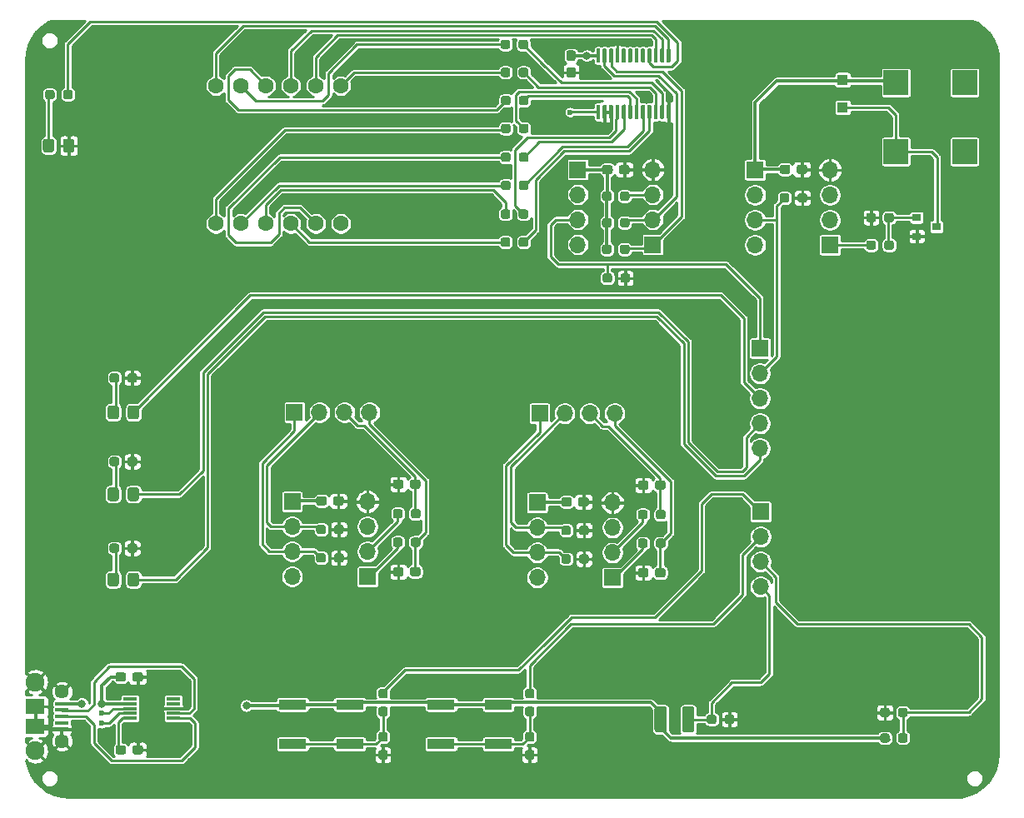
<source format=gbr>
%TF.GenerationSoftware,KiCad,Pcbnew,(5.1.9-0-10_14)*%
%TF.CreationDate,2021-03-10T21:41:09+01:00*%
%TF.ProjectId,MC5000_Board,4d433530-3030-45f4-926f-6172642e6b69,rev?*%
%TF.SameCoordinates,Original*%
%TF.FileFunction,Copper,L1,Top*%
%TF.FilePolarity,Positive*%
%FSLAX46Y46*%
G04 Gerber Fmt 4.6, Leading zero omitted, Abs format (unit mm)*
G04 Created by KiCad (PCBNEW (5.1.9-0-10_14)) date 2021-03-10 21:41:09*
%MOMM*%
%LPD*%
G01*
G04 APERTURE LIST*
%TA.AperFunction,SMDPad,CuDef*%
%ADD10R,0.900000X0.800000*%
%TD*%
%TA.AperFunction,SMDPad,CuDef*%
%ADD11R,1.400000X0.300000*%
%TD*%
%TA.AperFunction,ComponentPad*%
%ADD12C,1.600000*%
%TD*%
%TA.AperFunction,ComponentPad*%
%ADD13O,1.700000X1.700000*%
%TD*%
%TA.AperFunction,ComponentPad*%
%ADD14R,1.700000X1.700000*%
%TD*%
%TA.AperFunction,SMDPad,CuDef*%
%ADD15R,2.800000X1.000000*%
%TD*%
%TA.AperFunction,SMDPad,CuDef*%
%ADD16R,1.100000X1.100000*%
%TD*%
%TA.AperFunction,SMDPad,CuDef*%
%ADD17R,2.500000X2.500000*%
%TD*%
%TA.AperFunction,ComponentPad*%
%ADD18C,1.900000*%
%TD*%
%TA.AperFunction,SMDPad,CuDef*%
%ADD19R,1.900000X1.500000*%
%TD*%
%TA.AperFunction,ComponentPad*%
%ADD20C,1.450000*%
%TD*%
%TA.AperFunction,SMDPad,CuDef*%
%ADD21R,1.350000X0.400000*%
%TD*%
%TA.AperFunction,ViaPad*%
%ADD22C,0.800000*%
%TD*%
%TA.AperFunction,ViaPad*%
%ADD23C,0.600000*%
%TD*%
%TA.AperFunction,Conductor*%
%ADD24C,0.250000*%
%TD*%
%TA.AperFunction,Conductor*%
%ADD25C,0.300000*%
%TD*%
%TA.AperFunction,Conductor*%
%ADD26C,0.100000*%
%TD*%
G04 APERTURE END LIST*
D10*
%TO.P,Q1,3*%
%TO.N,Net-(BZ1-Pad2)*%
X143130000Y-61950000D03*
%TO.P,Q1,2*%
%TO.N,GND*%
X141130000Y-62900000D03*
%TO.P,Q1,1*%
%TO.N,Net-(Q1-Pad1)*%
X141130000Y-61000000D03*
%TD*%
D11*
%TO.P,U5,10*%
%TO.N,Net-(C1-Pad2)*%
X61200000Y-111900000D03*
%TO.P,U5,9*%
%TO.N,RXD*%
X61200000Y-111400000D03*
%TO.P,U5,8*%
%TO.N,TXD*%
X61200000Y-110900000D03*
%TO.P,U5,7*%
%TO.N,VCC*%
X61200000Y-110400000D03*
%TO.P,U5,6*%
%TO.N,Net-(U5-Pad6)*%
X61200000Y-109900000D03*
%TO.P,U5,5*%
%TO.N,Net-(U5-Pad5)*%
X65600000Y-109900000D03*
%TO.P,U5,4*%
%TO.N,Net-(U5-Pad4)*%
X65600000Y-110400000D03*
%TO.P,U5,3*%
%TO.N,GND*%
X65600000Y-110900000D03*
%TO.P,U5,2*%
%TO.N,Net-(J1-Pad2)*%
X65600000Y-111400000D03*
%TO.P,U5,1*%
%TO.N,Net-(J1-Pad3)*%
X65600000Y-111900000D03*
%TD*%
D12*
%TO.P,DS1,6*%
%TO.N,N/C*%
X82600000Y-61600000D03*
%TO.P,DS1,5*%
%TO.N,Net-(DS1-Pad5)*%
X80060000Y-61600000D03*
%TO.P,DS1,4*%
%TO.N,Net-(DS1-Pad4)*%
X77520000Y-61600000D03*
%TO.P,DS1,3*%
%TO.N,Net-(DS1-Pad3)*%
X74980000Y-61600000D03*
%TO.P,DS1,2*%
%TO.N,Net-(DS1-Pad2)*%
X72440000Y-61600000D03*
%TO.P,DS1,1*%
%TO.N,Net-(DS1-Pad1)*%
X69900000Y-61600000D03*
%TO.P,DS1,7*%
%TO.N,Net-(DS1-Pad7)*%
X82600000Y-47600000D03*
%TO.P,DS1,8*%
%TO.N,Net-(DS1-Pad8)*%
X80060000Y-47600000D03*
%TO.P,DS1,9*%
%TO.N,Net-(DS1-Pad9)*%
X77520000Y-47600000D03*
%TO.P,DS1,10*%
%TO.N,Net-(DS1-Pad10)*%
X74980000Y-47600000D03*
%TO.P,DS1,11*%
%TO.N,Net-(DS1-Pad11)*%
X72440000Y-47600000D03*
%TO.P,DS1,12*%
%TO.N,Net-(DS1-Pad12)*%
X69900000Y-47600000D03*
%TD*%
%TO.P,R27,2*%
%TO.N,GND*%
%TA.AperFunction,SMDPad,CuDef*%
G36*
G01*
X111025000Y-67387500D02*
X111025000Y-66912500D01*
G75*
G02*
X111262500Y-66675000I237500J0D01*
G01*
X111762500Y-66675000D01*
G75*
G02*
X112000000Y-66912500I0J-237500D01*
G01*
X112000000Y-67387500D01*
G75*
G02*
X111762500Y-67625000I-237500J0D01*
G01*
X111262500Y-67625000D01*
G75*
G02*
X111025000Y-67387500I0J237500D01*
G01*
G37*
%TD.AperFunction*%
%TO.P,R27,1*%
%TO.N,DISPLAY*%
%TA.AperFunction,SMDPad,CuDef*%
G36*
G01*
X109200000Y-67387500D02*
X109200000Y-66912500D01*
G75*
G02*
X109437500Y-66675000I237500J0D01*
G01*
X109937500Y-66675000D01*
G75*
G02*
X110175000Y-66912500I0J-237500D01*
G01*
X110175000Y-67387500D01*
G75*
G02*
X109937500Y-67625000I-237500J0D01*
G01*
X109437500Y-67625000D01*
G75*
G02*
X109200000Y-67387500I0J237500D01*
G01*
G37*
%TD.AperFunction*%
%TD*%
%TO.P,R12,2*%
%TO.N,GND*%
%TA.AperFunction,SMDPad,CuDef*%
G36*
G01*
X129025000Y-59237500D02*
X129025000Y-58762500D01*
G75*
G02*
X129262500Y-58525000I237500J0D01*
G01*
X129762500Y-58525000D01*
G75*
G02*
X130000000Y-58762500I0J-237500D01*
G01*
X130000000Y-59237500D01*
G75*
G02*
X129762500Y-59475000I-237500J0D01*
G01*
X129262500Y-59475000D01*
G75*
G02*
X129025000Y-59237500I0J237500D01*
G01*
G37*
%TD.AperFunction*%
%TO.P,R12,1*%
%TO.N,BUZZER*%
%TA.AperFunction,SMDPad,CuDef*%
G36*
G01*
X127200000Y-59237500D02*
X127200000Y-58762500D01*
G75*
G02*
X127437500Y-58525000I237500J0D01*
G01*
X127937500Y-58525000D01*
G75*
G02*
X128175000Y-58762500I0J-237500D01*
G01*
X128175000Y-59237500D01*
G75*
G02*
X127937500Y-59475000I-237500J0D01*
G01*
X127437500Y-59475000D01*
G75*
G02*
X127200000Y-59237500I0J237500D01*
G01*
G37*
%TD.AperFunction*%
%TD*%
D13*
%TO.P,J25,5*%
%TO.N,LED_GREEN*%
X125200000Y-84460000D03*
%TO.P,J25,4*%
%TO.N,LED_YELLOW*%
X125200000Y-81920000D03*
%TO.P,J25,3*%
%TO.N,LED_RED*%
X125200000Y-79380000D03*
%TO.P,J25,2*%
%TO.N,BUZZER*%
X125200000Y-76840000D03*
D14*
%TO.P,J25,1*%
%TO.N,DISPLAY*%
X125200000Y-74300000D03*
%TD*%
D13*
%TO.P,J24,4*%
%TO.N,LIGHT_SENSOR*%
X125250000Y-98520000D03*
%TO.P,J24,3*%
%TO.N,TEMP_SENSOR*%
X125250000Y-95980000D03*
%TO.P,J24,2*%
%TO.N,SWITCH_2*%
X125250000Y-93440000D03*
D14*
%TO.P,J24,1*%
%TO.N,SWITCH_1*%
X125250000Y-90900000D03*
%TD*%
%TO.P,R26,2*%
%TO.N,LIGHT_SENSOR*%
%TA.AperFunction,SMDPad,CuDef*%
G36*
G01*
X120775000Y-111762500D02*
X120775000Y-112237500D01*
G75*
G02*
X120537500Y-112475000I-237500J0D01*
G01*
X120037500Y-112475000D01*
G75*
G02*
X119800000Y-112237500I0J237500D01*
G01*
X119800000Y-111762500D01*
G75*
G02*
X120037500Y-111525000I237500J0D01*
G01*
X120537500Y-111525000D01*
G75*
G02*
X120775000Y-111762500I0J-237500D01*
G01*
G37*
%TD.AperFunction*%
%TO.P,R26,1*%
%TO.N,GND*%
%TA.AperFunction,SMDPad,CuDef*%
G36*
G01*
X122600000Y-111762500D02*
X122600000Y-112237500D01*
G75*
G02*
X122362500Y-112475000I-237500J0D01*
G01*
X121862500Y-112475000D01*
G75*
G02*
X121625000Y-112237500I0J237500D01*
G01*
X121625000Y-111762500D01*
G75*
G02*
X121862500Y-111525000I237500J0D01*
G01*
X122362500Y-111525000D01*
G75*
G02*
X122600000Y-111762500I0J-237500D01*
G01*
G37*
%TD.AperFunction*%
%TD*%
%TO.P,R24,2*%
%TO.N,TEMP_SENSOR*%
%TA.AperFunction,SMDPad,CuDef*%
G36*
G01*
X139225000Y-114137500D02*
X139225000Y-113662500D01*
G75*
G02*
X139462500Y-113425000I237500J0D01*
G01*
X139962500Y-113425000D01*
G75*
G02*
X140200000Y-113662500I0J-237500D01*
G01*
X140200000Y-114137500D01*
G75*
G02*
X139962500Y-114375000I-237500J0D01*
G01*
X139462500Y-114375000D01*
G75*
G02*
X139225000Y-114137500I0J237500D01*
G01*
G37*
%TD.AperFunction*%
%TO.P,R24,1*%
%TO.N,VCC*%
%TA.AperFunction,SMDPad,CuDef*%
G36*
G01*
X137400000Y-114137500D02*
X137400000Y-113662500D01*
G75*
G02*
X137637500Y-113425000I237500J0D01*
G01*
X138137500Y-113425000D01*
G75*
G02*
X138375000Y-113662500I0J-237500D01*
G01*
X138375000Y-114137500D01*
G75*
G02*
X138137500Y-114375000I-237500J0D01*
G01*
X137637500Y-114375000D01*
G75*
G02*
X137400000Y-114137500I0J237500D01*
G01*
G37*
%TD.AperFunction*%
%TD*%
%TO.P,R23,2*%
%TO.N,GND*%
%TA.AperFunction,SMDPad,CuDef*%
G36*
G01*
X138375000Y-111062500D02*
X138375000Y-111537500D01*
G75*
G02*
X138137500Y-111775000I-237500J0D01*
G01*
X137637500Y-111775000D01*
G75*
G02*
X137400000Y-111537500I0J237500D01*
G01*
X137400000Y-111062500D01*
G75*
G02*
X137637500Y-110825000I237500J0D01*
G01*
X138137500Y-110825000D01*
G75*
G02*
X138375000Y-111062500I0J-237500D01*
G01*
G37*
%TD.AperFunction*%
%TO.P,R23,1*%
%TO.N,TEMP_SENSOR*%
%TA.AperFunction,SMDPad,CuDef*%
G36*
G01*
X140200000Y-111062500D02*
X140200000Y-111537500D01*
G75*
G02*
X139962500Y-111775000I-237500J0D01*
G01*
X139462500Y-111775000D01*
G75*
G02*
X139225000Y-111537500I0J237500D01*
G01*
X139225000Y-111062500D01*
G75*
G02*
X139462500Y-110825000I237500J0D01*
G01*
X139962500Y-110825000D01*
G75*
G02*
X140200000Y-111062500I0J-237500D01*
G01*
G37*
%TD.AperFunction*%
%TD*%
%TO.P,D6,2*%
%TO.N,VCC*%
%TA.AperFunction,SMDPad,CuDef*%
G36*
G01*
X115725000Y-110925000D02*
X115725000Y-113075000D01*
G75*
G02*
X115475000Y-113325000I-250000J0D01*
G01*
X114725000Y-113325000D01*
G75*
G02*
X114475000Y-113075000I0J250000D01*
G01*
X114475000Y-110925000D01*
G75*
G02*
X114725000Y-110675000I250000J0D01*
G01*
X115475000Y-110675000D01*
G75*
G02*
X115725000Y-110925000I0J-250000D01*
G01*
G37*
%TD.AperFunction*%
%TO.P,D6,1*%
%TO.N,LIGHT_SENSOR*%
%TA.AperFunction,SMDPad,CuDef*%
G36*
G01*
X118525000Y-110925000D02*
X118525000Y-113075000D01*
G75*
G02*
X118275000Y-113325000I-250000J0D01*
G01*
X117525000Y-113325000D01*
G75*
G02*
X117275000Y-113075000I0J250000D01*
G01*
X117275000Y-110925000D01*
G75*
G02*
X117525000Y-110675000I250000J0D01*
G01*
X118275000Y-110675000D01*
G75*
G02*
X118525000Y-110925000I0J-250000D01*
G01*
G37*
%TD.AperFunction*%
%TD*%
%TO.P,R31,2*%
%TO.N,GND*%
%TA.AperFunction,SMDPad,CuDef*%
G36*
G01*
X60925000Y-94837500D02*
X60925000Y-94362500D01*
G75*
G02*
X61162500Y-94125000I237500J0D01*
G01*
X61662500Y-94125000D01*
G75*
G02*
X61900000Y-94362500I0J-237500D01*
G01*
X61900000Y-94837500D01*
G75*
G02*
X61662500Y-95075000I-237500J0D01*
G01*
X61162500Y-95075000D01*
G75*
G02*
X60925000Y-94837500I0J237500D01*
G01*
G37*
%TD.AperFunction*%
%TO.P,R31,1*%
%TO.N,Net-(D5-Pad1)*%
%TA.AperFunction,SMDPad,CuDef*%
G36*
G01*
X59100000Y-94837500D02*
X59100000Y-94362500D01*
G75*
G02*
X59337500Y-94125000I237500J0D01*
G01*
X59837500Y-94125000D01*
G75*
G02*
X60075000Y-94362500I0J-237500D01*
G01*
X60075000Y-94837500D01*
G75*
G02*
X59837500Y-95075000I-237500J0D01*
G01*
X59337500Y-95075000D01*
G75*
G02*
X59100000Y-94837500I0J237500D01*
G01*
G37*
%TD.AperFunction*%
%TD*%
%TO.P,R28,2*%
%TO.N,GND*%
%TA.AperFunction,SMDPad,CuDef*%
G36*
G01*
X60925000Y-86037500D02*
X60925000Y-85562500D01*
G75*
G02*
X61162500Y-85325000I237500J0D01*
G01*
X61662500Y-85325000D01*
G75*
G02*
X61900000Y-85562500I0J-237500D01*
G01*
X61900000Y-86037500D01*
G75*
G02*
X61662500Y-86275000I-237500J0D01*
G01*
X61162500Y-86275000D01*
G75*
G02*
X60925000Y-86037500I0J237500D01*
G01*
G37*
%TD.AperFunction*%
%TO.P,R28,1*%
%TO.N,Net-(D4-Pad1)*%
%TA.AperFunction,SMDPad,CuDef*%
G36*
G01*
X59100000Y-86037500D02*
X59100000Y-85562500D01*
G75*
G02*
X59337500Y-85325000I237500J0D01*
G01*
X59837500Y-85325000D01*
G75*
G02*
X60075000Y-85562500I0J-237500D01*
G01*
X60075000Y-86037500D01*
G75*
G02*
X59837500Y-86275000I-237500J0D01*
G01*
X59337500Y-86275000D01*
G75*
G02*
X59100000Y-86037500I0J237500D01*
G01*
G37*
%TD.AperFunction*%
%TD*%
%TO.P,R25,2*%
%TO.N,GND*%
%TA.AperFunction,SMDPad,CuDef*%
G36*
G01*
X60925000Y-77537500D02*
X60925000Y-77062500D01*
G75*
G02*
X61162500Y-76825000I237500J0D01*
G01*
X61662500Y-76825000D01*
G75*
G02*
X61900000Y-77062500I0J-237500D01*
G01*
X61900000Y-77537500D01*
G75*
G02*
X61662500Y-77775000I-237500J0D01*
G01*
X61162500Y-77775000D01*
G75*
G02*
X60925000Y-77537500I0J237500D01*
G01*
G37*
%TD.AperFunction*%
%TO.P,R25,1*%
%TO.N,Net-(D3-Pad1)*%
%TA.AperFunction,SMDPad,CuDef*%
G36*
G01*
X59100000Y-77537500D02*
X59100000Y-77062500D01*
G75*
G02*
X59337500Y-76825000I237500J0D01*
G01*
X59837500Y-76825000D01*
G75*
G02*
X60075000Y-77062500I0J-237500D01*
G01*
X60075000Y-77537500D01*
G75*
G02*
X59837500Y-77775000I-237500J0D01*
G01*
X59337500Y-77775000D01*
G75*
G02*
X59100000Y-77537500I0J237500D01*
G01*
G37*
%TD.AperFunction*%
%TD*%
%TO.P,R22,2*%
%TO.N,Net-(Q1-Pad1)*%
%TA.AperFunction,SMDPad,CuDef*%
G36*
G01*
X137825000Y-61237500D02*
X137825000Y-60762500D01*
G75*
G02*
X138062500Y-60525000I237500J0D01*
G01*
X138562500Y-60525000D01*
G75*
G02*
X138800000Y-60762500I0J-237500D01*
G01*
X138800000Y-61237500D01*
G75*
G02*
X138562500Y-61475000I-237500J0D01*
G01*
X138062500Y-61475000D01*
G75*
G02*
X137825000Y-61237500I0J237500D01*
G01*
G37*
%TD.AperFunction*%
%TO.P,R22,1*%
%TO.N,GND*%
%TA.AperFunction,SMDPad,CuDef*%
G36*
G01*
X136000000Y-61237500D02*
X136000000Y-60762500D01*
G75*
G02*
X136237500Y-60525000I237500J0D01*
G01*
X136737500Y-60525000D01*
G75*
G02*
X136975000Y-60762500I0J-237500D01*
G01*
X136975000Y-61237500D01*
G75*
G02*
X136737500Y-61475000I-237500J0D01*
G01*
X136237500Y-61475000D01*
G75*
G02*
X136000000Y-61237500I0J237500D01*
G01*
G37*
%TD.AperFunction*%
%TD*%
%TO.P,R21,2*%
%TO.N,Net-(J23-Pad1)*%
%TA.AperFunction,SMDPad,CuDef*%
G36*
G01*
X136975000Y-63562500D02*
X136975000Y-64037500D01*
G75*
G02*
X136737500Y-64275000I-237500J0D01*
G01*
X136237500Y-64275000D01*
G75*
G02*
X136000000Y-64037500I0J237500D01*
G01*
X136000000Y-63562500D01*
G75*
G02*
X136237500Y-63325000I237500J0D01*
G01*
X136737500Y-63325000D01*
G75*
G02*
X136975000Y-63562500I0J-237500D01*
G01*
G37*
%TD.AperFunction*%
%TO.P,R21,1*%
%TO.N,Net-(Q1-Pad1)*%
%TA.AperFunction,SMDPad,CuDef*%
G36*
G01*
X138800000Y-63562500D02*
X138800000Y-64037500D01*
G75*
G02*
X138562500Y-64275000I-237500J0D01*
G01*
X138062500Y-64275000D01*
G75*
G02*
X137825000Y-64037500I0J237500D01*
G01*
X137825000Y-63562500D01*
G75*
G02*
X138062500Y-63325000I237500J0D01*
G01*
X138562500Y-63325000D01*
G75*
G02*
X138800000Y-63562500I0J-237500D01*
G01*
G37*
%TD.AperFunction*%
%TD*%
D15*
%TO.P,SW2,2*%
%TO.N,Net-(R34-Pad2)*%
X98600000Y-114500000D03*
X92800000Y-114500000D03*
%TO.P,SW2,1*%
%TO.N,VCC*%
X98600000Y-110500000D03*
X92800000Y-110500000D03*
%TD*%
%TO.P,R35,2*%
%TO.N,Net-(R34-Pad2)*%
%TA.AperFunction,SMDPad,CuDef*%
G36*
G01*
X101562500Y-110725000D02*
X102037500Y-110725000D01*
G75*
G02*
X102275000Y-110962500I0J-237500D01*
G01*
X102275000Y-111462500D01*
G75*
G02*
X102037500Y-111700000I-237500J0D01*
G01*
X101562500Y-111700000D01*
G75*
G02*
X101325000Y-111462500I0J237500D01*
G01*
X101325000Y-110962500D01*
G75*
G02*
X101562500Y-110725000I237500J0D01*
G01*
G37*
%TD.AperFunction*%
%TO.P,R35,1*%
%TO.N,SWITCH_2*%
%TA.AperFunction,SMDPad,CuDef*%
G36*
G01*
X101562500Y-108900000D02*
X102037500Y-108900000D01*
G75*
G02*
X102275000Y-109137500I0J-237500D01*
G01*
X102275000Y-109637500D01*
G75*
G02*
X102037500Y-109875000I-237500J0D01*
G01*
X101562500Y-109875000D01*
G75*
G02*
X101325000Y-109637500I0J237500D01*
G01*
X101325000Y-109137500D01*
G75*
G02*
X101562500Y-108900000I237500J0D01*
G01*
G37*
%TD.AperFunction*%
%TD*%
%TO.P,R34,2*%
%TO.N,Net-(R34-Pad2)*%
%TA.AperFunction,SMDPad,CuDef*%
G36*
G01*
X102037500Y-114275000D02*
X101562500Y-114275000D01*
G75*
G02*
X101325000Y-114037500I0J237500D01*
G01*
X101325000Y-113537500D01*
G75*
G02*
X101562500Y-113300000I237500J0D01*
G01*
X102037500Y-113300000D01*
G75*
G02*
X102275000Y-113537500I0J-237500D01*
G01*
X102275000Y-114037500D01*
G75*
G02*
X102037500Y-114275000I-237500J0D01*
G01*
G37*
%TD.AperFunction*%
%TO.P,R34,1*%
%TO.N,GND*%
%TA.AperFunction,SMDPad,CuDef*%
G36*
G01*
X102037500Y-116100000D02*
X101562500Y-116100000D01*
G75*
G02*
X101325000Y-115862500I0J237500D01*
G01*
X101325000Y-115362500D01*
G75*
G02*
X101562500Y-115125000I237500J0D01*
G01*
X102037500Y-115125000D01*
G75*
G02*
X102275000Y-115362500I0J-237500D01*
G01*
X102275000Y-115862500D01*
G75*
G02*
X102037500Y-116100000I-237500J0D01*
G01*
G37*
%TD.AperFunction*%
%TD*%
%TO.P,R33,2*%
%TO.N,Net-(R32-Pad2)*%
%TA.AperFunction,SMDPad,CuDef*%
G36*
G01*
X86662500Y-110725000D02*
X87137500Y-110725000D01*
G75*
G02*
X87375000Y-110962500I0J-237500D01*
G01*
X87375000Y-111462500D01*
G75*
G02*
X87137500Y-111700000I-237500J0D01*
G01*
X86662500Y-111700000D01*
G75*
G02*
X86425000Y-111462500I0J237500D01*
G01*
X86425000Y-110962500D01*
G75*
G02*
X86662500Y-110725000I237500J0D01*
G01*
G37*
%TD.AperFunction*%
%TO.P,R33,1*%
%TO.N,SWITCH_1*%
%TA.AperFunction,SMDPad,CuDef*%
G36*
G01*
X86662500Y-108900000D02*
X87137500Y-108900000D01*
G75*
G02*
X87375000Y-109137500I0J-237500D01*
G01*
X87375000Y-109637500D01*
G75*
G02*
X87137500Y-109875000I-237500J0D01*
G01*
X86662500Y-109875000D01*
G75*
G02*
X86425000Y-109637500I0J237500D01*
G01*
X86425000Y-109137500D01*
G75*
G02*
X86662500Y-108900000I237500J0D01*
G01*
G37*
%TD.AperFunction*%
%TD*%
%TO.P,R32,2*%
%TO.N,Net-(R32-Pad2)*%
%TA.AperFunction,SMDPad,CuDef*%
G36*
G01*
X87137500Y-114275000D02*
X86662500Y-114275000D01*
G75*
G02*
X86425000Y-114037500I0J237500D01*
G01*
X86425000Y-113537500D01*
G75*
G02*
X86662500Y-113300000I237500J0D01*
G01*
X87137500Y-113300000D01*
G75*
G02*
X87375000Y-113537500I0J-237500D01*
G01*
X87375000Y-114037500D01*
G75*
G02*
X87137500Y-114275000I-237500J0D01*
G01*
G37*
%TD.AperFunction*%
%TO.P,R32,1*%
%TO.N,GND*%
%TA.AperFunction,SMDPad,CuDef*%
G36*
G01*
X87137500Y-116100000D02*
X86662500Y-116100000D01*
G75*
G02*
X86425000Y-115862500I0J237500D01*
G01*
X86425000Y-115362500D01*
G75*
G02*
X86662500Y-115125000I237500J0D01*
G01*
X87137500Y-115125000D01*
G75*
G02*
X87375000Y-115362500I0J-237500D01*
G01*
X87375000Y-115862500D01*
G75*
G02*
X87137500Y-116100000I-237500J0D01*
G01*
G37*
%TD.AperFunction*%
%TD*%
%TO.P,SW1,2*%
%TO.N,Net-(R32-Pad2)*%
X83500000Y-114500000D03*
X77700000Y-114500000D03*
%TO.P,SW1,1*%
%TO.N,VCC*%
X83500000Y-110500000D03*
X77700000Y-110500000D03*
%TD*%
D16*
%TO.P,D2,2*%
%TO.N,Net-(BZ1-Pad2)*%
X133600000Y-49800000D03*
%TO.P,D2,1*%
%TO.N,VCC*%
X133600000Y-47000000D03*
%TD*%
%TO.P,D5,2*%
%TO.N,LED_GREEN*%
%TA.AperFunction,SMDPad,CuDef*%
G36*
G01*
X60950000Y-98250001D02*
X60950000Y-97349999D01*
G75*
G02*
X61199999Y-97100000I249999J0D01*
G01*
X61850001Y-97100000D01*
G75*
G02*
X62100000Y-97349999I0J-249999D01*
G01*
X62100000Y-98250001D01*
G75*
G02*
X61850001Y-98500000I-249999J0D01*
G01*
X61199999Y-98500000D01*
G75*
G02*
X60950000Y-98250001I0J249999D01*
G01*
G37*
%TD.AperFunction*%
%TO.P,D5,1*%
%TO.N,Net-(D5-Pad1)*%
%TA.AperFunction,SMDPad,CuDef*%
G36*
G01*
X58900000Y-98250001D02*
X58900000Y-97349999D01*
G75*
G02*
X59149999Y-97100000I249999J0D01*
G01*
X59800001Y-97100000D01*
G75*
G02*
X60050000Y-97349999I0J-249999D01*
G01*
X60050000Y-98250001D01*
G75*
G02*
X59800001Y-98500000I-249999J0D01*
G01*
X59149999Y-98500000D01*
G75*
G02*
X58900000Y-98250001I0J249999D01*
G01*
G37*
%TD.AperFunction*%
%TD*%
%TO.P,D4,2*%
%TO.N,LED_YELLOW*%
%TA.AperFunction,SMDPad,CuDef*%
G36*
G01*
X60950000Y-89570001D02*
X60950000Y-88669999D01*
G75*
G02*
X61199999Y-88420000I249999J0D01*
G01*
X61850001Y-88420000D01*
G75*
G02*
X62100000Y-88669999I0J-249999D01*
G01*
X62100000Y-89570001D01*
G75*
G02*
X61850001Y-89820000I-249999J0D01*
G01*
X61199999Y-89820000D01*
G75*
G02*
X60950000Y-89570001I0J249999D01*
G01*
G37*
%TD.AperFunction*%
%TO.P,D4,1*%
%TO.N,Net-(D4-Pad1)*%
%TA.AperFunction,SMDPad,CuDef*%
G36*
G01*
X58900000Y-89570001D02*
X58900000Y-88669999D01*
G75*
G02*
X59149999Y-88420000I249999J0D01*
G01*
X59800001Y-88420000D01*
G75*
G02*
X60050000Y-88669999I0J-249999D01*
G01*
X60050000Y-89570001D01*
G75*
G02*
X59800001Y-89820000I-249999J0D01*
G01*
X59149999Y-89820000D01*
G75*
G02*
X58900000Y-89570001I0J249999D01*
G01*
G37*
%TD.AperFunction*%
%TD*%
%TO.P,D3,2*%
%TO.N,LED_RED*%
%TA.AperFunction,SMDPad,CuDef*%
G36*
G01*
X60950000Y-81250001D02*
X60950000Y-80349999D01*
G75*
G02*
X61199999Y-80100000I249999J0D01*
G01*
X61850001Y-80100000D01*
G75*
G02*
X62100000Y-80349999I0J-249999D01*
G01*
X62100000Y-81250001D01*
G75*
G02*
X61850001Y-81500000I-249999J0D01*
G01*
X61199999Y-81500000D01*
G75*
G02*
X60950000Y-81250001I0J249999D01*
G01*
G37*
%TD.AperFunction*%
%TO.P,D3,1*%
%TO.N,Net-(D3-Pad1)*%
%TA.AperFunction,SMDPad,CuDef*%
G36*
G01*
X58900000Y-81250001D02*
X58900000Y-80349999D01*
G75*
G02*
X59149999Y-80100000I249999J0D01*
G01*
X59800001Y-80100000D01*
G75*
G02*
X60050000Y-80349999I0J-249999D01*
G01*
X60050000Y-81250001D01*
G75*
G02*
X59800001Y-81500000I-249999J0D01*
G01*
X59149999Y-81500000D01*
G75*
G02*
X58900000Y-81250001I0J249999D01*
G01*
G37*
%TD.AperFunction*%
%TD*%
D13*
%TO.P,J23,4*%
%TO.N,GND*%
X132310000Y-56160000D03*
%TO.P,J23,3*%
%TO.N,Net-(J23-Pad3)*%
X132310000Y-58700000D03*
%TO.P,J23,2*%
%TO.N,Net-(J23-Pad2)*%
X132310000Y-61240000D03*
D14*
%TO.P,J23,1*%
%TO.N,Net-(J23-Pad1)*%
X132310000Y-63780000D03*
%TD*%
D13*
%TO.P,J22,4*%
%TO.N,Net-(J22-Pad4)*%
X124700000Y-63780000D03*
%TO.P,J22,3*%
%TO.N,BUZZER*%
X124700000Y-61240000D03*
%TO.P,J22,2*%
%TO.N,Net-(J22-Pad2)*%
X124700000Y-58700000D03*
D14*
%TO.P,J22,1*%
%TO.N,VCC*%
X124700000Y-56160000D03*
%TD*%
%TO.P,C11,2*%
%TO.N,VCC*%
%TA.AperFunction,SMDPad,CuDef*%
G36*
G01*
X128275000Y-55862500D02*
X128275000Y-56337500D01*
G75*
G02*
X128037500Y-56575000I-237500J0D01*
G01*
X127437500Y-56575000D01*
G75*
G02*
X127200000Y-56337500I0J237500D01*
G01*
X127200000Y-55862500D01*
G75*
G02*
X127437500Y-55625000I237500J0D01*
G01*
X128037500Y-55625000D01*
G75*
G02*
X128275000Y-55862500I0J-237500D01*
G01*
G37*
%TD.AperFunction*%
%TO.P,C11,1*%
%TO.N,GND*%
%TA.AperFunction,SMDPad,CuDef*%
G36*
G01*
X130000000Y-55862500D02*
X130000000Y-56337500D01*
G75*
G02*
X129762500Y-56575000I-237500J0D01*
G01*
X129162500Y-56575000D01*
G75*
G02*
X128925000Y-56337500I0J237500D01*
G01*
X128925000Y-55862500D01*
G75*
G02*
X129162500Y-55625000I237500J0D01*
G01*
X129762500Y-55625000D01*
G75*
G02*
X130000000Y-55862500I0J-237500D01*
G01*
G37*
%TD.AperFunction*%
%TD*%
D17*
%TO.P,BZ1,1*%
%TO.N,VCC*%
X139000000Y-47300000D03*
%TO.P,BZ1,2*%
%TO.N,Net-(BZ1-Pad2)*%
X139000000Y-54300000D03*
%TO.P,BZ1,3*%
%TO.N,N/C*%
X146000000Y-54300000D03*
%TO.P,BZ1,4*%
X146000000Y-47300000D03*
%TD*%
%TO.P,R20,2*%
%TO.N,Net-(J21-Pad1)*%
%TA.AperFunction,SMDPad,CuDef*%
G36*
G01*
X113775000Y-93862500D02*
X113775000Y-94337500D01*
G75*
G02*
X113537500Y-94575000I-237500J0D01*
G01*
X113037500Y-94575000D01*
G75*
G02*
X112800000Y-94337500I0J237500D01*
G01*
X112800000Y-93862500D01*
G75*
G02*
X113037500Y-93625000I237500J0D01*
G01*
X113537500Y-93625000D01*
G75*
G02*
X113775000Y-93862500I0J-237500D01*
G01*
G37*
%TD.AperFunction*%
%TO.P,R20,1*%
%TO.N,Net-(C10-Pad2)*%
%TA.AperFunction,SMDPad,CuDef*%
G36*
G01*
X115600000Y-93862500D02*
X115600000Y-94337500D01*
G75*
G02*
X115362500Y-94575000I-237500J0D01*
G01*
X114862500Y-94575000D01*
G75*
G02*
X114625000Y-94337500I0J237500D01*
G01*
X114625000Y-93862500D01*
G75*
G02*
X114862500Y-93625000I237500J0D01*
G01*
X115362500Y-93625000D01*
G75*
G02*
X115600000Y-93862500I0J-237500D01*
G01*
G37*
%TD.AperFunction*%
%TD*%
%TO.P,R19,2*%
%TO.N,Net-(C9-Pad2)*%
%TA.AperFunction,SMDPad,CuDef*%
G36*
G01*
X114625000Y-91437500D02*
X114625000Y-90962500D01*
G75*
G02*
X114862500Y-90725000I237500J0D01*
G01*
X115362500Y-90725000D01*
G75*
G02*
X115600000Y-90962500I0J-237500D01*
G01*
X115600000Y-91437500D01*
G75*
G02*
X115362500Y-91675000I-237500J0D01*
G01*
X114862500Y-91675000D01*
G75*
G02*
X114625000Y-91437500I0J237500D01*
G01*
G37*
%TD.AperFunction*%
%TO.P,R19,1*%
%TO.N,Net-(J21-Pad2)*%
%TA.AperFunction,SMDPad,CuDef*%
G36*
G01*
X112800000Y-91437500D02*
X112800000Y-90962500D01*
G75*
G02*
X113037500Y-90725000I237500J0D01*
G01*
X113537500Y-90725000D01*
G75*
G02*
X113775000Y-90962500I0J-237500D01*
G01*
X113775000Y-91437500D01*
G75*
G02*
X113537500Y-91675000I-237500J0D01*
G01*
X113037500Y-91675000D01*
G75*
G02*
X112800000Y-91437500I0J237500D01*
G01*
G37*
%TD.AperFunction*%
%TD*%
%TO.P,R18,2*%
%TO.N,Net-(J19-Pad2)*%
%TA.AperFunction,SMDPad,CuDef*%
G36*
G01*
X105975000Y-92562500D02*
X105975000Y-93037500D01*
G75*
G02*
X105737500Y-93275000I-237500J0D01*
G01*
X105237500Y-93275000D01*
G75*
G02*
X105000000Y-93037500I0J237500D01*
G01*
X105000000Y-92562500D01*
G75*
G02*
X105237500Y-92325000I237500J0D01*
G01*
X105737500Y-92325000D01*
G75*
G02*
X105975000Y-92562500I0J-237500D01*
G01*
G37*
%TD.AperFunction*%
%TO.P,R18,1*%
%TO.N,GND*%
%TA.AperFunction,SMDPad,CuDef*%
G36*
G01*
X107800000Y-92562500D02*
X107800000Y-93037500D01*
G75*
G02*
X107562500Y-93275000I-237500J0D01*
G01*
X107062500Y-93275000D01*
G75*
G02*
X106825000Y-93037500I0J237500D01*
G01*
X106825000Y-92562500D01*
G75*
G02*
X107062500Y-92325000I237500J0D01*
G01*
X107562500Y-92325000D01*
G75*
G02*
X107800000Y-92562500I0J-237500D01*
G01*
G37*
%TD.AperFunction*%
%TD*%
%TO.P,R17,2*%
%TO.N,GND*%
%TA.AperFunction,SMDPad,CuDef*%
G36*
G01*
X106825000Y-95937500D02*
X106825000Y-95462500D01*
G75*
G02*
X107062500Y-95225000I237500J0D01*
G01*
X107562500Y-95225000D01*
G75*
G02*
X107800000Y-95462500I0J-237500D01*
G01*
X107800000Y-95937500D01*
G75*
G02*
X107562500Y-96175000I-237500J0D01*
G01*
X107062500Y-96175000D01*
G75*
G02*
X106825000Y-95937500I0J237500D01*
G01*
G37*
%TD.AperFunction*%
%TO.P,R17,1*%
%TO.N,Net-(J19-Pad3)*%
%TA.AperFunction,SMDPad,CuDef*%
G36*
G01*
X105000000Y-95937500D02*
X105000000Y-95462500D01*
G75*
G02*
X105237500Y-95225000I237500J0D01*
G01*
X105737500Y-95225000D01*
G75*
G02*
X105975000Y-95462500I0J-237500D01*
G01*
X105975000Y-95937500D01*
G75*
G02*
X105737500Y-96175000I-237500J0D01*
G01*
X105237500Y-96175000D01*
G75*
G02*
X105000000Y-95937500I0J237500D01*
G01*
G37*
%TD.AperFunction*%
%TD*%
D13*
%TO.P,J21,4*%
%TO.N,GND*%
X110200000Y-89980000D03*
%TO.P,J21,3*%
%TO.N,TXD*%
X110200000Y-92520000D03*
%TO.P,J21,2*%
%TO.N,Net-(J21-Pad2)*%
X110200000Y-95060000D03*
D14*
%TO.P,J21,1*%
%TO.N,Net-(J21-Pad1)*%
X110200000Y-97600000D03*
%TD*%
D13*
%TO.P,J20,4*%
%TO.N,Net-(C10-Pad2)*%
X110420000Y-80900000D03*
%TO.P,J20,3*%
%TO.N,Net-(C9-Pad2)*%
X107880000Y-80900000D03*
%TO.P,J20,2*%
%TO.N,Net-(J19-Pad2)*%
X105340000Y-80900000D03*
D14*
%TO.P,J20,1*%
%TO.N,Net-(J19-Pad3)*%
X102800000Y-80900000D03*
%TD*%
D13*
%TO.P,J19,4*%
%TO.N,RXD*%
X102550000Y-97590000D03*
%TO.P,J19,3*%
%TO.N,Net-(J19-Pad3)*%
X102550000Y-95050000D03*
%TO.P,J19,2*%
%TO.N,Net-(J19-Pad2)*%
X102550000Y-92510000D03*
D14*
%TO.P,J19,1*%
%TO.N,VCC*%
X102550000Y-89970000D03*
%TD*%
%TO.P,C10,2*%
%TO.N,Net-(C10-Pad2)*%
%TA.AperFunction,SMDPad,CuDef*%
G36*
G01*
X114525000Y-97337500D02*
X114525000Y-96862500D01*
G75*
G02*
X114762500Y-96625000I237500J0D01*
G01*
X115362500Y-96625000D01*
G75*
G02*
X115600000Y-96862500I0J-237500D01*
G01*
X115600000Y-97337500D01*
G75*
G02*
X115362500Y-97575000I-237500J0D01*
G01*
X114762500Y-97575000D01*
G75*
G02*
X114525000Y-97337500I0J237500D01*
G01*
G37*
%TD.AperFunction*%
%TO.P,C10,1*%
%TO.N,GND*%
%TA.AperFunction,SMDPad,CuDef*%
G36*
G01*
X112800000Y-97337500D02*
X112800000Y-96862500D01*
G75*
G02*
X113037500Y-96625000I237500J0D01*
G01*
X113637500Y-96625000D01*
G75*
G02*
X113875000Y-96862500I0J-237500D01*
G01*
X113875000Y-97337500D01*
G75*
G02*
X113637500Y-97575000I-237500J0D01*
G01*
X113037500Y-97575000D01*
G75*
G02*
X112800000Y-97337500I0J237500D01*
G01*
G37*
%TD.AperFunction*%
%TD*%
%TO.P,C9,2*%
%TO.N,Net-(C9-Pad2)*%
%TA.AperFunction,SMDPad,CuDef*%
G36*
G01*
X114525000Y-88437500D02*
X114525000Y-87962500D01*
G75*
G02*
X114762500Y-87725000I237500J0D01*
G01*
X115362500Y-87725000D01*
G75*
G02*
X115600000Y-87962500I0J-237500D01*
G01*
X115600000Y-88437500D01*
G75*
G02*
X115362500Y-88675000I-237500J0D01*
G01*
X114762500Y-88675000D01*
G75*
G02*
X114525000Y-88437500I0J237500D01*
G01*
G37*
%TD.AperFunction*%
%TO.P,C9,1*%
%TO.N,GND*%
%TA.AperFunction,SMDPad,CuDef*%
G36*
G01*
X112800000Y-88437500D02*
X112800000Y-87962500D01*
G75*
G02*
X113037500Y-87725000I237500J0D01*
G01*
X113637500Y-87725000D01*
G75*
G02*
X113875000Y-87962500I0J-237500D01*
G01*
X113875000Y-88437500D01*
G75*
G02*
X113637500Y-88675000I-237500J0D01*
G01*
X113037500Y-88675000D01*
G75*
G02*
X112800000Y-88437500I0J237500D01*
G01*
G37*
%TD.AperFunction*%
%TD*%
%TO.P,C8,2*%
%TO.N,VCC*%
%TA.AperFunction,SMDPad,CuDef*%
G36*
G01*
X106075000Y-89662500D02*
X106075000Y-90137500D01*
G75*
G02*
X105837500Y-90375000I-237500J0D01*
G01*
X105237500Y-90375000D01*
G75*
G02*
X105000000Y-90137500I0J237500D01*
G01*
X105000000Y-89662500D01*
G75*
G02*
X105237500Y-89425000I237500J0D01*
G01*
X105837500Y-89425000D01*
G75*
G02*
X106075000Y-89662500I0J-237500D01*
G01*
G37*
%TD.AperFunction*%
%TO.P,C8,1*%
%TO.N,GND*%
%TA.AperFunction,SMDPad,CuDef*%
G36*
G01*
X107800000Y-89662500D02*
X107800000Y-90137500D01*
G75*
G02*
X107562500Y-90375000I-237500J0D01*
G01*
X106962500Y-90375000D01*
G75*
G02*
X106725000Y-90137500I0J237500D01*
G01*
X106725000Y-89662500D01*
G75*
G02*
X106962500Y-89425000I237500J0D01*
G01*
X107562500Y-89425000D01*
G75*
G02*
X107800000Y-89662500I0J-237500D01*
G01*
G37*
%TD.AperFunction*%
%TD*%
%TO.P,R16,2*%
%TO.N,Net-(J18-Pad1)*%
%TA.AperFunction,SMDPad,CuDef*%
G36*
G01*
X88875000Y-93762500D02*
X88875000Y-94237500D01*
G75*
G02*
X88637500Y-94475000I-237500J0D01*
G01*
X88137500Y-94475000D01*
G75*
G02*
X87900000Y-94237500I0J237500D01*
G01*
X87900000Y-93762500D01*
G75*
G02*
X88137500Y-93525000I237500J0D01*
G01*
X88637500Y-93525000D01*
G75*
G02*
X88875000Y-93762500I0J-237500D01*
G01*
G37*
%TD.AperFunction*%
%TO.P,R16,1*%
%TO.N,Net-(C7-Pad2)*%
%TA.AperFunction,SMDPad,CuDef*%
G36*
G01*
X90700000Y-93762500D02*
X90700000Y-94237500D01*
G75*
G02*
X90462500Y-94475000I-237500J0D01*
G01*
X89962500Y-94475000D01*
G75*
G02*
X89725000Y-94237500I0J237500D01*
G01*
X89725000Y-93762500D01*
G75*
G02*
X89962500Y-93525000I237500J0D01*
G01*
X90462500Y-93525000D01*
G75*
G02*
X90700000Y-93762500I0J-237500D01*
G01*
G37*
%TD.AperFunction*%
%TD*%
%TO.P,R15,2*%
%TO.N,Net-(C6-Pad2)*%
%TA.AperFunction,SMDPad,CuDef*%
G36*
G01*
X89725000Y-91337500D02*
X89725000Y-90862500D01*
G75*
G02*
X89962500Y-90625000I237500J0D01*
G01*
X90462500Y-90625000D01*
G75*
G02*
X90700000Y-90862500I0J-237500D01*
G01*
X90700000Y-91337500D01*
G75*
G02*
X90462500Y-91575000I-237500J0D01*
G01*
X89962500Y-91575000D01*
G75*
G02*
X89725000Y-91337500I0J237500D01*
G01*
G37*
%TD.AperFunction*%
%TO.P,R15,1*%
%TO.N,Net-(J18-Pad2)*%
%TA.AperFunction,SMDPad,CuDef*%
G36*
G01*
X87900000Y-91337500D02*
X87900000Y-90862500D01*
G75*
G02*
X88137500Y-90625000I237500J0D01*
G01*
X88637500Y-90625000D01*
G75*
G02*
X88875000Y-90862500I0J-237500D01*
G01*
X88875000Y-91337500D01*
G75*
G02*
X88637500Y-91575000I-237500J0D01*
G01*
X88137500Y-91575000D01*
G75*
G02*
X87900000Y-91337500I0J237500D01*
G01*
G37*
%TD.AperFunction*%
%TD*%
%TO.P,R14,2*%
%TO.N,Net-(J16-Pad2)*%
%TA.AperFunction,SMDPad,CuDef*%
G36*
G01*
X81075000Y-92462500D02*
X81075000Y-92937500D01*
G75*
G02*
X80837500Y-93175000I-237500J0D01*
G01*
X80337500Y-93175000D01*
G75*
G02*
X80100000Y-92937500I0J237500D01*
G01*
X80100000Y-92462500D01*
G75*
G02*
X80337500Y-92225000I237500J0D01*
G01*
X80837500Y-92225000D01*
G75*
G02*
X81075000Y-92462500I0J-237500D01*
G01*
G37*
%TD.AperFunction*%
%TO.P,R14,1*%
%TO.N,GND*%
%TA.AperFunction,SMDPad,CuDef*%
G36*
G01*
X82900000Y-92462500D02*
X82900000Y-92937500D01*
G75*
G02*
X82662500Y-93175000I-237500J0D01*
G01*
X82162500Y-93175000D01*
G75*
G02*
X81925000Y-92937500I0J237500D01*
G01*
X81925000Y-92462500D01*
G75*
G02*
X82162500Y-92225000I237500J0D01*
G01*
X82662500Y-92225000D01*
G75*
G02*
X82900000Y-92462500I0J-237500D01*
G01*
G37*
%TD.AperFunction*%
%TD*%
%TO.P,R13,2*%
%TO.N,GND*%
%TA.AperFunction,SMDPad,CuDef*%
G36*
G01*
X81925000Y-95837500D02*
X81925000Y-95362500D01*
G75*
G02*
X82162500Y-95125000I237500J0D01*
G01*
X82662500Y-95125000D01*
G75*
G02*
X82900000Y-95362500I0J-237500D01*
G01*
X82900000Y-95837500D01*
G75*
G02*
X82662500Y-96075000I-237500J0D01*
G01*
X82162500Y-96075000D01*
G75*
G02*
X81925000Y-95837500I0J237500D01*
G01*
G37*
%TD.AperFunction*%
%TO.P,R13,1*%
%TO.N,Net-(J16-Pad3)*%
%TA.AperFunction,SMDPad,CuDef*%
G36*
G01*
X80100000Y-95837500D02*
X80100000Y-95362500D01*
G75*
G02*
X80337500Y-95125000I237500J0D01*
G01*
X80837500Y-95125000D01*
G75*
G02*
X81075000Y-95362500I0J-237500D01*
G01*
X81075000Y-95837500D01*
G75*
G02*
X80837500Y-96075000I-237500J0D01*
G01*
X80337500Y-96075000D01*
G75*
G02*
X80100000Y-95837500I0J237500D01*
G01*
G37*
%TD.AperFunction*%
%TD*%
D13*
%TO.P,J18,4*%
%TO.N,GND*%
X85300000Y-89880000D03*
%TO.P,J18,3*%
%TO.N,TXD*%
X85300000Y-92420000D03*
%TO.P,J18,2*%
%TO.N,Net-(J18-Pad2)*%
X85300000Y-94960000D03*
D14*
%TO.P,J18,1*%
%TO.N,Net-(J18-Pad1)*%
X85300000Y-97500000D03*
%TD*%
D13*
%TO.P,J17,4*%
%TO.N,Net-(C7-Pad2)*%
X85520000Y-80800000D03*
%TO.P,J17,3*%
%TO.N,Net-(C6-Pad2)*%
X82980000Y-80800000D03*
%TO.P,J17,2*%
%TO.N,Net-(J16-Pad2)*%
X80440000Y-80800000D03*
D14*
%TO.P,J17,1*%
%TO.N,Net-(J16-Pad3)*%
X77900000Y-80800000D03*
%TD*%
D13*
%TO.P,J16,4*%
%TO.N,RXD*%
X77650000Y-97490000D03*
%TO.P,J16,3*%
%TO.N,Net-(J16-Pad3)*%
X77650000Y-94950000D03*
%TO.P,J16,2*%
%TO.N,Net-(J16-Pad2)*%
X77650000Y-92410000D03*
D14*
%TO.P,J16,1*%
%TO.N,VCC*%
X77650000Y-89870000D03*
%TD*%
%TO.P,C7,2*%
%TO.N,Net-(C7-Pad2)*%
%TA.AperFunction,SMDPad,CuDef*%
G36*
G01*
X89625000Y-97237500D02*
X89625000Y-96762500D01*
G75*
G02*
X89862500Y-96525000I237500J0D01*
G01*
X90462500Y-96525000D01*
G75*
G02*
X90700000Y-96762500I0J-237500D01*
G01*
X90700000Y-97237500D01*
G75*
G02*
X90462500Y-97475000I-237500J0D01*
G01*
X89862500Y-97475000D01*
G75*
G02*
X89625000Y-97237500I0J237500D01*
G01*
G37*
%TD.AperFunction*%
%TO.P,C7,1*%
%TO.N,GND*%
%TA.AperFunction,SMDPad,CuDef*%
G36*
G01*
X87900000Y-97237500D02*
X87900000Y-96762500D01*
G75*
G02*
X88137500Y-96525000I237500J0D01*
G01*
X88737500Y-96525000D01*
G75*
G02*
X88975000Y-96762500I0J-237500D01*
G01*
X88975000Y-97237500D01*
G75*
G02*
X88737500Y-97475000I-237500J0D01*
G01*
X88137500Y-97475000D01*
G75*
G02*
X87900000Y-97237500I0J237500D01*
G01*
G37*
%TD.AperFunction*%
%TD*%
%TO.P,C6,2*%
%TO.N,Net-(C6-Pad2)*%
%TA.AperFunction,SMDPad,CuDef*%
G36*
G01*
X89625000Y-88337500D02*
X89625000Y-87862500D01*
G75*
G02*
X89862500Y-87625000I237500J0D01*
G01*
X90462500Y-87625000D01*
G75*
G02*
X90700000Y-87862500I0J-237500D01*
G01*
X90700000Y-88337500D01*
G75*
G02*
X90462500Y-88575000I-237500J0D01*
G01*
X89862500Y-88575000D01*
G75*
G02*
X89625000Y-88337500I0J237500D01*
G01*
G37*
%TD.AperFunction*%
%TO.P,C6,1*%
%TO.N,GND*%
%TA.AperFunction,SMDPad,CuDef*%
G36*
G01*
X87900000Y-88337500D02*
X87900000Y-87862500D01*
G75*
G02*
X88137500Y-87625000I237500J0D01*
G01*
X88737500Y-87625000D01*
G75*
G02*
X88975000Y-87862500I0J-237500D01*
G01*
X88975000Y-88337500D01*
G75*
G02*
X88737500Y-88575000I-237500J0D01*
G01*
X88137500Y-88575000D01*
G75*
G02*
X87900000Y-88337500I0J237500D01*
G01*
G37*
%TD.AperFunction*%
%TD*%
%TO.P,C5,2*%
%TO.N,VCC*%
%TA.AperFunction,SMDPad,CuDef*%
G36*
G01*
X81175000Y-89562500D02*
X81175000Y-90037500D01*
G75*
G02*
X80937500Y-90275000I-237500J0D01*
G01*
X80337500Y-90275000D01*
G75*
G02*
X80100000Y-90037500I0J237500D01*
G01*
X80100000Y-89562500D01*
G75*
G02*
X80337500Y-89325000I237500J0D01*
G01*
X80937500Y-89325000D01*
G75*
G02*
X81175000Y-89562500I0J-237500D01*
G01*
G37*
%TD.AperFunction*%
%TO.P,C5,1*%
%TO.N,GND*%
%TA.AperFunction,SMDPad,CuDef*%
G36*
G01*
X82900000Y-89562500D02*
X82900000Y-90037500D01*
G75*
G02*
X82662500Y-90275000I-237500J0D01*
G01*
X82062500Y-90275000D01*
G75*
G02*
X81825000Y-90037500I0J237500D01*
G01*
X81825000Y-89562500D01*
G75*
G02*
X82062500Y-89325000I237500J0D01*
G01*
X82662500Y-89325000D01*
G75*
G02*
X82900000Y-89562500I0J-237500D01*
G01*
G37*
%TD.AperFunction*%
%TD*%
%TO.P,R12,2*%
%TO.N,VCC*%
%TA.AperFunction,SMDPad,CuDef*%
G36*
G01*
X110117800Y-58592700D02*
X110117800Y-59067700D01*
G75*
G02*
X109880300Y-59305200I-237500J0D01*
G01*
X109380300Y-59305200D01*
G75*
G02*
X109142800Y-59067700I0J237500D01*
G01*
X109142800Y-58592700D01*
G75*
G02*
X109380300Y-58355200I237500J0D01*
G01*
X109880300Y-58355200D01*
G75*
G02*
X110117800Y-58592700I0J-237500D01*
G01*
G37*
%TD.AperFunction*%
%TO.P,R12,1*%
%TO.N,Net-(J15-Pad3)*%
%TA.AperFunction,SMDPad,CuDef*%
G36*
G01*
X111942800Y-58592700D02*
X111942800Y-59067700D01*
G75*
G02*
X111705300Y-59305200I-237500J0D01*
G01*
X111205300Y-59305200D01*
G75*
G02*
X110967800Y-59067700I0J237500D01*
G01*
X110967800Y-58592700D01*
G75*
G02*
X111205300Y-58355200I237500J0D01*
G01*
X111705300Y-58355200D01*
G75*
G02*
X111942800Y-58592700I0J-237500D01*
G01*
G37*
%TD.AperFunction*%
%TD*%
%TO.P,R11,2*%
%TO.N,VCC*%
%TA.AperFunction,SMDPad,CuDef*%
G36*
G01*
X110117800Y-61292700D02*
X110117800Y-61767700D01*
G75*
G02*
X109880300Y-62005200I-237500J0D01*
G01*
X109380300Y-62005200D01*
G75*
G02*
X109142800Y-61767700I0J237500D01*
G01*
X109142800Y-61292700D01*
G75*
G02*
X109380300Y-61055200I237500J0D01*
G01*
X109880300Y-61055200D01*
G75*
G02*
X110117800Y-61292700I0J-237500D01*
G01*
G37*
%TD.AperFunction*%
%TO.P,R11,1*%
%TO.N,Net-(J15-Pad2)*%
%TA.AperFunction,SMDPad,CuDef*%
G36*
G01*
X111942800Y-61292700D02*
X111942800Y-61767700D01*
G75*
G02*
X111705300Y-62005200I-237500J0D01*
G01*
X111205300Y-62005200D01*
G75*
G02*
X110967800Y-61767700I0J237500D01*
G01*
X110967800Y-61292700D01*
G75*
G02*
X111205300Y-61055200I237500J0D01*
G01*
X111705300Y-61055200D01*
G75*
G02*
X111942800Y-61292700I0J-237500D01*
G01*
G37*
%TD.AperFunction*%
%TD*%
%TO.P,R10,2*%
%TO.N,Net-(J15-Pad1)*%
%TA.AperFunction,SMDPad,CuDef*%
G36*
G01*
X110967800Y-64467700D02*
X110967800Y-63992700D01*
G75*
G02*
X111205300Y-63755200I237500J0D01*
G01*
X111705300Y-63755200D01*
G75*
G02*
X111942800Y-63992700I0J-237500D01*
G01*
X111942800Y-64467700D01*
G75*
G02*
X111705300Y-64705200I-237500J0D01*
G01*
X111205300Y-64705200D01*
G75*
G02*
X110967800Y-64467700I0J237500D01*
G01*
G37*
%TD.AperFunction*%
%TO.P,R10,1*%
%TO.N,VCC*%
%TA.AperFunction,SMDPad,CuDef*%
G36*
G01*
X109142800Y-64467700D02*
X109142800Y-63992700D01*
G75*
G02*
X109380300Y-63755200I237500J0D01*
G01*
X109880300Y-63755200D01*
G75*
G02*
X110117800Y-63992700I0J-237500D01*
G01*
X110117800Y-64467700D01*
G75*
G02*
X109880300Y-64705200I-237500J0D01*
G01*
X109380300Y-64705200D01*
G75*
G02*
X109142800Y-64467700I0J237500D01*
G01*
G37*
%TD.AperFunction*%
%TD*%
D13*
%TO.P,J15,4*%
%TO.N,GND*%
X114300000Y-56120000D03*
%TO.P,J15,3*%
%TO.N,Net-(J15-Pad3)*%
X114300000Y-58660000D03*
%TO.P,J15,2*%
%TO.N,Net-(J15-Pad2)*%
X114300000Y-61200000D03*
D14*
%TO.P,J15,1*%
%TO.N,Net-(J15-Pad1)*%
X114300000Y-63740000D03*
%TD*%
D13*
%TO.P,J14,4*%
%TO.N,Net-(J14-Pad4)*%
X106680000Y-63740000D03*
%TO.P,J14,3*%
%TO.N,DISPLAY*%
X106680000Y-61200000D03*
%TO.P,J14,2*%
%TO.N,Net-(J14-Pad2)*%
X106680000Y-58660000D03*
D14*
%TO.P,J14,1*%
%TO.N,VCC*%
X106680000Y-56120000D03*
%TD*%
%TO.P,C4,2*%
%TO.N,VCC*%
%TA.AperFunction,SMDPad,CuDef*%
G36*
G01*
X110217800Y-55892700D02*
X110217800Y-56367700D01*
G75*
G02*
X109980300Y-56605200I-237500J0D01*
G01*
X109380300Y-56605200D01*
G75*
G02*
X109142800Y-56367700I0J237500D01*
G01*
X109142800Y-55892700D01*
G75*
G02*
X109380300Y-55655200I237500J0D01*
G01*
X109980300Y-55655200D01*
G75*
G02*
X110217800Y-55892700I0J-237500D01*
G01*
G37*
%TD.AperFunction*%
%TO.P,C4,1*%
%TO.N,GND*%
%TA.AperFunction,SMDPad,CuDef*%
G36*
G01*
X111942800Y-55892700D02*
X111942800Y-56367700D01*
G75*
G02*
X111705300Y-56605200I-237500J0D01*
G01*
X111105300Y-56605200D01*
G75*
G02*
X110867800Y-56367700I0J237500D01*
G01*
X110867800Y-55892700D01*
G75*
G02*
X111105300Y-55655200I237500J0D01*
G01*
X111705300Y-55655200D01*
G75*
G02*
X111942800Y-55892700I0J-237500D01*
G01*
G37*
%TD.AperFunction*%
%TD*%
%TO.P,D1,2*%
%TO.N,Net-(D1-Pad2)*%
%TA.AperFunction,SMDPad,CuDef*%
G36*
G01*
X53474200Y-53237799D02*
X53474200Y-54137801D01*
G75*
G02*
X53224201Y-54387800I-249999J0D01*
G01*
X52574199Y-54387800D01*
G75*
G02*
X52324200Y-54137801I0J249999D01*
G01*
X52324200Y-53237799D01*
G75*
G02*
X52574199Y-52987800I249999J0D01*
G01*
X53224201Y-52987800D01*
G75*
G02*
X53474200Y-53237799I0J-249999D01*
G01*
G37*
%TD.AperFunction*%
%TO.P,D1,1*%
%TO.N,GND*%
%TA.AperFunction,SMDPad,CuDef*%
G36*
G01*
X55524200Y-53237799D02*
X55524200Y-54137801D01*
G75*
G02*
X55274201Y-54387800I-249999J0D01*
G01*
X54624199Y-54387800D01*
G75*
G02*
X54374200Y-54137801I0J249999D01*
G01*
X54374200Y-53237799D01*
G75*
G02*
X54624199Y-52987800I249999J0D01*
G01*
X55274201Y-52987800D01*
G75*
G02*
X55524200Y-53237799I0J-249999D01*
G01*
G37*
%TD.AperFunction*%
%TD*%
%TO.P,R9,2*%
%TO.N,Net-(R9-Pad2)*%
%TA.AperFunction,SMDPad,CuDef*%
G36*
G01*
X54375000Y-48737500D02*
X54375000Y-48262500D01*
G75*
G02*
X54612500Y-48025000I237500J0D01*
G01*
X55112500Y-48025000D01*
G75*
G02*
X55350000Y-48262500I0J-237500D01*
G01*
X55350000Y-48737500D01*
G75*
G02*
X55112500Y-48975000I-237500J0D01*
G01*
X54612500Y-48975000D01*
G75*
G02*
X54375000Y-48737500I0J237500D01*
G01*
G37*
%TD.AperFunction*%
%TO.P,R9,1*%
%TO.N,Net-(D1-Pad2)*%
%TA.AperFunction,SMDPad,CuDef*%
G36*
G01*
X52550000Y-48737500D02*
X52550000Y-48262500D01*
G75*
G02*
X52787500Y-48025000I237500J0D01*
G01*
X53287500Y-48025000D01*
G75*
G02*
X53525000Y-48262500I0J-237500D01*
G01*
X53525000Y-48737500D01*
G75*
G02*
X53287500Y-48975000I-237500J0D01*
G01*
X52787500Y-48975000D01*
G75*
G02*
X52550000Y-48737500I0J237500D01*
G01*
G37*
%TD.AperFunction*%
%TD*%
%TO.P,C3,2*%
%TO.N,VCC*%
%TA.AperFunction,SMDPad,CuDef*%
G36*
G01*
X106237500Y-45075000D02*
X105762500Y-45075000D01*
G75*
G02*
X105525000Y-44837500I0J237500D01*
G01*
X105525000Y-44237500D01*
G75*
G02*
X105762500Y-44000000I237500J0D01*
G01*
X106237500Y-44000000D01*
G75*
G02*
X106475000Y-44237500I0J-237500D01*
G01*
X106475000Y-44837500D01*
G75*
G02*
X106237500Y-45075000I-237500J0D01*
G01*
G37*
%TD.AperFunction*%
%TO.P,C3,1*%
%TO.N,GND*%
%TA.AperFunction,SMDPad,CuDef*%
G36*
G01*
X106237500Y-46800000D02*
X105762500Y-46800000D01*
G75*
G02*
X105525000Y-46562500I0J237500D01*
G01*
X105525000Y-45962500D01*
G75*
G02*
X105762500Y-45725000I237500J0D01*
G01*
X106237500Y-45725000D01*
G75*
G02*
X106475000Y-45962500I0J-237500D01*
G01*
X106475000Y-46562500D01*
G75*
G02*
X106237500Y-46800000I-237500J0D01*
G01*
G37*
%TD.AperFunction*%
%TD*%
D18*
%TO.P,J1,6*%
%TO.N,GND*%
X51562500Y-115200000D03*
X51562500Y-108200000D03*
D19*
X51562500Y-110700000D03*
D20*
X54262500Y-114200000D03*
D21*
%TO.P,J1,3*%
%TO.N,Net-(J1-Pad3)*%
X54262500Y-111700000D03*
%TO.P,J1,4*%
%TO.N,Net-(J1-Pad4)*%
X54262500Y-112350000D03*
%TO.P,J1,5*%
%TO.N,GND*%
X54262500Y-113000000D03*
%TO.P,J1,1*%
%TO.N,VCC*%
X54262500Y-110400000D03*
%TO.P,J1,2*%
%TO.N,Net-(J1-Pad2)*%
X54262500Y-111050000D03*
D20*
%TO.P,J1,6*%
%TO.N,GND*%
X54262500Y-109200000D03*
D19*
X51562500Y-112700000D03*
%TD*%
%TO.P,U8,24*%
%TO.N,VCC*%
%TA.AperFunction,SMDPad,CuDef*%
G36*
G01*
X108855000Y-45275000D02*
X108655000Y-45275000D01*
G75*
G02*
X108555000Y-45175000I0J100000D01*
G01*
X108555000Y-43900000D01*
G75*
G02*
X108655000Y-43800000I100000J0D01*
G01*
X108855000Y-43800000D01*
G75*
G02*
X108955000Y-43900000I0J-100000D01*
G01*
X108955000Y-45175000D01*
G75*
G02*
X108855000Y-45275000I-100000J0D01*
G01*
G37*
%TD.AperFunction*%
%TO.P,U8,23*%
%TO.N,Net-(J15-Pad2)*%
%TA.AperFunction,SMDPad,CuDef*%
G36*
G01*
X109505000Y-45275000D02*
X109305000Y-45275000D01*
G75*
G02*
X109205000Y-45175000I0J100000D01*
G01*
X109205000Y-43900000D01*
G75*
G02*
X109305000Y-43800000I100000J0D01*
G01*
X109505000Y-43800000D01*
G75*
G02*
X109605000Y-43900000I0J-100000D01*
G01*
X109605000Y-45175000D01*
G75*
G02*
X109505000Y-45275000I-100000J0D01*
G01*
G37*
%TD.AperFunction*%
%TO.P,U8,22*%
%TO.N,Net-(J15-Pad1)*%
%TA.AperFunction,SMDPad,CuDef*%
G36*
G01*
X110155000Y-45275000D02*
X109955000Y-45275000D01*
G75*
G02*
X109855000Y-45175000I0J100000D01*
G01*
X109855000Y-43900000D01*
G75*
G02*
X109955000Y-43800000I100000J0D01*
G01*
X110155000Y-43800000D01*
G75*
G02*
X110255000Y-43900000I0J-100000D01*
G01*
X110255000Y-45175000D01*
G75*
G02*
X110155000Y-45275000I-100000J0D01*
G01*
G37*
%TD.AperFunction*%
%TO.P,U8,21*%
%TO.N,GND*%
%TA.AperFunction,SMDPad,CuDef*%
G36*
G01*
X110805000Y-45275000D02*
X110605000Y-45275000D01*
G75*
G02*
X110505000Y-45175000I0J100000D01*
G01*
X110505000Y-43900000D01*
G75*
G02*
X110605000Y-43800000I100000J0D01*
G01*
X110805000Y-43800000D01*
G75*
G02*
X110905000Y-43900000I0J-100000D01*
G01*
X110905000Y-45175000D01*
G75*
G02*
X110805000Y-45275000I-100000J0D01*
G01*
G37*
%TD.AperFunction*%
%TO.P,U8,20*%
%TO.N,Net-(U8-Pad20)*%
%TA.AperFunction,SMDPad,CuDef*%
G36*
G01*
X111455000Y-45275000D02*
X111255000Y-45275000D01*
G75*
G02*
X111155000Y-45175000I0J100000D01*
G01*
X111155000Y-43900000D01*
G75*
G02*
X111255000Y-43800000I100000J0D01*
G01*
X111455000Y-43800000D01*
G75*
G02*
X111555000Y-43900000I0J-100000D01*
G01*
X111555000Y-45175000D01*
G75*
G02*
X111455000Y-45275000I-100000J0D01*
G01*
G37*
%TD.AperFunction*%
%TO.P,U8,19*%
%TO.N,Net-(U8-Pad19)*%
%TA.AperFunction,SMDPad,CuDef*%
G36*
G01*
X112105000Y-45275000D02*
X111905000Y-45275000D01*
G75*
G02*
X111805000Y-45175000I0J100000D01*
G01*
X111805000Y-43900000D01*
G75*
G02*
X111905000Y-43800000I100000J0D01*
G01*
X112105000Y-43800000D01*
G75*
G02*
X112205000Y-43900000I0J-100000D01*
G01*
X112205000Y-45175000D01*
G75*
G02*
X112105000Y-45275000I-100000J0D01*
G01*
G37*
%TD.AperFunction*%
%TO.P,U8,18*%
%TO.N,Net-(U8-Pad18)*%
%TA.AperFunction,SMDPad,CuDef*%
G36*
G01*
X112755000Y-45275000D02*
X112555000Y-45275000D01*
G75*
G02*
X112455000Y-45175000I0J100000D01*
G01*
X112455000Y-43900000D01*
G75*
G02*
X112555000Y-43800000I100000J0D01*
G01*
X112755000Y-43800000D01*
G75*
G02*
X112855000Y-43900000I0J-100000D01*
G01*
X112855000Y-45175000D01*
G75*
G02*
X112755000Y-45275000I-100000J0D01*
G01*
G37*
%TD.AperFunction*%
%TO.P,U8,17*%
%TO.N,Net-(U8-Pad17)*%
%TA.AperFunction,SMDPad,CuDef*%
G36*
G01*
X113405000Y-45275000D02*
X113205000Y-45275000D01*
G75*
G02*
X113105000Y-45175000I0J100000D01*
G01*
X113105000Y-43900000D01*
G75*
G02*
X113205000Y-43800000I100000J0D01*
G01*
X113405000Y-43800000D01*
G75*
G02*
X113505000Y-43900000I0J-100000D01*
G01*
X113505000Y-45175000D01*
G75*
G02*
X113405000Y-45275000I-100000J0D01*
G01*
G37*
%TD.AperFunction*%
%TO.P,U8,16*%
%TO.N,Net-(R9-Pad2)*%
%TA.AperFunction,SMDPad,CuDef*%
G36*
G01*
X114055000Y-45275000D02*
X113855000Y-45275000D01*
G75*
G02*
X113755000Y-45175000I0J100000D01*
G01*
X113755000Y-43900000D01*
G75*
G02*
X113855000Y-43800000I100000J0D01*
G01*
X114055000Y-43800000D01*
G75*
G02*
X114155000Y-43900000I0J-100000D01*
G01*
X114155000Y-45175000D01*
G75*
G02*
X114055000Y-45275000I-100000J0D01*
G01*
G37*
%TD.AperFunction*%
%TO.P,U8,15*%
%TO.N,Net-(DS1-Pad8)*%
%TA.AperFunction,SMDPad,CuDef*%
G36*
G01*
X114705000Y-45275000D02*
X114505000Y-45275000D01*
G75*
G02*
X114405000Y-45175000I0J100000D01*
G01*
X114405000Y-43900000D01*
G75*
G02*
X114505000Y-43800000I100000J0D01*
G01*
X114705000Y-43800000D01*
G75*
G02*
X114805000Y-43900000I0J-100000D01*
G01*
X114805000Y-45175000D01*
G75*
G02*
X114705000Y-45275000I-100000J0D01*
G01*
G37*
%TD.AperFunction*%
%TO.P,U8,14*%
%TO.N,Net-(DS1-Pad9)*%
%TA.AperFunction,SMDPad,CuDef*%
G36*
G01*
X115355000Y-45275000D02*
X115155000Y-45275000D01*
G75*
G02*
X115055000Y-45175000I0J100000D01*
G01*
X115055000Y-43900000D01*
G75*
G02*
X115155000Y-43800000I100000J0D01*
G01*
X115355000Y-43800000D01*
G75*
G02*
X115455000Y-43900000I0J-100000D01*
G01*
X115455000Y-45175000D01*
G75*
G02*
X115355000Y-45275000I-100000J0D01*
G01*
G37*
%TD.AperFunction*%
%TO.P,U8,13*%
%TO.N,Net-(DS1-Pad12)*%
%TA.AperFunction,SMDPad,CuDef*%
G36*
G01*
X116005000Y-45275000D02*
X115805000Y-45275000D01*
G75*
G02*
X115705000Y-45175000I0J100000D01*
G01*
X115705000Y-43900000D01*
G75*
G02*
X115805000Y-43800000I100000J0D01*
G01*
X116005000Y-43800000D01*
G75*
G02*
X116105000Y-43900000I0J-100000D01*
G01*
X116105000Y-45175000D01*
G75*
G02*
X116005000Y-45275000I-100000J0D01*
G01*
G37*
%TD.AperFunction*%
%TO.P,U8,12*%
%TO.N,GND*%
%TA.AperFunction,SMDPad,CuDef*%
G36*
G01*
X116005000Y-51000000D02*
X115805000Y-51000000D01*
G75*
G02*
X115705000Y-50900000I0J100000D01*
G01*
X115705000Y-49625000D01*
G75*
G02*
X115805000Y-49525000I100000J0D01*
G01*
X116005000Y-49525000D01*
G75*
G02*
X116105000Y-49625000I0J-100000D01*
G01*
X116105000Y-50900000D01*
G75*
G02*
X116005000Y-51000000I-100000J0D01*
G01*
G37*
%TD.AperFunction*%
%TO.P,U8,11*%
%TO.N,Net-(R1-Pad2)*%
%TA.AperFunction,SMDPad,CuDef*%
G36*
G01*
X115355000Y-51000000D02*
X115155000Y-51000000D01*
G75*
G02*
X115055000Y-50900000I0J100000D01*
G01*
X115055000Y-49625000D01*
G75*
G02*
X115155000Y-49525000I100000J0D01*
G01*
X115355000Y-49525000D01*
G75*
G02*
X115455000Y-49625000I0J-100000D01*
G01*
X115455000Y-50900000D01*
G75*
G02*
X115355000Y-51000000I-100000J0D01*
G01*
G37*
%TD.AperFunction*%
%TO.P,U8,10*%
%TO.N,Net-(R2-Pad2)*%
%TA.AperFunction,SMDPad,CuDef*%
G36*
G01*
X114705000Y-51000000D02*
X114505000Y-51000000D01*
G75*
G02*
X114405000Y-50900000I0J100000D01*
G01*
X114405000Y-49625000D01*
G75*
G02*
X114505000Y-49525000I100000J0D01*
G01*
X114705000Y-49525000D01*
G75*
G02*
X114805000Y-49625000I0J-100000D01*
G01*
X114805000Y-50900000D01*
G75*
G02*
X114705000Y-51000000I-100000J0D01*
G01*
G37*
%TD.AperFunction*%
%TO.P,U8,9*%
%TO.N,Net-(R3-Pad2)*%
%TA.AperFunction,SMDPad,CuDef*%
G36*
G01*
X114055000Y-51000000D02*
X113855000Y-51000000D01*
G75*
G02*
X113755000Y-50900000I0J100000D01*
G01*
X113755000Y-49625000D01*
G75*
G02*
X113855000Y-49525000I100000J0D01*
G01*
X114055000Y-49525000D01*
G75*
G02*
X114155000Y-49625000I0J-100000D01*
G01*
X114155000Y-50900000D01*
G75*
G02*
X114055000Y-51000000I-100000J0D01*
G01*
G37*
%TD.AperFunction*%
%TO.P,U8,8*%
%TO.N,Net-(R4-Pad2)*%
%TA.AperFunction,SMDPad,CuDef*%
G36*
G01*
X113405000Y-51000000D02*
X113205000Y-51000000D01*
G75*
G02*
X113105000Y-50900000I0J100000D01*
G01*
X113105000Y-49625000D01*
G75*
G02*
X113205000Y-49525000I100000J0D01*
G01*
X113405000Y-49525000D01*
G75*
G02*
X113505000Y-49625000I0J-100000D01*
G01*
X113505000Y-50900000D01*
G75*
G02*
X113405000Y-51000000I-100000J0D01*
G01*
G37*
%TD.AperFunction*%
%TO.P,U8,7*%
%TO.N,Net-(R5-Pad2)*%
%TA.AperFunction,SMDPad,CuDef*%
G36*
G01*
X112755000Y-51000000D02*
X112555000Y-51000000D01*
G75*
G02*
X112455000Y-50900000I0J100000D01*
G01*
X112455000Y-49625000D01*
G75*
G02*
X112555000Y-49525000I100000J0D01*
G01*
X112755000Y-49525000D01*
G75*
G02*
X112855000Y-49625000I0J-100000D01*
G01*
X112855000Y-50900000D01*
G75*
G02*
X112755000Y-51000000I-100000J0D01*
G01*
G37*
%TD.AperFunction*%
%TO.P,U8,6*%
%TO.N,Net-(R6-Pad2)*%
%TA.AperFunction,SMDPad,CuDef*%
G36*
G01*
X112105000Y-51000000D02*
X111905000Y-51000000D01*
G75*
G02*
X111805000Y-50900000I0J100000D01*
G01*
X111805000Y-49625000D01*
G75*
G02*
X111905000Y-49525000I100000J0D01*
G01*
X112105000Y-49525000D01*
G75*
G02*
X112205000Y-49625000I0J-100000D01*
G01*
X112205000Y-50900000D01*
G75*
G02*
X112105000Y-51000000I-100000J0D01*
G01*
G37*
%TD.AperFunction*%
%TO.P,U8,5*%
%TO.N,Net-(R7-Pad2)*%
%TA.AperFunction,SMDPad,CuDef*%
G36*
G01*
X111455000Y-51000000D02*
X111255000Y-51000000D01*
G75*
G02*
X111155000Y-50900000I0J100000D01*
G01*
X111155000Y-49625000D01*
G75*
G02*
X111255000Y-49525000I100000J0D01*
G01*
X111455000Y-49525000D01*
G75*
G02*
X111555000Y-49625000I0J-100000D01*
G01*
X111555000Y-50900000D01*
G75*
G02*
X111455000Y-51000000I-100000J0D01*
G01*
G37*
%TD.AperFunction*%
%TO.P,U8,4*%
%TO.N,Net-(R8-Pad2)*%
%TA.AperFunction,SMDPad,CuDef*%
G36*
G01*
X110805000Y-51000000D02*
X110605000Y-51000000D01*
G75*
G02*
X110505000Y-50900000I0J100000D01*
G01*
X110505000Y-49625000D01*
G75*
G02*
X110605000Y-49525000I100000J0D01*
G01*
X110805000Y-49525000D01*
G75*
G02*
X110905000Y-49625000I0J-100000D01*
G01*
X110905000Y-50900000D01*
G75*
G02*
X110805000Y-51000000I-100000J0D01*
G01*
G37*
%TD.AperFunction*%
%TO.P,U8,3*%
%TO.N,GND*%
%TA.AperFunction,SMDPad,CuDef*%
G36*
G01*
X110155000Y-51000000D02*
X109955000Y-51000000D01*
G75*
G02*
X109855000Y-50900000I0J100000D01*
G01*
X109855000Y-49625000D01*
G75*
G02*
X109955000Y-49525000I100000J0D01*
G01*
X110155000Y-49525000D01*
G75*
G02*
X110255000Y-49625000I0J-100000D01*
G01*
X110255000Y-50900000D01*
G75*
G02*
X110155000Y-51000000I-100000J0D01*
G01*
G37*
%TD.AperFunction*%
%TO.P,U8,2*%
%TA.AperFunction,SMDPad,CuDef*%
G36*
G01*
X109505000Y-51000000D02*
X109305000Y-51000000D01*
G75*
G02*
X109205000Y-50900000I0J100000D01*
G01*
X109205000Y-49625000D01*
G75*
G02*
X109305000Y-49525000I100000J0D01*
G01*
X109505000Y-49525000D01*
G75*
G02*
X109605000Y-49625000I0J-100000D01*
G01*
X109605000Y-50900000D01*
G75*
G02*
X109505000Y-51000000I-100000J0D01*
G01*
G37*
%TD.AperFunction*%
%TO.P,U8,1*%
%TO.N,Net-(J15-Pad3)*%
%TA.AperFunction,SMDPad,CuDef*%
G36*
G01*
X108855000Y-51000000D02*
X108655000Y-51000000D01*
G75*
G02*
X108555000Y-50900000I0J100000D01*
G01*
X108555000Y-49625000D01*
G75*
G02*
X108655000Y-49525000I100000J0D01*
G01*
X108855000Y-49525000D01*
G75*
G02*
X108955000Y-49625000I0J-100000D01*
G01*
X108955000Y-50900000D01*
G75*
G02*
X108855000Y-51000000I-100000J0D01*
G01*
G37*
%TD.AperFunction*%
%TD*%
%TO.P,R8,2*%
%TO.N,Net-(R8-Pad2)*%
%TA.AperFunction,SMDPad,CuDef*%
G36*
G01*
X100675000Y-60887500D02*
X100675000Y-60412500D01*
G75*
G02*
X100912500Y-60175000I237500J0D01*
G01*
X101412500Y-60175000D01*
G75*
G02*
X101650000Y-60412500I0J-237500D01*
G01*
X101650000Y-60887500D01*
G75*
G02*
X101412500Y-61125000I-237500J0D01*
G01*
X100912500Y-61125000D01*
G75*
G02*
X100675000Y-60887500I0J237500D01*
G01*
G37*
%TD.AperFunction*%
%TO.P,R8,1*%
%TO.N,Net-(DS1-Pad3)*%
%TA.AperFunction,SMDPad,CuDef*%
G36*
G01*
X98850000Y-60887500D02*
X98850000Y-60412500D01*
G75*
G02*
X99087500Y-60175000I237500J0D01*
G01*
X99587500Y-60175000D01*
G75*
G02*
X99825000Y-60412500I0J-237500D01*
G01*
X99825000Y-60887500D01*
G75*
G02*
X99587500Y-61125000I-237500J0D01*
G01*
X99087500Y-61125000D01*
G75*
G02*
X98850000Y-60887500I0J237500D01*
G01*
G37*
%TD.AperFunction*%
%TD*%
%TO.P,R7,2*%
%TO.N,Net-(R7-Pad2)*%
%TA.AperFunction,SMDPad,CuDef*%
G36*
G01*
X100705000Y-55108926D02*
X100705000Y-54633926D01*
G75*
G02*
X100942500Y-54396426I237500J0D01*
G01*
X101442500Y-54396426D01*
G75*
G02*
X101680000Y-54633926I0J-237500D01*
G01*
X101680000Y-55108926D01*
G75*
G02*
X101442500Y-55346426I-237500J0D01*
G01*
X100942500Y-55346426D01*
G75*
G02*
X100705000Y-55108926I0J237500D01*
G01*
G37*
%TD.AperFunction*%
%TO.P,R7,1*%
%TO.N,Net-(DS1-Pad5)*%
%TA.AperFunction,SMDPad,CuDef*%
G36*
G01*
X98880000Y-55108926D02*
X98880000Y-54633926D01*
G75*
G02*
X99117500Y-54396426I237500J0D01*
G01*
X99617500Y-54396426D01*
G75*
G02*
X99855000Y-54633926I0J-237500D01*
G01*
X99855000Y-55108926D01*
G75*
G02*
X99617500Y-55346426I-237500J0D01*
G01*
X99117500Y-55346426D01*
G75*
G02*
X98880000Y-55108926I0J237500D01*
G01*
G37*
%TD.AperFunction*%
%TD*%
%TO.P,R6,2*%
%TO.N,Net-(R6-Pad2)*%
%TA.AperFunction,SMDPad,CuDef*%
G36*
G01*
X100705000Y-49344642D02*
X100705000Y-48869642D01*
G75*
G02*
X100942500Y-48632142I237500J0D01*
G01*
X101442500Y-48632142D01*
G75*
G02*
X101680000Y-48869642I0J-237500D01*
G01*
X101680000Y-49344642D01*
G75*
G02*
X101442500Y-49582142I-237500J0D01*
G01*
X100942500Y-49582142D01*
G75*
G02*
X100705000Y-49344642I0J237500D01*
G01*
G37*
%TD.AperFunction*%
%TO.P,R6,1*%
%TO.N,Net-(DS1-Pad10)*%
%TA.AperFunction,SMDPad,CuDef*%
G36*
G01*
X98880000Y-49344642D02*
X98880000Y-48869642D01*
G75*
G02*
X99117500Y-48632142I237500J0D01*
G01*
X99617500Y-48632142D01*
G75*
G02*
X99855000Y-48869642I0J-237500D01*
G01*
X99855000Y-49344642D01*
G75*
G02*
X99617500Y-49582142I-237500J0D01*
G01*
X99117500Y-49582142D01*
G75*
G02*
X98880000Y-49344642I0J237500D01*
G01*
G37*
%TD.AperFunction*%
%TD*%
%TO.P,R5,2*%
%TO.N,Net-(R5-Pad2)*%
%TA.AperFunction,SMDPad,CuDef*%
G36*
G01*
X100705000Y-52187500D02*
X100705000Y-51712500D01*
G75*
G02*
X100942500Y-51475000I237500J0D01*
G01*
X101442500Y-51475000D01*
G75*
G02*
X101680000Y-51712500I0J-237500D01*
G01*
X101680000Y-52187500D01*
G75*
G02*
X101442500Y-52425000I-237500J0D01*
G01*
X100942500Y-52425000D01*
G75*
G02*
X100705000Y-52187500I0J237500D01*
G01*
G37*
%TD.AperFunction*%
%TO.P,R5,1*%
%TO.N,Net-(DS1-Pad1)*%
%TA.AperFunction,SMDPad,CuDef*%
G36*
G01*
X98880000Y-52187500D02*
X98880000Y-51712500D01*
G75*
G02*
X99117500Y-51475000I237500J0D01*
G01*
X99617500Y-51475000D01*
G75*
G02*
X99855000Y-51712500I0J-237500D01*
G01*
X99855000Y-52187500D01*
G75*
G02*
X99617500Y-52425000I-237500J0D01*
G01*
X99117500Y-52425000D01*
G75*
G02*
X98880000Y-52187500I0J237500D01*
G01*
G37*
%TD.AperFunction*%
%TD*%
%TO.P,R4,2*%
%TO.N,Net-(R4-Pad2)*%
%TA.AperFunction,SMDPad,CuDef*%
G36*
G01*
X100705000Y-57966068D02*
X100705000Y-57491068D01*
G75*
G02*
X100942500Y-57253568I237500J0D01*
G01*
X101442500Y-57253568D01*
G75*
G02*
X101680000Y-57491068I0J-237500D01*
G01*
X101680000Y-57966068D01*
G75*
G02*
X101442500Y-58203568I-237500J0D01*
G01*
X100942500Y-58203568D01*
G75*
G02*
X100705000Y-57966068I0J237500D01*
G01*
G37*
%TD.AperFunction*%
%TO.P,R4,1*%
%TO.N,Net-(DS1-Pad2)*%
%TA.AperFunction,SMDPad,CuDef*%
G36*
G01*
X98880000Y-57966068D02*
X98880000Y-57491068D01*
G75*
G02*
X99117500Y-57253568I237500J0D01*
G01*
X99617500Y-57253568D01*
G75*
G02*
X99855000Y-57491068I0J-237500D01*
G01*
X99855000Y-57966068D01*
G75*
G02*
X99617500Y-58203568I-237500J0D01*
G01*
X99117500Y-58203568D01*
G75*
G02*
X98880000Y-57966068I0J237500D01*
G01*
G37*
%TD.AperFunction*%
%TD*%
%TO.P,R3,2*%
%TO.N,Net-(R3-Pad2)*%
%TA.AperFunction,SMDPad,CuDef*%
G36*
G01*
X100675000Y-63737500D02*
X100675000Y-63262500D01*
G75*
G02*
X100912500Y-63025000I237500J0D01*
G01*
X101412500Y-63025000D01*
G75*
G02*
X101650000Y-63262500I0J-237500D01*
G01*
X101650000Y-63737500D01*
G75*
G02*
X101412500Y-63975000I-237500J0D01*
G01*
X100912500Y-63975000D01*
G75*
G02*
X100675000Y-63737500I0J237500D01*
G01*
G37*
%TD.AperFunction*%
%TO.P,R3,1*%
%TO.N,Net-(DS1-Pad4)*%
%TA.AperFunction,SMDPad,CuDef*%
G36*
G01*
X98850000Y-63737500D02*
X98850000Y-63262500D01*
G75*
G02*
X99087500Y-63025000I237500J0D01*
G01*
X99587500Y-63025000D01*
G75*
G02*
X99825000Y-63262500I0J-237500D01*
G01*
X99825000Y-63737500D01*
G75*
G02*
X99587500Y-63975000I-237500J0D01*
G01*
X99087500Y-63975000D01*
G75*
G02*
X98850000Y-63737500I0J237500D01*
G01*
G37*
%TD.AperFunction*%
%TD*%
%TO.P,R2,2*%
%TO.N,Net-(R2-Pad2)*%
%TA.AperFunction,SMDPad,CuDef*%
G36*
G01*
X100675000Y-46487500D02*
X100675000Y-46012500D01*
G75*
G02*
X100912500Y-45775000I237500J0D01*
G01*
X101412500Y-45775000D01*
G75*
G02*
X101650000Y-46012500I0J-237500D01*
G01*
X101650000Y-46487500D01*
G75*
G02*
X101412500Y-46725000I-237500J0D01*
G01*
X100912500Y-46725000D01*
G75*
G02*
X100675000Y-46487500I0J237500D01*
G01*
G37*
%TD.AperFunction*%
%TO.P,R2,1*%
%TO.N,Net-(DS1-Pad7)*%
%TA.AperFunction,SMDPad,CuDef*%
G36*
G01*
X98850000Y-46487500D02*
X98850000Y-46012500D01*
G75*
G02*
X99087500Y-45775000I237500J0D01*
G01*
X99587500Y-45775000D01*
G75*
G02*
X99825000Y-46012500I0J-237500D01*
G01*
X99825000Y-46487500D01*
G75*
G02*
X99587500Y-46725000I-237500J0D01*
G01*
X99087500Y-46725000D01*
G75*
G02*
X98850000Y-46487500I0J237500D01*
G01*
G37*
%TD.AperFunction*%
%TD*%
%TO.P,R1,2*%
%TO.N,Net-(R1-Pad2)*%
%TA.AperFunction,SMDPad,CuDef*%
G36*
G01*
X100655000Y-43637500D02*
X100655000Y-43162500D01*
G75*
G02*
X100892500Y-42925000I237500J0D01*
G01*
X101392500Y-42925000D01*
G75*
G02*
X101630000Y-43162500I0J-237500D01*
G01*
X101630000Y-43637500D01*
G75*
G02*
X101392500Y-43875000I-237500J0D01*
G01*
X100892500Y-43875000D01*
G75*
G02*
X100655000Y-43637500I0J237500D01*
G01*
G37*
%TD.AperFunction*%
%TO.P,R1,1*%
%TO.N,Net-(DS1-Pad11)*%
%TA.AperFunction,SMDPad,CuDef*%
G36*
G01*
X98830000Y-43637500D02*
X98830000Y-43162500D01*
G75*
G02*
X99067500Y-42925000I237500J0D01*
G01*
X99567500Y-42925000D01*
G75*
G02*
X99805000Y-43162500I0J-237500D01*
G01*
X99805000Y-43637500D01*
G75*
G02*
X99567500Y-43875000I-237500J0D01*
G01*
X99067500Y-43875000D01*
G75*
G02*
X98830000Y-43637500I0J237500D01*
G01*
G37*
%TD.AperFunction*%
%TD*%
%TO.P,C2,1*%
%TO.N,GND*%
%TA.AperFunction,SMDPad,CuDef*%
G36*
G01*
X62500000Y-107462500D02*
X62500000Y-107937500D01*
G75*
G02*
X62262500Y-108175000I-237500J0D01*
G01*
X61662500Y-108175000D01*
G75*
G02*
X61425000Y-107937500I0J237500D01*
G01*
X61425000Y-107462500D01*
G75*
G02*
X61662500Y-107225000I237500J0D01*
G01*
X62262500Y-107225000D01*
G75*
G02*
X62500000Y-107462500I0J-237500D01*
G01*
G37*
%TD.AperFunction*%
%TO.P,C2,2*%
%TO.N,VCC*%
%TA.AperFunction,SMDPad,CuDef*%
G36*
G01*
X60775000Y-107462500D02*
X60775000Y-107937500D01*
G75*
G02*
X60537500Y-108175000I-237500J0D01*
G01*
X59937500Y-108175000D01*
G75*
G02*
X59700000Y-107937500I0J237500D01*
G01*
X59700000Y-107462500D01*
G75*
G02*
X59937500Y-107225000I237500J0D01*
G01*
X60537500Y-107225000D01*
G75*
G02*
X60775000Y-107462500I0J-237500D01*
G01*
G37*
%TD.AperFunction*%
%TD*%
%TO.P,C1,1*%
%TO.N,GND*%
%TA.AperFunction,SMDPad,CuDef*%
G36*
G01*
X62500000Y-114862500D02*
X62500000Y-115337500D01*
G75*
G02*
X62262500Y-115575000I-237500J0D01*
G01*
X61662500Y-115575000D01*
G75*
G02*
X61425000Y-115337500I0J237500D01*
G01*
X61425000Y-114862500D01*
G75*
G02*
X61662500Y-114625000I237500J0D01*
G01*
X62262500Y-114625000D01*
G75*
G02*
X62500000Y-114862500I0J-237500D01*
G01*
G37*
%TD.AperFunction*%
%TO.P,C1,2*%
%TO.N,Net-(C1-Pad2)*%
%TA.AperFunction,SMDPad,CuDef*%
G36*
G01*
X60775000Y-114862500D02*
X60775000Y-115337500D01*
G75*
G02*
X60537500Y-115575000I-237500J0D01*
G01*
X59937500Y-115575000D01*
G75*
G02*
X59700000Y-115337500I0J237500D01*
G01*
X59700000Y-114862500D01*
G75*
G02*
X59937500Y-114625000I237500J0D01*
G01*
X60537500Y-114625000D01*
G75*
G02*
X60775000Y-114862500I0J-237500D01*
G01*
G37*
%TD.AperFunction*%
%TD*%
D22*
%TO.N,GND*%
X63400000Y-107800000D03*
X63600000Y-115100000D03*
X104200000Y-44900000D03*
X104200000Y-43800000D03*
D23*
X113550000Y-48700000D03*
X115950000Y-48800000D03*
X115950000Y-52400000D03*
X110742800Y-57480200D03*
X110742800Y-60230200D03*
X110742800Y-62930200D03*
X75400000Y-93700000D03*
X80600000Y-97600000D03*
X82200000Y-97600000D03*
X100300000Y-97600000D03*
X99100000Y-97600000D03*
X100300000Y-93700000D03*
X115200000Y-92400000D03*
X112000000Y-94600000D03*
X90300000Y-92800000D03*
X87100000Y-94600000D03*
X67600000Y-53300000D03*
X68800000Y-53300000D03*
X67700000Y-50400000D03*
X68800000Y-50400000D03*
X117900000Y-101150000D03*
X118850000Y-101150000D03*
X123750000Y-107150000D03*
X124550000Y-107150000D03*
X89400000Y-107850000D03*
X90300000Y-107850000D03*
X123700000Y-109000000D03*
X124550000Y-109000000D03*
X119100000Y-74550000D03*
X119050000Y-77100000D03*
X85000000Y-45000000D03*
X86000000Y-45000000D03*
X87000000Y-45000000D03*
X81000000Y-45000000D03*
X79000000Y-45000000D03*
X76000000Y-45000000D03*
X75000000Y-45000000D03*
X71000000Y-45000000D03*
X86000000Y-48000000D03*
X87000000Y-48000000D03*
X88000000Y-48000000D03*
X88000000Y-54000000D03*
X89000000Y-54000000D03*
X90000000Y-54000000D03*
X88000000Y-57000000D03*
X89000000Y-57000000D03*
X90000000Y-57000000D03*
X88000000Y-60000000D03*
X89000000Y-60000000D03*
X90000000Y-60000000D03*
X63400000Y-110100000D03*
X63400000Y-111700000D03*
X109580000Y-52130000D03*
X105240000Y-52190000D03*
X105240000Y-51370000D03*
X57800000Y-53170000D03*
X57810000Y-54110000D03*
X58860000Y-113210000D03*
D22*
%TO.N,VCC*%
X58300000Y-110400000D03*
X107600000Y-44550000D03*
X56300000Y-110400000D03*
X73000000Y-110600000D03*
D23*
%TO.N,RXD*%
X58300000Y-112400000D03*
%TO.N,TXD*%
X58300000Y-111400000D03*
%TO.N,Net-(J15-Pad3)*%
X105899994Y-50284199D03*
%TD*%
D24*
%TO.N,Net-(J1-Pad3)*%
X67300000Y-111900000D02*
X65600000Y-111900000D01*
X67800000Y-112400000D02*
X67300000Y-111900000D01*
X67800000Y-114800000D02*
X67800000Y-112400000D01*
X66400000Y-116200000D02*
X67800000Y-114800000D01*
X59320000Y-116200000D02*
X66400000Y-116200000D01*
X56700000Y-111700000D02*
X57520000Y-112520000D01*
X57520000Y-112520000D02*
X57520000Y-114400000D01*
X57520000Y-114400000D02*
X59320000Y-116200000D01*
X54262500Y-111700000D02*
X56700000Y-111700000D01*
%TO.N,Net-(J1-Pad2)*%
X56874994Y-111125006D02*
X54337506Y-111125006D01*
X57500000Y-110500000D02*
X56874994Y-111125006D01*
X54337506Y-111125006D02*
X54262500Y-111050000D01*
X57500000Y-108200000D02*
X57500000Y-110500000D01*
X65924999Y-111375001D02*
X67224999Y-111375001D01*
X66400000Y-106600000D02*
X59100000Y-106600000D01*
X65600000Y-111400000D02*
X65900000Y-111400000D01*
X59100000Y-106600000D02*
X57500000Y-108200000D01*
X65900000Y-111400000D02*
X65924999Y-111375001D01*
X67700000Y-110900000D02*
X67700000Y-107900000D01*
X67700000Y-107900000D02*
X66400000Y-106600000D01*
X67224999Y-111375001D02*
X67700000Y-110900000D01*
%TO.N,Net-(DS1-Pad1)*%
X99217500Y-52100000D02*
X99367500Y-51950000D01*
X76900000Y-52100000D02*
X99217500Y-52100000D01*
X69900000Y-59100000D02*
X76900000Y-52100000D01*
X69900000Y-61600000D02*
X69900000Y-59100000D01*
%TO.N,Net-(DS1-Pad2)*%
X76311432Y-57728568D02*
X99367500Y-57728568D01*
X72440000Y-61600000D02*
X76311432Y-57728568D01*
%TO.N,Net-(DS1-Pad5)*%
X76300000Y-60550000D02*
X76850000Y-60000000D01*
X76300000Y-62700000D02*
X76300000Y-60550000D01*
X75450000Y-63550000D02*
X76300000Y-62700000D01*
X71200000Y-60050000D02*
X71200000Y-62800000D01*
X71200000Y-62800000D02*
X71950000Y-63550000D01*
X76378574Y-54871426D02*
X71200000Y-60050000D01*
X78460000Y-60000000D02*
X80060000Y-61600000D01*
X76850000Y-60000000D02*
X78460000Y-60000000D01*
X71950000Y-63550000D02*
X75450000Y-63550000D01*
X99367500Y-54871426D02*
X76378574Y-54871426D01*
%TO.N,Net-(DS1-Pad4)*%
X77520000Y-61430000D02*
X77520000Y-61600000D01*
X99337500Y-63500000D02*
X99300000Y-63500000D01*
X79420000Y-63500000D02*
X99337500Y-63500000D01*
X77520000Y-61600000D02*
X79420000Y-63500000D01*
%TO.N,Net-(DS1-Pad3)*%
X99337500Y-59437500D02*
X99337500Y-60650000D01*
X98100000Y-58200000D02*
X99337500Y-59437500D01*
X76500000Y-58200000D02*
X98100000Y-58200000D01*
X74980000Y-59720000D02*
X76500000Y-58200000D01*
X74980000Y-61600000D02*
X74980000Y-59720000D01*
%TO.N,Net-(DS1-Pad12)*%
X114522823Y-41500001D02*
X115905000Y-42882178D01*
X115905000Y-42882178D02*
X115905000Y-44537500D01*
X72699999Y-41500001D02*
X114522823Y-41500001D01*
X69900000Y-44300000D02*
X72699999Y-41500001D01*
X69900000Y-47600000D02*
X69900000Y-44300000D01*
%TO.N,Net-(DS1-Pad7)*%
X83950000Y-46250000D02*
X99337500Y-46250000D01*
X82600000Y-47600000D02*
X83950000Y-46250000D01*
%TO.N,Net-(DS1-Pad8)*%
X114605000Y-42855000D02*
X114605000Y-44537500D01*
X80060000Y-44690000D02*
X82300000Y-42450000D01*
X80060000Y-47600000D02*
X80060000Y-44690000D01*
X82300000Y-42450000D02*
X114200000Y-42450000D01*
X114200000Y-42450000D02*
X114605000Y-42855000D01*
%TO.N,Net-(DS1-Pad9)*%
X114386411Y-42000000D02*
X79600000Y-42000000D01*
X115255000Y-42868589D02*
X114386411Y-42000000D01*
X77520000Y-44080000D02*
X77520000Y-47600000D01*
X79600000Y-42000000D02*
X77520000Y-44080000D01*
X115255000Y-44537500D02*
X115255000Y-42868589D01*
%TO.N,Net-(DS1-Pad10)*%
X72200000Y-50050000D02*
X98424642Y-50050000D01*
X98424642Y-50050000D02*
X99367500Y-49107142D01*
X71200000Y-49050000D02*
X72200000Y-50050000D01*
X71200000Y-46600000D02*
X71200000Y-49050000D01*
X71850000Y-45950000D02*
X71200000Y-46600000D01*
X73350000Y-45950000D02*
X71850000Y-45950000D01*
X74980000Y-47580000D02*
X73350000Y-45950000D01*
X74980000Y-47600000D02*
X74980000Y-47580000D01*
D25*
%TO.N,GND*%
X54262500Y-113000000D02*
X54262500Y-114200000D01*
X51862500Y-113000000D02*
X51562500Y-112700000D01*
X54262500Y-113000000D02*
X51862500Y-113000000D01*
X115900000Y-50267500D02*
X115905000Y-50262500D01*
%TO.N,VCC*%
X54262500Y-110400000D02*
X54300000Y-110400000D01*
X59200000Y-107700000D02*
X60237500Y-107700000D01*
X58300000Y-108600000D02*
X59200000Y-107700000D01*
X58300000Y-110400000D02*
X58300000Y-108600000D01*
X106000000Y-44537500D02*
X108755000Y-44537500D01*
X109680300Y-56130200D02*
X109680300Y-58780200D01*
X109630300Y-58830200D02*
X109680300Y-58780200D01*
X109630300Y-58830200D02*
X109630300Y-62417700D01*
X109630300Y-62417700D02*
X109630300Y-64055190D01*
X109660300Y-56450200D02*
X109680300Y-56430200D01*
X106680000Y-56120000D02*
X110117500Y-56120000D01*
X56300000Y-110400000D02*
X54262500Y-110400000D01*
X77720000Y-89800000D02*
X77650000Y-89870000D01*
X80637500Y-89800000D02*
X77720000Y-89800000D01*
X102620000Y-89900000D02*
X102550000Y-89970000D01*
X105537500Y-89900000D02*
X102620000Y-89900000D01*
X124760000Y-56100000D02*
X124700000Y-56160000D01*
X127737500Y-56100000D02*
X124760000Y-56100000D01*
X83500000Y-110500000D02*
X83400000Y-110500000D01*
X83400000Y-110500000D02*
X77700000Y-110500000D01*
X77600000Y-110600000D02*
X77700000Y-110500000D01*
X138800000Y-47100000D02*
X139000000Y-47300000D01*
X124700000Y-49300000D02*
X126900000Y-47100000D01*
X126900000Y-47100000D02*
X138800000Y-47100000D01*
X124700000Y-56160000D02*
X124700000Y-49300000D01*
X73000000Y-110600000D02*
X77200000Y-110600000D01*
X137687500Y-114100000D02*
X137887500Y-113900000D01*
X138087500Y-113900000D02*
X138287500Y-114100000D01*
X115100000Y-112900000D02*
X116100000Y-113900000D01*
X116100000Y-113900000D02*
X138087500Y-113900000D01*
X115100000Y-112000000D02*
X115100000Y-112900000D01*
X115100000Y-111300000D02*
X115100000Y-112000000D01*
X98800000Y-110300000D02*
X114100000Y-110300000D01*
X114100000Y-110300000D02*
X115100000Y-111300000D01*
X98600000Y-110500000D02*
X98800000Y-110300000D01*
X92800000Y-110500000D02*
X98600000Y-110500000D01*
X92600000Y-110300000D02*
X92800000Y-110500000D01*
X84200000Y-110500000D02*
X84400000Y-110300000D01*
X84400000Y-110300000D02*
X92600000Y-110300000D01*
X83500000Y-110500000D02*
X84200000Y-110500000D01*
X61200000Y-110400000D02*
X58300000Y-110400000D01*
D24*
%TO.N,Net-(C1-Pad2)*%
X60400000Y-111900000D02*
X61200000Y-111900000D01*
X60000000Y-114862500D02*
X60000000Y-112300000D01*
X60000000Y-112300000D02*
X60400000Y-111900000D01*
X60237500Y-115100000D02*
X60000000Y-114862500D01*
%TO.N,RXD*%
X58300000Y-112400000D02*
X59100000Y-112400000D01*
X60100000Y-111400000D02*
X61200000Y-111400000D01*
X59100000Y-112400000D02*
X60100000Y-111400000D01*
%TO.N,TXD*%
X59000000Y-111400000D02*
X58300000Y-111400000D01*
X59500000Y-110900000D02*
X59000000Y-111400000D01*
X61200000Y-110900000D02*
X59500000Y-110900000D01*
%TO.N,Net-(R1-Pad2)*%
X103200000Y-45457500D02*
X101142500Y-43400000D01*
X105042500Y-47300000D02*
X103200000Y-45457500D01*
X114200000Y-47300000D02*
X105042500Y-47300000D01*
X115255000Y-48355000D02*
X114200000Y-47300000D01*
X115255000Y-50262500D02*
X115255000Y-48355000D01*
%TO.N,Net-(R2-Pad2)*%
X114605000Y-48355000D02*
X114605000Y-50262500D01*
X114000000Y-47750000D02*
X114605000Y-48355000D01*
X102700000Y-47750000D02*
X114000000Y-47750000D01*
X101200000Y-46250000D02*
X102700000Y-47750000D01*
X101162500Y-46250000D02*
X101200000Y-46250000D01*
%TO.N,Net-(R3-Pad2)*%
X101162500Y-63450000D02*
X101200000Y-63450000D01*
X101162500Y-63450000D02*
X101162500Y-63437500D01*
X113955000Y-50262500D02*
X113955000Y-52181411D01*
X102400000Y-57157478D02*
X102400000Y-62262500D01*
X113955000Y-52181411D02*
X111886400Y-54250011D01*
X111886400Y-54250011D02*
X105307467Y-54250011D01*
X105307467Y-54250011D02*
X102400000Y-57157478D01*
X102400000Y-62262500D02*
X101162500Y-63500000D01*
%TO.N,Net-(R4-Pad2)*%
X105121068Y-53800000D02*
X101192500Y-57728568D01*
X111700000Y-53800000D02*
X105121068Y-53800000D01*
X113305000Y-50262500D02*
X113305000Y-52195000D01*
X113305000Y-52195000D02*
X111700000Y-53800000D01*
%TO.N,Net-(R5-Pad2)*%
X100379990Y-51137490D02*
X101192500Y-51950000D01*
X100379990Y-48520010D02*
X100379990Y-51137490D01*
X100700000Y-48200000D02*
X100379990Y-48520010D01*
X111936411Y-48200000D02*
X100700000Y-48200000D01*
X112655000Y-48918589D02*
X111936411Y-48200000D01*
X112655000Y-50262500D02*
X112655000Y-48918589D01*
%TO.N,Net-(R6-Pad2)*%
X101649642Y-48650000D02*
X101192500Y-49107142D01*
X111750000Y-48650000D02*
X101649642Y-48650000D01*
X112005000Y-48905000D02*
X111750000Y-48650000D01*
X112005000Y-50262500D02*
X112005000Y-48905000D01*
%TO.N,Net-(R7-Pad2)*%
X111355000Y-49525000D02*
X111355000Y-50262500D01*
X101192500Y-54821426D02*
X101228574Y-54821426D01*
X111355000Y-50262500D02*
X111355000Y-52031411D01*
X102763915Y-53300011D02*
X101192500Y-54871426D01*
X111355000Y-52031411D02*
X110086400Y-53300011D01*
X110086400Y-53300011D02*
X102763915Y-53300011D01*
%TO.N,Net-(R8-Pad2)*%
X101162500Y-60600000D02*
X101162500Y-60562500D01*
X100300000Y-59787500D02*
X101162500Y-60650000D01*
X110705000Y-50845000D02*
X110580010Y-50969990D01*
X109900000Y-52850000D02*
X101550000Y-52850000D01*
X100300000Y-54100000D02*
X100300000Y-59787500D01*
X110580010Y-52169990D02*
X109900000Y-52850000D01*
X110580010Y-50969990D02*
X110580010Y-52169990D01*
X101550000Y-52850000D02*
X100300000Y-54100000D01*
X110705000Y-50262500D02*
X110705000Y-50845000D01*
%TO.N,Net-(D1-Pad2)*%
X52908200Y-53687800D02*
X53037500Y-53558500D01*
X52899200Y-48638300D02*
X53037500Y-48500000D01*
X52899200Y-53687800D02*
X52899200Y-48638300D01*
%TO.N,Net-(R9-Pad2)*%
X113955000Y-45275000D02*
X113955000Y-44537500D01*
X114380000Y-45700000D02*
X113955000Y-45275000D01*
X116830000Y-45100000D02*
X116230000Y-45700000D01*
X116830000Y-43170767D02*
X116830000Y-45100000D01*
X114709223Y-41049990D02*
X116830000Y-43170767D01*
X116230000Y-45700000D02*
X114380000Y-45700000D01*
X57150010Y-41049990D02*
X114709223Y-41049990D01*
X54862500Y-43337500D02*
X57150010Y-41049990D01*
X54862500Y-48500000D02*
X54862500Y-43337500D01*
%TO.N,Net-(J15-Pad3)*%
X111455300Y-58830200D02*
X111455300Y-58842700D01*
X111455300Y-58842700D02*
X111602800Y-58990200D01*
X108755000Y-50262500D02*
X108762500Y-50262500D01*
X111625500Y-58660000D02*
X111455300Y-58830200D01*
X114530000Y-58660000D02*
X111625500Y-58660000D01*
X105921693Y-50262500D02*
X105899994Y-50284199D01*
X108755000Y-50262500D02*
X105921693Y-50262500D01*
%TO.N,Net-(J15-Pad2)*%
X111455300Y-61730200D02*
X111742800Y-61730200D01*
X111455300Y-61530200D02*
X111455300Y-61730200D01*
X111753900Y-61231600D02*
X111455300Y-61530200D01*
X116700000Y-58882400D02*
X114350800Y-61231600D01*
X116700000Y-48400000D02*
X116700000Y-58882400D01*
X114900000Y-46600000D02*
X116700000Y-48400000D01*
X110400000Y-46600000D02*
X114900000Y-46600000D01*
X109362500Y-44537500D02*
X109362500Y-45562500D01*
X109362500Y-45562500D02*
X110400000Y-46600000D01*
X114350800Y-61231600D02*
X111753900Y-61231600D01*
X109405000Y-44537500D02*
X109362500Y-44537500D01*
D25*
%TO.N,Net-(J15-Pad1)*%
X111455300Y-64242700D02*
X111455300Y-64530200D01*
D24*
X114530000Y-63740000D02*
X114530000Y-63670000D01*
X114530000Y-63730000D02*
X114530000Y-63740000D01*
X111455300Y-64230200D02*
X111555300Y-64130200D01*
X114142800Y-64127200D02*
X114530000Y-63740000D01*
X111558300Y-64127200D02*
X114142800Y-64127200D01*
X111455300Y-64230200D02*
X111558300Y-64127200D01*
X114530000Y-63592400D02*
X114530000Y-63740000D01*
X117200000Y-48100000D02*
X117200000Y-60922400D01*
X115250000Y-46150000D02*
X117200000Y-48100000D01*
X110100000Y-45600000D02*
X110650000Y-46150000D01*
X117200000Y-60922400D02*
X114530000Y-63592400D01*
X110055000Y-44655000D02*
X110100000Y-44700000D01*
X110650000Y-46150000D02*
X115250000Y-46150000D01*
X110100000Y-44700000D02*
X110100000Y-45600000D01*
X110055000Y-44537500D02*
X110055000Y-44655000D01*
%TO.N,Net-(C6-Pad2)*%
X90162500Y-91050000D02*
X90212500Y-91100000D01*
X90162500Y-88100000D02*
X90162500Y-91050000D01*
X82980000Y-80980000D02*
X82980000Y-80800000D01*
X90162500Y-88100000D02*
X90100000Y-88100000D01*
X90162500Y-87298910D02*
X85000000Y-82136410D01*
X84316410Y-82136410D02*
X82980000Y-80800000D01*
X85000000Y-82136410D02*
X84316410Y-82136410D01*
X90162500Y-88100000D02*
X90162500Y-87298910D01*
%TO.N,Net-(C7-Pad2)*%
X90162500Y-94050000D02*
X90212500Y-94000000D01*
X90162500Y-97000000D02*
X90162500Y-94050000D01*
X91200000Y-87700000D02*
X91200000Y-93000000D01*
X91200000Y-93000000D02*
X90212500Y-93987500D01*
X85520000Y-82020000D02*
X91200000Y-87700000D01*
X90212500Y-93987500D02*
X90212500Y-94000000D01*
X85520000Y-80800000D02*
X85520000Y-82020000D01*
%TO.N,Net-(J16-Pad3)*%
X77650000Y-94950000D02*
X77750000Y-94950000D01*
X77750000Y-94950000D02*
X77800000Y-94900000D01*
X79887500Y-94900000D02*
X80587500Y-95600000D01*
X77800000Y-94900000D02*
X79887500Y-94900000D01*
X74600000Y-94200000D02*
X75350000Y-94950000D01*
X75350000Y-94950000D02*
X77650000Y-94950000D01*
X74600000Y-86000000D02*
X74600000Y-94200000D01*
X77900000Y-82700000D02*
X74600000Y-86000000D01*
X77900000Y-80800000D02*
X77900000Y-82700000D01*
%TO.N,Net-(J16-Pad2)*%
X80297500Y-92410000D02*
X80587500Y-92700000D01*
X77650000Y-92410000D02*
X80297500Y-92410000D01*
X80440000Y-80860000D02*
X80440000Y-80800000D01*
X75100000Y-86200000D02*
X80440000Y-80860000D01*
X75510000Y-92410000D02*
X75100000Y-92000000D01*
X75100000Y-92000000D02*
X75100000Y-86200000D01*
X77650000Y-92410000D02*
X75510000Y-92410000D01*
%TO.N,Net-(J18-Pad2)*%
X88387500Y-91872500D02*
X88387500Y-91100000D01*
X85300000Y-94960000D02*
X88387500Y-91872500D01*
%TO.N,Net-(J18-Pad1)*%
X85300000Y-97500000D02*
X85500000Y-97500000D01*
X88387500Y-94612500D02*
X88387500Y-94000000D01*
X85500000Y-97500000D02*
X88387500Y-94612500D01*
%TO.N,Net-(C9-Pad2)*%
X115062500Y-91150000D02*
X115112500Y-91200000D01*
X115062500Y-88200000D02*
X115062500Y-91150000D01*
X115062500Y-88200000D02*
X115000000Y-88200000D01*
X107880000Y-80900000D02*
X107900000Y-80900000D01*
X115062500Y-87462500D02*
X115062500Y-88200000D01*
X109800000Y-82200000D02*
X115062500Y-87462500D01*
X109180000Y-82200000D02*
X109800000Y-82200000D01*
X107880000Y-80900000D02*
X109180000Y-82200000D01*
%TO.N,Net-(C10-Pad2)*%
X115062500Y-94150000D02*
X115112500Y-94100000D01*
X115062500Y-97100000D02*
X115062500Y-94150000D01*
X110420000Y-80900000D02*
X110420000Y-80920000D01*
X115112500Y-94087500D02*
X115112500Y-94100000D01*
X116100000Y-87800000D02*
X116100000Y-93100000D01*
X110420000Y-82120000D02*
X116100000Y-87800000D01*
X116100000Y-93100000D02*
X115112500Y-94087500D01*
X110420000Y-81920000D02*
X110420000Y-82120000D01*
X110420000Y-81920000D02*
X110420000Y-80900000D01*
%TO.N,Net-(J19-Pad3)*%
X102550000Y-95050000D02*
X102650000Y-95050000D01*
X102650000Y-95050000D02*
X102700000Y-95000000D01*
X104787500Y-95000000D02*
X105487500Y-95700000D01*
X102700000Y-95000000D02*
X104787500Y-95000000D01*
X102800000Y-82803590D02*
X102800000Y-82700000D01*
X99400000Y-86203590D02*
X102800000Y-82803590D01*
X99400000Y-94300000D02*
X99400000Y-86203590D01*
X102800000Y-82700000D02*
X102800000Y-80900000D01*
X100150000Y-95050000D02*
X99400000Y-94300000D01*
X102550000Y-95050000D02*
X100150000Y-95050000D01*
%TO.N,Net-(J19-Pad2)*%
X105197500Y-92510000D02*
X105487500Y-92800000D01*
X102550000Y-92510000D02*
X105197500Y-92510000D01*
X105340000Y-80960000D02*
X105340000Y-80900000D01*
X99900000Y-92000000D02*
X99900000Y-86340000D01*
X100410000Y-92510000D02*
X99900000Y-92000000D01*
X99900000Y-86340000D02*
X105340000Y-80900000D01*
X102550000Y-92510000D02*
X100410000Y-92510000D01*
%TO.N,Net-(J21-Pad2)*%
X113287500Y-91972500D02*
X113287500Y-91200000D01*
X110200000Y-95060000D02*
X113287500Y-91972500D01*
%TO.N,Net-(J21-Pad1)*%
X110200000Y-97600000D02*
X110400000Y-97600000D01*
X113287500Y-94712500D02*
X113287500Y-94100000D01*
X110400000Y-97600000D02*
X113287500Y-94712500D01*
%TO.N,Net-(BZ1-Pad2)*%
X138600000Y-53800000D02*
X138500000Y-53800000D01*
X143200000Y-58430000D02*
X143215000Y-58415000D01*
X143200000Y-61900000D02*
X143200000Y-58430000D01*
X143200000Y-58430000D02*
X143200000Y-54900000D01*
X142600000Y-54300000D02*
X139000000Y-54300000D01*
X143200000Y-54900000D02*
X142600000Y-54300000D01*
X139000000Y-50600000D02*
X139000000Y-54300000D01*
X138200000Y-49800000D02*
X139000000Y-50600000D01*
X133600000Y-49800000D02*
X138200000Y-49800000D01*
%TO.N,Net-(J23-Pad1)*%
X136555000Y-63780000D02*
X136575000Y-63800000D01*
X132310000Y-63780000D02*
X136555000Y-63780000D01*
%TO.N,Net-(Q1-Pad1)*%
X138225000Y-61000000D02*
X138225000Y-63800000D01*
X141150000Y-61000000D02*
X141200000Y-60950000D01*
X138225000Y-61000000D02*
X141150000Y-61000000D01*
%TO.N,LED_RED*%
X61525000Y-80775000D02*
X61525000Y-80800000D01*
X121250000Y-68900000D02*
X73400000Y-68900000D01*
X123550000Y-71200000D02*
X121250000Y-68900000D01*
X123550000Y-77730000D02*
X123550000Y-71200000D01*
X73400000Y-68900000D02*
X61525000Y-80775000D01*
X125200000Y-79380000D02*
X123550000Y-77730000D01*
%TO.N,LED_YELLOW*%
X61705000Y-89300000D02*
X61525000Y-89120000D01*
X123800000Y-83320000D02*
X125200000Y-81920000D01*
X123800000Y-86400000D02*
X123800000Y-83320000D01*
X123400000Y-86800000D02*
X123800000Y-86400000D01*
X117900002Y-73613591D02*
X117900002Y-83850002D01*
X68599992Y-76736418D02*
X74736410Y-70600000D01*
X74736410Y-70600000D02*
X114886411Y-70600000D01*
X117900002Y-83850002D02*
X120849999Y-86800000D01*
X120849999Y-86800000D02*
X123400000Y-86800000D01*
X114886411Y-70600000D02*
X117900002Y-73613591D01*
X66179990Y-89120000D02*
X68599990Y-86700000D01*
X68599990Y-86700000D02*
X68599992Y-76736418D01*
X61525000Y-89120000D02*
X66179990Y-89120000D01*
%TO.N,LED_GREEN*%
X125200000Y-84200000D02*
X125200000Y-84460000D01*
X120663600Y-87250010D02*
X123599990Y-87250010D01*
X114700000Y-71050000D02*
X117449991Y-73799991D01*
X74922820Y-71050000D02*
X114700000Y-71050000D01*
X61525000Y-97800000D02*
X65800000Y-97800000D01*
X69050001Y-76922819D02*
X74922820Y-71050000D01*
X117449991Y-73799991D02*
X117449991Y-84036401D01*
X65800000Y-97800000D02*
X69050000Y-94550000D01*
X69050000Y-94550000D02*
X69050001Y-76922819D01*
X123599990Y-87250010D02*
X125200000Y-85650000D01*
X117449991Y-84036401D02*
X120663600Y-87250010D01*
X125200000Y-85650000D02*
X125200000Y-84460000D01*
%TO.N,Net-(R32-Pad2)*%
X86887500Y-113775000D02*
X86887500Y-111600000D01*
X86900000Y-113787500D02*
X86887500Y-113775000D01*
X86187500Y-114500000D02*
X86900000Y-113787500D01*
X77700000Y-114500000D02*
X86187500Y-114500000D01*
%TO.N,SWITCH_2*%
X101800000Y-106500000D02*
X106000000Y-102300000D01*
X106000000Y-102300000D02*
X120450000Y-102300000D01*
X123450000Y-95240000D02*
X125250000Y-93440000D01*
X123450000Y-99300000D02*
X123450000Y-95240000D01*
X120450000Y-102300000D02*
X123450000Y-99300000D01*
X101800000Y-109387500D02*
X101800000Y-106500000D01*
%TO.N,Net-(R34-Pad2)*%
X101800000Y-113787500D02*
X101787500Y-113775000D01*
X101087500Y-114500000D02*
X101800000Y-113787500D01*
X101787500Y-113775000D02*
X101787500Y-111600000D01*
X92800000Y-114500000D02*
X101087500Y-114500000D01*
%TO.N,SWITCH_1*%
X103413590Y-104250000D02*
X106013590Y-101650000D01*
X106013590Y-101650000D02*
X114500000Y-101650000D01*
X103400000Y-104250000D02*
X103413590Y-104250000D01*
X86900000Y-109200000D02*
X89100000Y-107000000D01*
X100650000Y-107000000D02*
X103400000Y-104250000D01*
X89100000Y-107000000D02*
X100650000Y-107000000D01*
X86900000Y-109387500D02*
X86900000Y-109200000D01*
X125250000Y-90900000D02*
X125200000Y-90900000D01*
X125200000Y-90900000D02*
X123400000Y-89100000D01*
X123400000Y-89100000D02*
X120250000Y-89100000D01*
X120250000Y-89100000D02*
X119250000Y-90100000D01*
X119250000Y-96900000D02*
X114500000Y-101650000D01*
X119250000Y-90100000D02*
X119250000Y-96900000D01*
%TO.N,LIGHT_SENSOR*%
X120287500Y-112000000D02*
X117900000Y-112000000D01*
X126150000Y-99420000D02*
X125250000Y-98520000D01*
X122350000Y-108250000D02*
X125250000Y-108250000D01*
X126150000Y-107350000D02*
X126150000Y-99420000D01*
X125250000Y-108250000D02*
X126150000Y-107350000D01*
X120287500Y-110312500D02*
X122350000Y-108250000D01*
X120287500Y-112000000D02*
X120287500Y-110312500D01*
%TO.N,DISPLAY*%
X104450000Y-61200000D02*
X106680000Y-61200000D01*
X103900000Y-61750000D02*
X104450000Y-61200000D01*
X104700000Y-65750000D02*
X103900000Y-64950000D01*
X103900000Y-64950000D02*
X103900000Y-61750000D01*
X125200000Y-69200000D02*
X121750000Y-65750000D01*
X125200000Y-74300000D02*
X125200000Y-69200000D01*
X109687500Y-67150000D02*
X109687500Y-65812500D01*
X109687500Y-65812500D02*
X109750000Y-65750000D01*
X109750000Y-65750000D02*
X104700000Y-65750000D01*
X121750000Y-65750000D02*
X109750000Y-65750000D01*
%TO.N,BUZZER*%
X127687500Y-59000000D02*
X127710000Y-59022500D01*
X126900000Y-59787500D02*
X127687500Y-59000000D01*
X126900000Y-75140000D02*
X126900000Y-59787500D01*
X125200000Y-76840000D02*
X126900000Y-75140000D01*
X126890000Y-61240000D02*
X124700000Y-61240000D01*
X126900000Y-61250000D02*
X126890000Y-61240000D01*
%TO.N,TEMP_SENSOR*%
X139712500Y-111300000D02*
X139712500Y-113900000D01*
X125250000Y-95980000D02*
X125280000Y-95980000D01*
X146400000Y-111300000D02*
X139712500Y-111300000D01*
X147750000Y-109950000D02*
X146400000Y-111300000D01*
X147750000Y-103650000D02*
X147750000Y-109950000D01*
X146400000Y-102300000D02*
X147750000Y-103650000D01*
X126800000Y-100100000D02*
X129000000Y-102300000D01*
X129000000Y-102300000D02*
X146400000Y-102300000D01*
X126800000Y-97530000D02*
X126800000Y-100100000D01*
X125250000Y-95980000D02*
X126800000Y-97530000D01*
%TO.N,Net-(DS1-Pad11)*%
X84250000Y-43400000D02*
X81350000Y-46300000D01*
X81350000Y-48550000D02*
X80750000Y-49150000D01*
X81350000Y-46300000D02*
X81350000Y-48550000D01*
X73990000Y-49150000D02*
X72440000Y-47600000D01*
X99317500Y-43400000D02*
X84250000Y-43400000D01*
X80750000Y-49150000D02*
X73990000Y-49150000D01*
%TO.N,Net-(D3-Pad1)*%
X59712500Y-80587500D02*
X59712500Y-77300000D01*
X59500000Y-80800000D02*
X59712500Y-80587500D01*
%TO.N,Net-(D4-Pad1)*%
X59712500Y-88882500D02*
X59475000Y-89120000D01*
X59712500Y-85800000D02*
X59712500Y-88882500D01*
%TO.N,Net-(D5-Pad1)*%
X59712500Y-97562500D02*
X59475000Y-97800000D01*
X59712500Y-94800000D02*
X59712500Y-97562500D01*
%TD*%
%TO.N,GND*%
X54559929Y-43003676D02*
X54542764Y-43017763D01*
X54528677Y-43034928D01*
X54528672Y-43034933D01*
X54486529Y-43086284D01*
X54444743Y-43164460D01*
X54423003Y-43236129D01*
X54419012Y-43249285D01*
X54413311Y-43307176D01*
X54410324Y-43337500D01*
X54412501Y-43359604D01*
X54412500Y-47736554D01*
X54396639Y-47741365D01*
X54299118Y-47793491D01*
X54213641Y-47863641D01*
X54143491Y-47949118D01*
X54091365Y-48046639D01*
X54059266Y-48152455D01*
X54048428Y-48262500D01*
X54048428Y-48737500D01*
X54059266Y-48847545D01*
X54091365Y-48953361D01*
X54143491Y-49050882D01*
X54213641Y-49136359D01*
X54299118Y-49206509D01*
X54396639Y-49258635D01*
X54502455Y-49290734D01*
X54612500Y-49301572D01*
X55112500Y-49301572D01*
X55222545Y-49290734D01*
X55328361Y-49258635D01*
X55425882Y-49206509D01*
X55511359Y-49136359D01*
X55581509Y-49050882D01*
X55633635Y-48953361D01*
X55665734Y-48847545D01*
X55676572Y-48737500D01*
X55676572Y-48262500D01*
X55665734Y-48152455D01*
X55633635Y-48046639D01*
X55581509Y-47949118D01*
X55511359Y-47863641D01*
X55425882Y-47793491D01*
X55328361Y-47741365D01*
X55312500Y-47736554D01*
X55312500Y-43523895D01*
X57336406Y-41499990D01*
X72063614Y-41499990D01*
X69597429Y-43966176D01*
X69580264Y-43980263D01*
X69566177Y-43997428D01*
X69566172Y-43997433D01*
X69524029Y-44048784D01*
X69482243Y-44126960D01*
X69456512Y-44211785D01*
X69447824Y-44300000D01*
X69450001Y-44322104D01*
X69450000Y-46568705D01*
X69367113Y-46603038D01*
X69182855Y-46726156D01*
X69026156Y-46882855D01*
X68903038Y-47067113D01*
X68818233Y-47271850D01*
X68775000Y-47489197D01*
X68775000Y-47710803D01*
X68818233Y-47928150D01*
X68903038Y-48132887D01*
X69026156Y-48317145D01*
X69182855Y-48473844D01*
X69367113Y-48596962D01*
X69571850Y-48681767D01*
X69789197Y-48725000D01*
X70010803Y-48725000D01*
X70228150Y-48681767D01*
X70432887Y-48596962D01*
X70617145Y-48473844D01*
X70750001Y-48340988D01*
X70750001Y-49027896D01*
X70747824Y-49050000D01*
X70756512Y-49138215D01*
X70782243Y-49223040D01*
X70824029Y-49301216D01*
X70866172Y-49352567D01*
X70866177Y-49352572D01*
X70880264Y-49369737D01*
X70897429Y-49383824D01*
X71866176Y-50352572D01*
X71880263Y-50369737D01*
X71897428Y-50383824D01*
X71897432Y-50383828D01*
X71948783Y-50425971D01*
X72007281Y-50457239D01*
X72026959Y-50467757D01*
X72111785Y-50493489D01*
X72177895Y-50500000D01*
X72177906Y-50500000D01*
X72200000Y-50502176D01*
X72222094Y-50500000D01*
X98402548Y-50500000D01*
X98424642Y-50502176D01*
X98446736Y-50500000D01*
X98446747Y-50500000D01*
X98512857Y-50493489D01*
X98597683Y-50467757D01*
X98675858Y-50425971D01*
X98744379Y-50369737D01*
X98758471Y-50352566D01*
X99202323Y-49908714D01*
X99617500Y-49908714D01*
X99727545Y-49897876D01*
X99833361Y-49865777D01*
X99929990Y-49814128D01*
X99929991Y-51115386D01*
X99927814Y-51137490D01*
X99936502Y-51225705D01*
X99945548Y-51255528D01*
X99930882Y-51243491D01*
X99833361Y-51191365D01*
X99727545Y-51159266D01*
X99617500Y-51148428D01*
X99117500Y-51148428D01*
X99007455Y-51159266D01*
X98901639Y-51191365D01*
X98804118Y-51243491D01*
X98718641Y-51313641D01*
X98648491Y-51399118D01*
X98596365Y-51496639D01*
X98564266Y-51602455D01*
X98559583Y-51650000D01*
X76922094Y-51650000D01*
X76900000Y-51647824D01*
X76877905Y-51650000D01*
X76877895Y-51650000D01*
X76811785Y-51656511D01*
X76726959Y-51682243D01*
X76648783Y-51724029D01*
X76597432Y-51766172D01*
X76597428Y-51766176D01*
X76580263Y-51780263D01*
X76566176Y-51797428D01*
X69597429Y-58766176D01*
X69580264Y-58780263D01*
X69566177Y-58797428D01*
X69566172Y-58797433D01*
X69524029Y-58848784D01*
X69482243Y-58926960D01*
X69456512Y-59011785D01*
X69447824Y-59100000D01*
X69450001Y-59122104D01*
X69450000Y-60568705D01*
X69367113Y-60603038D01*
X69182855Y-60726156D01*
X69026156Y-60882855D01*
X68903038Y-61067113D01*
X68818233Y-61271850D01*
X68775000Y-61489197D01*
X68775000Y-61710803D01*
X68818233Y-61928150D01*
X68903038Y-62132887D01*
X69026156Y-62317145D01*
X69182855Y-62473844D01*
X69367113Y-62596962D01*
X69571850Y-62681767D01*
X69789197Y-62725000D01*
X70010803Y-62725000D01*
X70228150Y-62681767D01*
X70432887Y-62596962D01*
X70617145Y-62473844D01*
X70750001Y-62340988D01*
X70750001Y-62777896D01*
X70747824Y-62800000D01*
X70756512Y-62888215D01*
X70782243Y-62973040D01*
X70824029Y-63051216D01*
X70866172Y-63102567D01*
X70866177Y-63102572D01*
X70880264Y-63119737D01*
X70897429Y-63133824D01*
X71616176Y-63852572D01*
X71630263Y-63869737D01*
X71647428Y-63883824D01*
X71647432Y-63883828D01*
X71698783Y-63925971D01*
X71776959Y-63967757D01*
X71861785Y-63993489D01*
X71927895Y-64000000D01*
X71927905Y-64000000D01*
X71949999Y-64002176D01*
X71972093Y-64000000D01*
X75427906Y-64000000D01*
X75450000Y-64002176D01*
X75472094Y-64000000D01*
X75472105Y-64000000D01*
X75538215Y-63993489D01*
X75623041Y-63967757D01*
X75701216Y-63925971D01*
X75769737Y-63869737D01*
X75783829Y-63852567D01*
X76602573Y-63033823D01*
X76619737Y-63019737D01*
X76633824Y-63002572D01*
X76633828Y-63002568D01*
X76675971Y-62951217D01*
X76717757Y-62873041D01*
X76720608Y-62863641D01*
X76743489Y-62788215D01*
X76750000Y-62722105D01*
X76750000Y-62722094D01*
X76752176Y-62700000D01*
X76750000Y-62677906D01*
X76750000Y-62420989D01*
X76802855Y-62473844D01*
X76987113Y-62596962D01*
X77191850Y-62681767D01*
X77409197Y-62725000D01*
X77630803Y-62725000D01*
X77848150Y-62681767D01*
X77931038Y-62647434D01*
X79086176Y-63802572D01*
X79100263Y-63819737D01*
X79117428Y-63833824D01*
X79117432Y-63833828D01*
X79168783Y-63875971D01*
X79201557Y-63893489D01*
X79246959Y-63917757D01*
X79331785Y-63943489D01*
X79397895Y-63950000D01*
X79397906Y-63950000D01*
X79420000Y-63952176D01*
X79442094Y-63950000D01*
X98565345Y-63950000D01*
X98566365Y-63953361D01*
X98618491Y-64050882D01*
X98688641Y-64136359D01*
X98774118Y-64206509D01*
X98871639Y-64258635D01*
X98977455Y-64290734D01*
X99087500Y-64301572D01*
X99587500Y-64301572D01*
X99697545Y-64290734D01*
X99803361Y-64258635D01*
X99900882Y-64206509D01*
X99986359Y-64136359D01*
X100056509Y-64050882D01*
X100108635Y-63953361D01*
X100140734Y-63847545D01*
X100151572Y-63737500D01*
X100151572Y-63262500D01*
X100140734Y-63152455D01*
X100108635Y-63046639D01*
X100056509Y-62949118D01*
X99986359Y-62863641D01*
X99900882Y-62793491D01*
X99803361Y-62741365D01*
X99697545Y-62709266D01*
X99587500Y-62698428D01*
X99087500Y-62698428D01*
X98977455Y-62709266D01*
X98871639Y-62741365D01*
X98774118Y-62793491D01*
X98688641Y-62863641D01*
X98618491Y-62949118D01*
X98566365Y-63046639D01*
X98565345Y-63050000D01*
X79606396Y-63050000D01*
X78567434Y-62011038D01*
X78601767Y-61928150D01*
X78645000Y-61710803D01*
X78645000Y-61489197D01*
X78601767Y-61271850D01*
X78516962Y-61067113D01*
X78393844Y-60882855D01*
X78237145Y-60726156D01*
X78052887Y-60603038D01*
X77848150Y-60518233D01*
X77630803Y-60475000D01*
X77409197Y-60475000D01*
X77191850Y-60518233D01*
X76987113Y-60603038D01*
X76802855Y-60726156D01*
X76750000Y-60779011D01*
X76750000Y-60736395D01*
X77036396Y-60450000D01*
X78273605Y-60450000D01*
X79012566Y-61188962D01*
X78978233Y-61271850D01*
X78935000Y-61489197D01*
X78935000Y-61710803D01*
X78978233Y-61928150D01*
X79063038Y-62132887D01*
X79186156Y-62317145D01*
X79342855Y-62473844D01*
X79527113Y-62596962D01*
X79731850Y-62681767D01*
X79949197Y-62725000D01*
X80170803Y-62725000D01*
X80388150Y-62681767D01*
X80592887Y-62596962D01*
X80777145Y-62473844D01*
X80933844Y-62317145D01*
X81056962Y-62132887D01*
X81141767Y-61928150D01*
X81185000Y-61710803D01*
X81185000Y-61489197D01*
X81475000Y-61489197D01*
X81475000Y-61710803D01*
X81518233Y-61928150D01*
X81603038Y-62132887D01*
X81726156Y-62317145D01*
X81882855Y-62473844D01*
X82067113Y-62596962D01*
X82271850Y-62681767D01*
X82489197Y-62725000D01*
X82710803Y-62725000D01*
X82928150Y-62681767D01*
X83132887Y-62596962D01*
X83317145Y-62473844D01*
X83473844Y-62317145D01*
X83596962Y-62132887D01*
X83681767Y-61928150D01*
X83725000Y-61710803D01*
X83725000Y-61489197D01*
X83681767Y-61271850D01*
X83596962Y-61067113D01*
X83473844Y-60882855D01*
X83317145Y-60726156D01*
X83132887Y-60603038D01*
X82928150Y-60518233D01*
X82710803Y-60475000D01*
X82489197Y-60475000D01*
X82271850Y-60518233D01*
X82067113Y-60603038D01*
X81882855Y-60726156D01*
X81726156Y-60882855D01*
X81603038Y-61067113D01*
X81518233Y-61271850D01*
X81475000Y-61489197D01*
X81185000Y-61489197D01*
X81141767Y-61271850D01*
X81056962Y-61067113D01*
X80933844Y-60882855D01*
X80777145Y-60726156D01*
X80592887Y-60603038D01*
X80388150Y-60518233D01*
X80170803Y-60475000D01*
X79949197Y-60475000D01*
X79731850Y-60518233D01*
X79648962Y-60552566D01*
X78793829Y-59697434D01*
X78779737Y-59680263D01*
X78711216Y-59624029D01*
X78633041Y-59582243D01*
X78548215Y-59556511D01*
X78482105Y-59550000D01*
X78482094Y-59550000D01*
X78460000Y-59547824D01*
X78437906Y-59550000D01*
X76872091Y-59550000D01*
X76849999Y-59547824D01*
X76827907Y-59550000D01*
X76827895Y-59550000D01*
X76761785Y-59556511D01*
X76676959Y-59582243D01*
X76626014Y-59609474D01*
X76598783Y-59624029D01*
X76547432Y-59666172D01*
X76547428Y-59666176D01*
X76530263Y-59680263D01*
X76516176Y-59697428D01*
X75997429Y-60216176D01*
X75980264Y-60230263D01*
X75966177Y-60247428D01*
X75966172Y-60247433D01*
X75924029Y-60298784D01*
X75882243Y-60376960D01*
X75856512Y-60461785D01*
X75847824Y-60550000D01*
X75850001Y-60572104D01*
X75850001Y-60879012D01*
X75697145Y-60726156D01*
X75512887Y-60603038D01*
X75430000Y-60568705D01*
X75430000Y-59906395D01*
X76686396Y-58650000D01*
X97913605Y-58650000D01*
X98887500Y-59623896D01*
X98887500Y-59886553D01*
X98871639Y-59891365D01*
X98774118Y-59943491D01*
X98688641Y-60013641D01*
X98618491Y-60099118D01*
X98566365Y-60196639D01*
X98534266Y-60302455D01*
X98523428Y-60412500D01*
X98523428Y-60887500D01*
X98534266Y-60997545D01*
X98566365Y-61103361D01*
X98618491Y-61200882D01*
X98688641Y-61286359D01*
X98774118Y-61356509D01*
X98871639Y-61408635D01*
X98977455Y-61440734D01*
X99087500Y-61451572D01*
X99587500Y-61451572D01*
X99697545Y-61440734D01*
X99803361Y-61408635D01*
X99900882Y-61356509D01*
X99986359Y-61286359D01*
X100056509Y-61200882D01*
X100108635Y-61103361D01*
X100140734Y-60997545D01*
X100151572Y-60887500D01*
X100151572Y-60412500D01*
X100140734Y-60302455D01*
X100124263Y-60248158D01*
X100348428Y-60472323D01*
X100348428Y-60887500D01*
X100359266Y-60997545D01*
X100391365Y-61103361D01*
X100443491Y-61200882D01*
X100513641Y-61286359D01*
X100599118Y-61356509D01*
X100696639Y-61408635D01*
X100802455Y-61440734D01*
X100912500Y-61451572D01*
X101412500Y-61451572D01*
X101522545Y-61440734D01*
X101628361Y-61408635D01*
X101725882Y-61356509D01*
X101811359Y-61286359D01*
X101881509Y-61200882D01*
X101933635Y-61103361D01*
X101950001Y-61049410D01*
X101950001Y-62076103D01*
X101327677Y-62698428D01*
X100912500Y-62698428D01*
X100802455Y-62709266D01*
X100696639Y-62741365D01*
X100599118Y-62793491D01*
X100513641Y-62863641D01*
X100443491Y-62949118D01*
X100391365Y-63046639D01*
X100359266Y-63152455D01*
X100348428Y-63262500D01*
X100348428Y-63737500D01*
X100359266Y-63847545D01*
X100391365Y-63953361D01*
X100443491Y-64050882D01*
X100513641Y-64136359D01*
X100599118Y-64206509D01*
X100696639Y-64258635D01*
X100802455Y-64290734D01*
X100912500Y-64301572D01*
X101412500Y-64301572D01*
X101522545Y-64290734D01*
X101628361Y-64258635D01*
X101725882Y-64206509D01*
X101811359Y-64136359D01*
X101881509Y-64050882D01*
X101933635Y-63953361D01*
X101965734Y-63847545D01*
X101976572Y-63737500D01*
X101976572Y-63322323D01*
X102702572Y-62596324D01*
X102719737Y-62582237D01*
X102733824Y-62565072D01*
X102733828Y-62565068D01*
X102775971Y-62513717D01*
X102817757Y-62435541D01*
X102821249Y-62424029D01*
X102843489Y-62350715D01*
X102850000Y-62284605D01*
X102850000Y-62284593D01*
X102852176Y-62262501D01*
X102850000Y-62240409D01*
X102850000Y-61750000D01*
X103447824Y-61750000D01*
X103450001Y-61772104D01*
X103450000Y-64927905D01*
X103447824Y-64950000D01*
X103450000Y-64972094D01*
X103450000Y-64972104D01*
X103456511Y-65038214D01*
X103482243Y-65123040D01*
X103524029Y-65201216D01*
X103566172Y-65252567D01*
X103580263Y-65269737D01*
X103597433Y-65283829D01*
X104366176Y-66052572D01*
X104380263Y-66069737D01*
X104397428Y-66083824D01*
X104397432Y-66083828D01*
X104448783Y-66125971D01*
X104526959Y-66167757D01*
X104611785Y-66193489D01*
X104677895Y-66200000D01*
X104677905Y-66200000D01*
X104700000Y-66202176D01*
X104722094Y-66200000D01*
X109237501Y-66200000D01*
X109237501Y-66386553D01*
X109221639Y-66391365D01*
X109124118Y-66443491D01*
X109038641Y-66513641D01*
X108968491Y-66599118D01*
X108916365Y-66696639D01*
X108884266Y-66802455D01*
X108873428Y-66912500D01*
X108873428Y-67387500D01*
X108884266Y-67497545D01*
X108916365Y-67603361D01*
X108968491Y-67700882D01*
X109038641Y-67786359D01*
X109124118Y-67856509D01*
X109221639Y-67908635D01*
X109327455Y-67940734D01*
X109437500Y-67951572D01*
X109937500Y-67951572D01*
X110047545Y-67940734D01*
X110153361Y-67908635D01*
X110250882Y-67856509D01*
X110336359Y-67786359D01*
X110406509Y-67700882D01*
X110447068Y-67625000D01*
X110597944Y-67625000D01*
X110606150Y-67708314D01*
X110630452Y-67788427D01*
X110669916Y-67862260D01*
X110723026Y-67926974D01*
X110787740Y-67980084D01*
X110861573Y-68019548D01*
X110941686Y-68043850D01*
X111025000Y-68052056D01*
X111381250Y-68050000D01*
X111487500Y-67943750D01*
X111487500Y-67175000D01*
X111537500Y-67175000D01*
X111537500Y-67943750D01*
X111643750Y-68050000D01*
X112000000Y-68052056D01*
X112083314Y-68043850D01*
X112163427Y-68019548D01*
X112237260Y-67980084D01*
X112301974Y-67926974D01*
X112355084Y-67862260D01*
X112394548Y-67788427D01*
X112418850Y-67708314D01*
X112427056Y-67625000D01*
X112425000Y-67281250D01*
X112318750Y-67175000D01*
X111537500Y-67175000D01*
X111487500Y-67175000D01*
X110706250Y-67175000D01*
X110600000Y-67281250D01*
X110597944Y-67625000D01*
X110447068Y-67625000D01*
X110458635Y-67603361D01*
X110490734Y-67497545D01*
X110501572Y-67387500D01*
X110501572Y-66912500D01*
X110490734Y-66802455D01*
X110458635Y-66696639D01*
X110447069Y-66675000D01*
X110597944Y-66675000D01*
X110600000Y-67018750D01*
X110706250Y-67125000D01*
X111487500Y-67125000D01*
X111487500Y-66356250D01*
X111537500Y-66356250D01*
X111537500Y-67125000D01*
X112318750Y-67125000D01*
X112425000Y-67018750D01*
X112427056Y-66675000D01*
X112418850Y-66591686D01*
X112394548Y-66511573D01*
X112355084Y-66437740D01*
X112301974Y-66373026D01*
X112237260Y-66319916D01*
X112163427Y-66280452D01*
X112083314Y-66256150D01*
X112000000Y-66247944D01*
X111643750Y-66250000D01*
X111537500Y-66356250D01*
X111487500Y-66356250D01*
X111381250Y-66250000D01*
X111025000Y-66247944D01*
X110941686Y-66256150D01*
X110861573Y-66280452D01*
X110787740Y-66319916D01*
X110723026Y-66373026D01*
X110669916Y-66437740D01*
X110630452Y-66511573D01*
X110606150Y-66591686D01*
X110597944Y-66675000D01*
X110447069Y-66675000D01*
X110406509Y-66599118D01*
X110336359Y-66513641D01*
X110250882Y-66443491D01*
X110153361Y-66391365D01*
X110137500Y-66386554D01*
X110137500Y-66200000D01*
X121563605Y-66200000D01*
X124750001Y-69386397D01*
X124750000Y-73123428D01*
X124350000Y-73123428D01*
X124286289Y-73129703D01*
X124225026Y-73148287D01*
X124168566Y-73178465D01*
X124119079Y-73219079D01*
X124078465Y-73268566D01*
X124048287Y-73325026D01*
X124029703Y-73386289D01*
X124023428Y-73450000D01*
X124023428Y-75150000D01*
X124029703Y-75213711D01*
X124048287Y-75274974D01*
X124078465Y-75331434D01*
X124119079Y-75380921D01*
X124168566Y-75421535D01*
X124225026Y-75451713D01*
X124286289Y-75470297D01*
X124350000Y-75476572D01*
X125927032Y-75476572D01*
X125649306Y-75754298D01*
X125542735Y-75710155D01*
X125315727Y-75665000D01*
X125084273Y-75665000D01*
X124857265Y-75710155D01*
X124643429Y-75798729D01*
X124450981Y-75927318D01*
X124287318Y-76090981D01*
X124158729Y-76283429D01*
X124070155Y-76497265D01*
X124025000Y-76724273D01*
X124025000Y-76955727D01*
X124070155Y-77182735D01*
X124158729Y-77396571D01*
X124287318Y-77589019D01*
X124450981Y-77752682D01*
X124643429Y-77881271D01*
X124857265Y-77969845D01*
X125084273Y-78015000D01*
X125315727Y-78015000D01*
X125542735Y-77969845D01*
X125756571Y-77881271D01*
X125949019Y-77752682D01*
X126112682Y-77589019D01*
X126241271Y-77396571D01*
X126329845Y-77182735D01*
X126375000Y-76955727D01*
X126375000Y-76724273D01*
X126329845Y-76497265D01*
X126285702Y-76390694D01*
X127202573Y-75473823D01*
X127219737Y-75459737D01*
X127233824Y-75442572D01*
X127233828Y-75442568D01*
X127275971Y-75391217D01*
X127317757Y-75313041D01*
X127317757Y-75313040D01*
X127343489Y-75228215D01*
X127350000Y-75162105D01*
X127350000Y-75162095D01*
X127352176Y-75140001D01*
X127350000Y-75117906D01*
X127350000Y-62930000D01*
X131133428Y-62930000D01*
X131133428Y-64630000D01*
X131139703Y-64693711D01*
X131158287Y-64754974D01*
X131188465Y-64811434D01*
X131229079Y-64860921D01*
X131278566Y-64901535D01*
X131335026Y-64931713D01*
X131396289Y-64950297D01*
X131460000Y-64956572D01*
X133160000Y-64956572D01*
X133223711Y-64950297D01*
X133284974Y-64931713D01*
X133341434Y-64901535D01*
X133390921Y-64860921D01*
X133431535Y-64811434D01*
X133461713Y-64754974D01*
X133480297Y-64693711D01*
X133486572Y-64630000D01*
X133486572Y-64230000D01*
X135709279Y-64230000D01*
X135716365Y-64253361D01*
X135768491Y-64350882D01*
X135838641Y-64436359D01*
X135924118Y-64506509D01*
X136021639Y-64558635D01*
X136127455Y-64590734D01*
X136237500Y-64601572D01*
X136737500Y-64601572D01*
X136847545Y-64590734D01*
X136953361Y-64558635D01*
X137050882Y-64506509D01*
X137136359Y-64436359D01*
X137206509Y-64350882D01*
X137258635Y-64253361D01*
X137290734Y-64147545D01*
X137301572Y-64037500D01*
X137301572Y-63562500D01*
X137290734Y-63452455D01*
X137258635Y-63346639D01*
X137206509Y-63249118D01*
X137136359Y-63163641D01*
X137050882Y-63093491D01*
X136953361Y-63041365D01*
X136847545Y-63009266D01*
X136737500Y-62998428D01*
X136237500Y-62998428D01*
X136127455Y-63009266D01*
X136021639Y-63041365D01*
X135924118Y-63093491D01*
X135838641Y-63163641D01*
X135768491Y-63249118D01*
X135725259Y-63330000D01*
X133486572Y-63330000D01*
X133486572Y-62930000D01*
X133480297Y-62866289D01*
X133461713Y-62805026D01*
X133431535Y-62748566D01*
X133390921Y-62699079D01*
X133341434Y-62658465D01*
X133284974Y-62628287D01*
X133223711Y-62609703D01*
X133160000Y-62603428D01*
X131460000Y-62603428D01*
X131396289Y-62609703D01*
X131335026Y-62628287D01*
X131278566Y-62658465D01*
X131229079Y-62699079D01*
X131188465Y-62748566D01*
X131158287Y-62805026D01*
X131139703Y-62866289D01*
X131133428Y-62930000D01*
X127350000Y-62930000D01*
X127350000Y-61272094D01*
X127352176Y-61249999D01*
X127350000Y-61227905D01*
X127350000Y-61124273D01*
X131135000Y-61124273D01*
X131135000Y-61355727D01*
X131180155Y-61582735D01*
X131268729Y-61796571D01*
X131397318Y-61989019D01*
X131560981Y-62152682D01*
X131753429Y-62281271D01*
X131967265Y-62369845D01*
X132194273Y-62415000D01*
X132425727Y-62415000D01*
X132652735Y-62369845D01*
X132866571Y-62281271D01*
X133059019Y-62152682D01*
X133222682Y-61989019D01*
X133351271Y-61796571D01*
X133439845Y-61582735D01*
X133461274Y-61475000D01*
X135572944Y-61475000D01*
X135581150Y-61558314D01*
X135605452Y-61638427D01*
X135644916Y-61712260D01*
X135698026Y-61776974D01*
X135762740Y-61830084D01*
X135836573Y-61869548D01*
X135916686Y-61893850D01*
X136000000Y-61902056D01*
X136356250Y-61900000D01*
X136462500Y-61793750D01*
X136462500Y-61025000D01*
X136512500Y-61025000D01*
X136512500Y-61793750D01*
X136618750Y-61900000D01*
X136975000Y-61902056D01*
X137058314Y-61893850D01*
X137138427Y-61869548D01*
X137212260Y-61830084D01*
X137276974Y-61776974D01*
X137330084Y-61712260D01*
X137369548Y-61638427D01*
X137393850Y-61558314D01*
X137402056Y-61475000D01*
X137400000Y-61131250D01*
X137293750Y-61025000D01*
X136512500Y-61025000D01*
X136462500Y-61025000D01*
X135681250Y-61025000D01*
X135575000Y-61131250D01*
X135572944Y-61475000D01*
X133461274Y-61475000D01*
X133485000Y-61355727D01*
X133485000Y-61124273D01*
X133439845Y-60897265D01*
X133351271Y-60683429D01*
X133245413Y-60525000D01*
X135572944Y-60525000D01*
X135575000Y-60868750D01*
X135681250Y-60975000D01*
X136462500Y-60975000D01*
X136462500Y-60206250D01*
X136512500Y-60206250D01*
X136512500Y-60975000D01*
X137293750Y-60975000D01*
X137400000Y-60868750D01*
X137400635Y-60762500D01*
X137498428Y-60762500D01*
X137498428Y-61237500D01*
X137509266Y-61347545D01*
X137541365Y-61453361D01*
X137593491Y-61550882D01*
X137663641Y-61636359D01*
X137749118Y-61706509D01*
X137775000Y-61720343D01*
X137775001Y-63079656D01*
X137749118Y-63093491D01*
X137663641Y-63163641D01*
X137593491Y-63249118D01*
X137541365Y-63346639D01*
X137509266Y-63452455D01*
X137498428Y-63562500D01*
X137498428Y-64037500D01*
X137509266Y-64147545D01*
X137541365Y-64253361D01*
X137593491Y-64350882D01*
X137663641Y-64436359D01*
X137749118Y-64506509D01*
X137846639Y-64558635D01*
X137952455Y-64590734D01*
X138062500Y-64601572D01*
X138562500Y-64601572D01*
X138672545Y-64590734D01*
X138778361Y-64558635D01*
X138875882Y-64506509D01*
X138961359Y-64436359D01*
X139031509Y-64350882D01*
X139083635Y-64253361D01*
X139115734Y-64147545D01*
X139126572Y-64037500D01*
X139126572Y-63562500D01*
X139115734Y-63452455D01*
X139083635Y-63346639D01*
X139058706Y-63300000D01*
X140252944Y-63300000D01*
X140261150Y-63383314D01*
X140285452Y-63463427D01*
X140324916Y-63537260D01*
X140378026Y-63601974D01*
X140442740Y-63655084D01*
X140516573Y-63694548D01*
X140596686Y-63718850D01*
X140680000Y-63727056D01*
X140998750Y-63725000D01*
X141105000Y-63618750D01*
X141105000Y-62925000D01*
X141155000Y-62925000D01*
X141155000Y-63618750D01*
X141261250Y-63725000D01*
X141580000Y-63727056D01*
X141663314Y-63718850D01*
X141743427Y-63694548D01*
X141817260Y-63655084D01*
X141881974Y-63601974D01*
X141935084Y-63537260D01*
X141974548Y-63463427D01*
X141998850Y-63383314D01*
X142007056Y-63300000D01*
X142005000Y-63031250D01*
X141898750Y-62925000D01*
X141155000Y-62925000D01*
X141105000Y-62925000D01*
X140361250Y-62925000D01*
X140255000Y-63031250D01*
X140252944Y-63300000D01*
X139058706Y-63300000D01*
X139031509Y-63249118D01*
X138961359Y-63163641D01*
X138875882Y-63093491D01*
X138778361Y-63041365D01*
X138675000Y-63010011D01*
X138675000Y-62500000D01*
X140252944Y-62500000D01*
X140255000Y-62768750D01*
X140361250Y-62875000D01*
X141105000Y-62875000D01*
X141105000Y-62181250D01*
X141155000Y-62181250D01*
X141155000Y-62875000D01*
X141898750Y-62875000D01*
X142005000Y-62768750D01*
X142007056Y-62500000D01*
X141998850Y-62416686D01*
X141974548Y-62336573D01*
X141935084Y-62262740D01*
X141881974Y-62198026D01*
X141817260Y-62144916D01*
X141743427Y-62105452D01*
X141663314Y-62081150D01*
X141580000Y-62072944D01*
X141261250Y-62075000D01*
X141155000Y-62181250D01*
X141105000Y-62181250D01*
X140998750Y-62075000D01*
X140680000Y-62072944D01*
X140596686Y-62081150D01*
X140516573Y-62105452D01*
X140442740Y-62144916D01*
X140378026Y-62198026D01*
X140324916Y-62262740D01*
X140285452Y-62336573D01*
X140261150Y-62416686D01*
X140252944Y-62500000D01*
X138675000Y-62500000D01*
X138675000Y-61789989D01*
X138778361Y-61758635D01*
X138875882Y-61706509D01*
X138961359Y-61636359D01*
X139031509Y-61550882D01*
X139083635Y-61453361D01*
X139084655Y-61450000D01*
X140358353Y-61450000D01*
X140359703Y-61463711D01*
X140378287Y-61524974D01*
X140408465Y-61581434D01*
X140449079Y-61630921D01*
X140498566Y-61671535D01*
X140555026Y-61701713D01*
X140616289Y-61720297D01*
X140680000Y-61726572D01*
X141580000Y-61726572D01*
X141643711Y-61720297D01*
X141704974Y-61701713D01*
X141761434Y-61671535D01*
X141810921Y-61630921D01*
X141851535Y-61581434D01*
X141881713Y-61524974D01*
X141900297Y-61463711D01*
X141906572Y-61400000D01*
X141906572Y-60600000D01*
X141900297Y-60536289D01*
X141881713Y-60475026D01*
X141851535Y-60418566D01*
X141810921Y-60369079D01*
X141761434Y-60328465D01*
X141704974Y-60298287D01*
X141643711Y-60279703D01*
X141580000Y-60273428D01*
X140680000Y-60273428D01*
X140616289Y-60279703D01*
X140555026Y-60298287D01*
X140498566Y-60328465D01*
X140449079Y-60369079D01*
X140408465Y-60418566D01*
X140378287Y-60475026D01*
X140359703Y-60536289D01*
X140358353Y-60550000D01*
X139084655Y-60550000D01*
X139083635Y-60546639D01*
X139031509Y-60449118D01*
X138961359Y-60363641D01*
X138875882Y-60293491D01*
X138778361Y-60241365D01*
X138672545Y-60209266D01*
X138562500Y-60198428D01*
X138062500Y-60198428D01*
X137952455Y-60209266D01*
X137846639Y-60241365D01*
X137749118Y-60293491D01*
X137663641Y-60363641D01*
X137593491Y-60449118D01*
X137541365Y-60546639D01*
X137509266Y-60652455D01*
X137498428Y-60762500D01*
X137400635Y-60762500D01*
X137402056Y-60525000D01*
X137393850Y-60441686D01*
X137369548Y-60361573D01*
X137330084Y-60287740D01*
X137276974Y-60223026D01*
X137212260Y-60169916D01*
X137138427Y-60130452D01*
X137058314Y-60106150D01*
X136975000Y-60097944D01*
X136618750Y-60100000D01*
X136512500Y-60206250D01*
X136462500Y-60206250D01*
X136356250Y-60100000D01*
X136000000Y-60097944D01*
X135916686Y-60106150D01*
X135836573Y-60130452D01*
X135762740Y-60169916D01*
X135698026Y-60223026D01*
X135644916Y-60287740D01*
X135605452Y-60361573D01*
X135581150Y-60441686D01*
X135572944Y-60525000D01*
X133245413Y-60525000D01*
X133222682Y-60490981D01*
X133059019Y-60327318D01*
X132866571Y-60198729D01*
X132652735Y-60110155D01*
X132425727Y-60065000D01*
X132194273Y-60065000D01*
X131967265Y-60110155D01*
X131753429Y-60198729D01*
X131560981Y-60327318D01*
X131397318Y-60490981D01*
X131268729Y-60683429D01*
X131180155Y-60897265D01*
X131135000Y-61124273D01*
X127350000Y-61124273D01*
X127350000Y-59973895D01*
X127522323Y-59801572D01*
X127937500Y-59801572D01*
X128047545Y-59790734D01*
X128153361Y-59758635D01*
X128250882Y-59706509D01*
X128336359Y-59636359D01*
X128406509Y-59550882D01*
X128447068Y-59475000D01*
X128597944Y-59475000D01*
X128606150Y-59558314D01*
X128630452Y-59638427D01*
X128669916Y-59712260D01*
X128723026Y-59776974D01*
X128787740Y-59830084D01*
X128861573Y-59869548D01*
X128941686Y-59893850D01*
X129025000Y-59902056D01*
X129381250Y-59900000D01*
X129487500Y-59793750D01*
X129487500Y-59025000D01*
X129537500Y-59025000D01*
X129537500Y-59793750D01*
X129643750Y-59900000D01*
X130000000Y-59902056D01*
X130083314Y-59893850D01*
X130163427Y-59869548D01*
X130237260Y-59830084D01*
X130301974Y-59776974D01*
X130355084Y-59712260D01*
X130394548Y-59638427D01*
X130418850Y-59558314D01*
X130427056Y-59475000D01*
X130425000Y-59131250D01*
X130318750Y-59025000D01*
X129537500Y-59025000D01*
X129487500Y-59025000D01*
X128706250Y-59025000D01*
X128600000Y-59131250D01*
X128597944Y-59475000D01*
X128447068Y-59475000D01*
X128458635Y-59453361D01*
X128490734Y-59347545D01*
X128501572Y-59237500D01*
X128501572Y-58762500D01*
X128490734Y-58652455D01*
X128458635Y-58546639D01*
X128447069Y-58525000D01*
X128597944Y-58525000D01*
X128600000Y-58868750D01*
X128706250Y-58975000D01*
X129487500Y-58975000D01*
X129487500Y-58206250D01*
X129537500Y-58206250D01*
X129537500Y-58975000D01*
X130318750Y-58975000D01*
X130425000Y-58868750D01*
X130426701Y-58584273D01*
X131135000Y-58584273D01*
X131135000Y-58815727D01*
X131180155Y-59042735D01*
X131268729Y-59256571D01*
X131397318Y-59449019D01*
X131560981Y-59612682D01*
X131753429Y-59741271D01*
X131967265Y-59829845D01*
X132194273Y-59875000D01*
X132425727Y-59875000D01*
X132652735Y-59829845D01*
X132866571Y-59741271D01*
X133059019Y-59612682D01*
X133222682Y-59449019D01*
X133351271Y-59256571D01*
X133439845Y-59042735D01*
X133485000Y-58815727D01*
X133485000Y-58584273D01*
X133439845Y-58357265D01*
X133351271Y-58143429D01*
X133222682Y-57950981D01*
X133059019Y-57787318D01*
X132866571Y-57658729D01*
X132652735Y-57570155D01*
X132425727Y-57525000D01*
X132194273Y-57525000D01*
X131967265Y-57570155D01*
X131753429Y-57658729D01*
X131560981Y-57787318D01*
X131397318Y-57950981D01*
X131268729Y-58143429D01*
X131180155Y-58357265D01*
X131135000Y-58584273D01*
X130426701Y-58584273D01*
X130427056Y-58525000D01*
X130418850Y-58441686D01*
X130394548Y-58361573D01*
X130355084Y-58287740D01*
X130301974Y-58223026D01*
X130237260Y-58169916D01*
X130163427Y-58130452D01*
X130083314Y-58106150D01*
X130000000Y-58097944D01*
X129643750Y-58100000D01*
X129537500Y-58206250D01*
X129487500Y-58206250D01*
X129381250Y-58100000D01*
X129025000Y-58097944D01*
X128941686Y-58106150D01*
X128861573Y-58130452D01*
X128787740Y-58169916D01*
X128723026Y-58223026D01*
X128669916Y-58287740D01*
X128630452Y-58361573D01*
X128606150Y-58441686D01*
X128597944Y-58525000D01*
X128447069Y-58525000D01*
X128406509Y-58449118D01*
X128336359Y-58363641D01*
X128250882Y-58293491D01*
X128153361Y-58241365D01*
X128047545Y-58209266D01*
X127937500Y-58198428D01*
X127437500Y-58198428D01*
X127327455Y-58209266D01*
X127221639Y-58241365D01*
X127124118Y-58293491D01*
X127038641Y-58363641D01*
X126968491Y-58449118D01*
X126916365Y-58546639D01*
X126884266Y-58652455D01*
X126873428Y-58762500D01*
X126873428Y-59177677D01*
X126597429Y-59453676D01*
X126580264Y-59467763D01*
X126566177Y-59484928D01*
X126566172Y-59484933D01*
X126524029Y-59536284D01*
X126482243Y-59614460D01*
X126474973Y-59638427D01*
X126456512Y-59699285D01*
X126450805Y-59757237D01*
X126447824Y-59787500D01*
X126450001Y-59809604D01*
X126450001Y-60790000D01*
X125785414Y-60790000D01*
X125741271Y-60683429D01*
X125612682Y-60490981D01*
X125449019Y-60327318D01*
X125256571Y-60198729D01*
X125042735Y-60110155D01*
X124815727Y-60065000D01*
X124584273Y-60065000D01*
X124357265Y-60110155D01*
X124143429Y-60198729D01*
X123950981Y-60327318D01*
X123787318Y-60490981D01*
X123658729Y-60683429D01*
X123570155Y-60897265D01*
X123525000Y-61124273D01*
X123525000Y-61355727D01*
X123570155Y-61582735D01*
X123658729Y-61796571D01*
X123787318Y-61989019D01*
X123950981Y-62152682D01*
X124143429Y-62281271D01*
X124357265Y-62369845D01*
X124584273Y-62415000D01*
X124815727Y-62415000D01*
X125042735Y-62369845D01*
X125256571Y-62281271D01*
X125449019Y-62152682D01*
X125612682Y-61989019D01*
X125741271Y-61796571D01*
X125785414Y-61690000D01*
X126450001Y-61690000D01*
X126450000Y-74953604D01*
X126376572Y-75027032D01*
X126376572Y-73450000D01*
X126370297Y-73386289D01*
X126351713Y-73325026D01*
X126321535Y-73268566D01*
X126280921Y-73219079D01*
X126231434Y-73178465D01*
X126174974Y-73148287D01*
X126113711Y-73129703D01*
X126050000Y-73123428D01*
X125650000Y-73123428D01*
X125650000Y-69222094D01*
X125652176Y-69200000D01*
X125650000Y-69177906D01*
X125650000Y-69177895D01*
X125643489Y-69111785D01*
X125617757Y-69026959D01*
X125597048Y-68988215D01*
X125575971Y-68948783D01*
X125533828Y-68897432D01*
X125533824Y-68897428D01*
X125519737Y-68880263D01*
X125502572Y-68866176D01*
X122083827Y-65447432D01*
X122069737Y-65430263D01*
X122001216Y-65374029D01*
X121923041Y-65332243D01*
X121838215Y-65306511D01*
X121772105Y-65300000D01*
X121772094Y-65300000D01*
X121750000Y-65297824D01*
X121727906Y-65300000D01*
X109772091Y-65300000D01*
X109749999Y-65297824D01*
X109727907Y-65300000D01*
X104886396Y-65300000D01*
X104350000Y-64763605D01*
X104350000Y-63624273D01*
X105505000Y-63624273D01*
X105505000Y-63855727D01*
X105550155Y-64082735D01*
X105638729Y-64296571D01*
X105767318Y-64489019D01*
X105930981Y-64652682D01*
X106123429Y-64781271D01*
X106337265Y-64869845D01*
X106564273Y-64915000D01*
X106795727Y-64915000D01*
X107022735Y-64869845D01*
X107236571Y-64781271D01*
X107429019Y-64652682D01*
X107592682Y-64489019D01*
X107721271Y-64296571D01*
X107809845Y-64082735D01*
X107855000Y-63855727D01*
X107855000Y-63624273D01*
X107809845Y-63397265D01*
X107721271Y-63183429D01*
X107592682Y-62990981D01*
X107429019Y-62827318D01*
X107236571Y-62698729D01*
X107022735Y-62610155D01*
X106795727Y-62565000D01*
X106564273Y-62565000D01*
X106337265Y-62610155D01*
X106123429Y-62698729D01*
X105930981Y-62827318D01*
X105767318Y-62990981D01*
X105638729Y-63183429D01*
X105550155Y-63397265D01*
X105505000Y-63624273D01*
X104350000Y-63624273D01*
X104350000Y-61936395D01*
X104636396Y-61650000D01*
X105594586Y-61650000D01*
X105638729Y-61756571D01*
X105767318Y-61949019D01*
X105930981Y-62112682D01*
X106123429Y-62241271D01*
X106337265Y-62329845D01*
X106564273Y-62375000D01*
X106795727Y-62375000D01*
X107022735Y-62329845D01*
X107236571Y-62241271D01*
X107429019Y-62112682D01*
X107592682Y-61949019D01*
X107721271Y-61756571D01*
X107809845Y-61542735D01*
X107855000Y-61315727D01*
X107855000Y-61084273D01*
X107809845Y-60857265D01*
X107721271Y-60643429D01*
X107592682Y-60450981D01*
X107429019Y-60287318D01*
X107236571Y-60158729D01*
X107022735Y-60070155D01*
X106795727Y-60025000D01*
X106564273Y-60025000D01*
X106337265Y-60070155D01*
X106123429Y-60158729D01*
X105930981Y-60287318D01*
X105767318Y-60450981D01*
X105638729Y-60643429D01*
X105594586Y-60750000D01*
X104472091Y-60750000D01*
X104449999Y-60747824D01*
X104427907Y-60750000D01*
X104427895Y-60750000D01*
X104361785Y-60756511D01*
X104276959Y-60782243D01*
X104241464Y-60801216D01*
X104198783Y-60824029D01*
X104147432Y-60866172D01*
X104147428Y-60866176D01*
X104130263Y-60880263D01*
X104116176Y-60897428D01*
X103597429Y-61416176D01*
X103580264Y-61430263D01*
X103566177Y-61447428D01*
X103566172Y-61447433D01*
X103524029Y-61498784D01*
X103482243Y-61576960D01*
X103456512Y-61661785D01*
X103447824Y-61750000D01*
X102850000Y-61750000D01*
X102850000Y-58544273D01*
X105505000Y-58544273D01*
X105505000Y-58775727D01*
X105550155Y-59002735D01*
X105638729Y-59216571D01*
X105767318Y-59409019D01*
X105930981Y-59572682D01*
X106123429Y-59701271D01*
X106337265Y-59789845D01*
X106564273Y-59835000D01*
X106795727Y-59835000D01*
X107022735Y-59789845D01*
X107236571Y-59701271D01*
X107429019Y-59572682D01*
X107592682Y-59409019D01*
X107721271Y-59216571D01*
X107809845Y-59002735D01*
X107855000Y-58775727D01*
X107855000Y-58544273D01*
X107809845Y-58317265D01*
X107721271Y-58103429D01*
X107592682Y-57910981D01*
X107429019Y-57747318D01*
X107236571Y-57618729D01*
X107022735Y-57530155D01*
X106795727Y-57485000D01*
X106564273Y-57485000D01*
X106337265Y-57530155D01*
X106123429Y-57618729D01*
X105930981Y-57747318D01*
X105767318Y-57910981D01*
X105638729Y-58103429D01*
X105550155Y-58317265D01*
X105505000Y-58544273D01*
X102850000Y-58544273D01*
X102850000Y-57343873D01*
X104923873Y-55270000D01*
X105503428Y-55270000D01*
X105503428Y-56970000D01*
X105509703Y-57033711D01*
X105528287Y-57094974D01*
X105558465Y-57151434D01*
X105599079Y-57200921D01*
X105648566Y-57241535D01*
X105705026Y-57271713D01*
X105766289Y-57290297D01*
X105830000Y-57296572D01*
X107530000Y-57296572D01*
X107593711Y-57290297D01*
X107654974Y-57271713D01*
X107711434Y-57241535D01*
X107760921Y-57200921D01*
X107801535Y-57151434D01*
X107831713Y-57094974D01*
X107850297Y-57033711D01*
X107856572Y-56970000D01*
X107856572Y-56595000D01*
X108865279Y-56595000D01*
X108911291Y-56681082D01*
X108981441Y-56766559D01*
X109066918Y-56836709D01*
X109164439Y-56888835D01*
X109205300Y-56901230D01*
X109205301Y-58059170D01*
X109164439Y-58071565D01*
X109066918Y-58123691D01*
X108981441Y-58193841D01*
X108911291Y-58279318D01*
X108859165Y-58376839D01*
X108827066Y-58482655D01*
X108816228Y-58592700D01*
X108816228Y-59067700D01*
X108827066Y-59177745D01*
X108859165Y-59283561D01*
X108911291Y-59381082D01*
X108981441Y-59466559D01*
X109066918Y-59536709D01*
X109155300Y-59583950D01*
X109155301Y-60776450D01*
X109066918Y-60823691D01*
X108981441Y-60893841D01*
X108911291Y-60979318D01*
X108859165Y-61076839D01*
X108827066Y-61182655D01*
X108816228Y-61292700D01*
X108816228Y-61767700D01*
X108827066Y-61877745D01*
X108859165Y-61983561D01*
X108911291Y-62081082D01*
X108981441Y-62166559D01*
X109066918Y-62236709D01*
X109155301Y-62283951D01*
X109155301Y-62394359D01*
X109155300Y-62394369D01*
X109155301Y-63476450D01*
X109066918Y-63523691D01*
X108981441Y-63593841D01*
X108911291Y-63679318D01*
X108859165Y-63776839D01*
X108827066Y-63882655D01*
X108816228Y-63992700D01*
X108816228Y-64467700D01*
X108827066Y-64577745D01*
X108859165Y-64683561D01*
X108911291Y-64781082D01*
X108981441Y-64866559D01*
X109066918Y-64936709D01*
X109164439Y-64988835D01*
X109270255Y-65020934D01*
X109380300Y-65031772D01*
X109880300Y-65031772D01*
X109990345Y-65020934D01*
X110096161Y-64988835D01*
X110193682Y-64936709D01*
X110279159Y-64866559D01*
X110349309Y-64781082D01*
X110401435Y-64683561D01*
X110433534Y-64577745D01*
X110444372Y-64467700D01*
X110444372Y-63992700D01*
X110433534Y-63882655D01*
X110401435Y-63776839D01*
X110349309Y-63679318D01*
X110279159Y-63593841D01*
X110193682Y-63523691D01*
X110105300Y-63476450D01*
X110105300Y-62283950D01*
X110193682Y-62236709D01*
X110279159Y-62166559D01*
X110349309Y-62081082D01*
X110401435Y-61983561D01*
X110433534Y-61877745D01*
X110444372Y-61767700D01*
X110444372Y-61292700D01*
X110433534Y-61182655D01*
X110401435Y-61076839D01*
X110349309Y-60979318D01*
X110279159Y-60893841D01*
X110193682Y-60823691D01*
X110105300Y-60776450D01*
X110105300Y-59583950D01*
X110193682Y-59536709D01*
X110279159Y-59466559D01*
X110349309Y-59381082D01*
X110401435Y-59283561D01*
X110433534Y-59177745D01*
X110444372Y-59067700D01*
X110444372Y-58592700D01*
X110641228Y-58592700D01*
X110641228Y-59067700D01*
X110652066Y-59177745D01*
X110684165Y-59283561D01*
X110736291Y-59381082D01*
X110806441Y-59466559D01*
X110891918Y-59536709D01*
X110989439Y-59588835D01*
X111095255Y-59620934D01*
X111205300Y-59631772D01*
X111705300Y-59631772D01*
X111815345Y-59620934D01*
X111921161Y-59588835D01*
X112018682Y-59536709D01*
X112104159Y-59466559D01*
X112174309Y-59381082D01*
X112226435Y-59283561D01*
X112258534Y-59177745D01*
X112265206Y-59110000D01*
X113214586Y-59110000D01*
X113258729Y-59216571D01*
X113387318Y-59409019D01*
X113550981Y-59572682D01*
X113743429Y-59701271D01*
X113957265Y-59789845D01*
X114184273Y-59835000D01*
X114415727Y-59835000D01*
X114642735Y-59789845D01*
X114856571Y-59701271D01*
X115049019Y-59572682D01*
X115212682Y-59409019D01*
X115341271Y-59216571D01*
X115429845Y-59002735D01*
X115475000Y-58775727D01*
X115475000Y-58544273D01*
X115429845Y-58317265D01*
X115341271Y-58103429D01*
X115212682Y-57910981D01*
X115049019Y-57747318D01*
X114856571Y-57618729D01*
X114642735Y-57530155D01*
X114415727Y-57485000D01*
X114184273Y-57485000D01*
X113957265Y-57530155D01*
X113743429Y-57618729D01*
X113550981Y-57747318D01*
X113387318Y-57910981D01*
X113258729Y-58103429D01*
X113214586Y-58210000D01*
X112117421Y-58210000D01*
X112104159Y-58193841D01*
X112018682Y-58123691D01*
X111921161Y-58071565D01*
X111815345Y-58039466D01*
X111705300Y-58028628D01*
X111205300Y-58028628D01*
X111095255Y-58039466D01*
X110989439Y-58071565D01*
X110891918Y-58123691D01*
X110806441Y-58193841D01*
X110736291Y-58279318D01*
X110684165Y-58376839D01*
X110652066Y-58482655D01*
X110641228Y-58592700D01*
X110444372Y-58592700D01*
X110433534Y-58482655D01*
X110401435Y-58376839D01*
X110349309Y-58279318D01*
X110279159Y-58193841D01*
X110193682Y-58123691D01*
X110155300Y-58103175D01*
X110155300Y-56901230D01*
X110196161Y-56888835D01*
X110293682Y-56836709D01*
X110379159Y-56766559D01*
X110448335Y-56682269D01*
X110448950Y-56688514D01*
X110473252Y-56768627D01*
X110512716Y-56842460D01*
X110565826Y-56907174D01*
X110630540Y-56960284D01*
X110704373Y-56999748D01*
X110784486Y-57024050D01*
X110867800Y-57032256D01*
X111274050Y-57030200D01*
X111380300Y-56923950D01*
X111380300Y-56155200D01*
X111430300Y-56155200D01*
X111430300Y-56923950D01*
X111536550Y-57030200D01*
X111942800Y-57032256D01*
X112026114Y-57024050D01*
X112106227Y-56999748D01*
X112180060Y-56960284D01*
X112244774Y-56907174D01*
X112297884Y-56842460D01*
X112337348Y-56768627D01*
X112361650Y-56688514D01*
X112369856Y-56605200D01*
X112368295Y-56344108D01*
X113044850Y-56344108D01*
X113054629Y-56393276D01*
X113131872Y-56630985D01*
X113254005Y-56849057D01*
X113416336Y-57039112D01*
X113612625Y-57193846D01*
X113835330Y-57307312D01*
X114075892Y-57375151D01*
X114275000Y-57288506D01*
X114275000Y-56145000D01*
X114325000Y-56145000D01*
X114325000Y-57288506D01*
X114524108Y-57375151D01*
X114764670Y-57307312D01*
X114987375Y-57193846D01*
X115183664Y-57039112D01*
X115345995Y-56849057D01*
X115468128Y-56630985D01*
X115545371Y-56393276D01*
X115555150Y-56344108D01*
X115468483Y-56145000D01*
X114325000Y-56145000D01*
X114275000Y-56145000D01*
X113131517Y-56145000D01*
X113044850Y-56344108D01*
X112368295Y-56344108D01*
X112367800Y-56261450D01*
X112261550Y-56155200D01*
X111430300Y-56155200D01*
X111380300Y-56155200D01*
X111360300Y-56155200D01*
X111360300Y-56105200D01*
X111380300Y-56105200D01*
X111380300Y-55336450D01*
X111430300Y-55336450D01*
X111430300Y-56105200D01*
X112261550Y-56105200D01*
X112367800Y-55998950D01*
X112368416Y-55895892D01*
X113044850Y-55895892D01*
X113131517Y-56095000D01*
X114275000Y-56095000D01*
X114275000Y-54951494D01*
X114325000Y-54951494D01*
X114325000Y-56095000D01*
X115468483Y-56095000D01*
X115555150Y-55895892D01*
X115545371Y-55846724D01*
X115468128Y-55609015D01*
X115345995Y-55390943D01*
X115183664Y-55200888D01*
X114987375Y-55046154D01*
X114764670Y-54932688D01*
X114524108Y-54864849D01*
X114325000Y-54951494D01*
X114275000Y-54951494D01*
X114075892Y-54864849D01*
X113835330Y-54932688D01*
X113612625Y-55046154D01*
X113416336Y-55200888D01*
X113254005Y-55390943D01*
X113131872Y-55609015D01*
X113054629Y-55846724D01*
X113044850Y-55895892D01*
X112368416Y-55895892D01*
X112369856Y-55655200D01*
X112361650Y-55571886D01*
X112337348Y-55491773D01*
X112297884Y-55417940D01*
X112244774Y-55353226D01*
X112180060Y-55300116D01*
X112106227Y-55260652D01*
X112026114Y-55236350D01*
X111942800Y-55228144D01*
X111536550Y-55230200D01*
X111430300Y-55336450D01*
X111380300Y-55336450D01*
X111274050Y-55230200D01*
X110867800Y-55228144D01*
X110784486Y-55236350D01*
X110704373Y-55260652D01*
X110630540Y-55300116D01*
X110565826Y-55353226D01*
X110512716Y-55417940D01*
X110473252Y-55491773D01*
X110448950Y-55571886D01*
X110448335Y-55578131D01*
X110379159Y-55493841D01*
X110293682Y-55423691D01*
X110196161Y-55371565D01*
X110090345Y-55339466D01*
X109980300Y-55328628D01*
X109380300Y-55328628D01*
X109270255Y-55339466D01*
X109164439Y-55371565D01*
X109066918Y-55423691D01*
X108981441Y-55493841D01*
X108911291Y-55579318D01*
X108876183Y-55645000D01*
X107856572Y-55645000D01*
X107856572Y-55270000D01*
X107850297Y-55206289D01*
X107831713Y-55145026D01*
X107801535Y-55088566D01*
X107760921Y-55039079D01*
X107711434Y-54998465D01*
X107654974Y-54968287D01*
X107593711Y-54949703D01*
X107530000Y-54943428D01*
X105830000Y-54943428D01*
X105766289Y-54949703D01*
X105705026Y-54968287D01*
X105648566Y-54998465D01*
X105599079Y-55039079D01*
X105558465Y-55088566D01*
X105528287Y-55145026D01*
X105509703Y-55206289D01*
X105503428Y-55270000D01*
X104923873Y-55270000D01*
X105493863Y-54700011D01*
X111864306Y-54700011D01*
X111886400Y-54702187D01*
X111908494Y-54700011D01*
X111908505Y-54700011D01*
X111974615Y-54693500D01*
X112059441Y-54667768D01*
X112137616Y-54625982D01*
X112206137Y-54569748D01*
X112220229Y-54552577D01*
X114257572Y-52515235D01*
X114274737Y-52501148D01*
X114288824Y-52483983D01*
X114288828Y-52483979D01*
X114330971Y-52432628D01*
X114372757Y-52354452D01*
X114373759Y-52351148D01*
X114398489Y-52269626D01*
X114405000Y-52203516D01*
X114405000Y-52203506D01*
X114407176Y-52181412D01*
X114405000Y-52159318D01*
X114405000Y-51313286D01*
X114421780Y-51318376D01*
X114505000Y-51326572D01*
X114705000Y-51326572D01*
X114788220Y-51318376D01*
X114868242Y-51294101D01*
X114930000Y-51261091D01*
X114991758Y-51294101D01*
X115071780Y-51318376D01*
X115155000Y-51326572D01*
X115355000Y-51326572D01*
X115424641Y-51319713D01*
X115467740Y-51355084D01*
X115541573Y-51394548D01*
X115621686Y-51418850D01*
X115705000Y-51427056D01*
X115773750Y-51425000D01*
X115880000Y-51318750D01*
X115880000Y-50287500D01*
X115860000Y-50287500D01*
X115860000Y-50237500D01*
X115880000Y-50237500D01*
X115880000Y-49206250D01*
X115773750Y-49100000D01*
X115705000Y-49097944D01*
X115705000Y-48377091D01*
X115707176Y-48354999D01*
X115705000Y-48332907D01*
X115705000Y-48332895D01*
X115698489Y-48266785D01*
X115672757Y-48181959D01*
X115655025Y-48148785D01*
X115630971Y-48103783D01*
X115588828Y-48052432D01*
X115588824Y-48052428D01*
X115574737Y-48035263D01*
X115557572Y-48021176D01*
X114586395Y-47050000D01*
X114713605Y-47050000D01*
X116250000Y-48586396D01*
X116250000Y-49124862D01*
X116188314Y-49106150D01*
X116105000Y-49097944D01*
X116036250Y-49100000D01*
X115930000Y-49206250D01*
X115930000Y-50237500D01*
X115950000Y-50237500D01*
X115950000Y-50287500D01*
X115930000Y-50287500D01*
X115930000Y-51318750D01*
X116036250Y-51425000D01*
X116105000Y-51427056D01*
X116188314Y-51418850D01*
X116250000Y-51400138D01*
X116250001Y-58696003D01*
X114807572Y-60138433D01*
X114642735Y-60070155D01*
X114415727Y-60025000D01*
X114184273Y-60025000D01*
X113957265Y-60070155D01*
X113743429Y-60158729D01*
X113550981Y-60287318D01*
X113387318Y-60450981D01*
X113258729Y-60643429D01*
X113201497Y-60781600D01*
X111939935Y-60781600D01*
X111921161Y-60771565D01*
X111815345Y-60739466D01*
X111705300Y-60728628D01*
X111205300Y-60728628D01*
X111095255Y-60739466D01*
X110989439Y-60771565D01*
X110891918Y-60823691D01*
X110806441Y-60893841D01*
X110736291Y-60979318D01*
X110684165Y-61076839D01*
X110652066Y-61182655D01*
X110641228Y-61292700D01*
X110641228Y-61767700D01*
X110652066Y-61877745D01*
X110684165Y-61983561D01*
X110736291Y-62081082D01*
X110806441Y-62166559D01*
X110891918Y-62236709D01*
X110989439Y-62288835D01*
X111095255Y-62320934D01*
X111205300Y-62331772D01*
X111705300Y-62331772D01*
X111815345Y-62320934D01*
X111921161Y-62288835D01*
X112018682Y-62236709D01*
X112104159Y-62166559D01*
X112174309Y-62081082D01*
X112226435Y-61983561D01*
X112258534Y-61877745D01*
X112269372Y-61767700D01*
X112269372Y-61681600D01*
X113227675Y-61681600D01*
X113258729Y-61756571D01*
X113387318Y-61949019D01*
X113550981Y-62112682D01*
X113743429Y-62241271D01*
X113957265Y-62329845D01*
X114184273Y-62375000D01*
X114415727Y-62375000D01*
X114642735Y-62329845D01*
X114856571Y-62241271D01*
X115049019Y-62112682D01*
X115212682Y-61949019D01*
X115341271Y-61756571D01*
X115429845Y-61542735D01*
X115475000Y-61315727D01*
X115475000Y-61084273D01*
X115429845Y-60857265D01*
X115409836Y-60808959D01*
X116750001Y-59468795D01*
X116750001Y-60736003D01*
X114922577Y-62563428D01*
X113450000Y-62563428D01*
X113386289Y-62569703D01*
X113325026Y-62588287D01*
X113268566Y-62618465D01*
X113219079Y-62659079D01*
X113178465Y-62708566D01*
X113148287Y-62765026D01*
X113129703Y-62826289D01*
X113123428Y-62890000D01*
X113123428Y-63677200D01*
X112172571Y-63677200D01*
X112104159Y-63593841D01*
X112018682Y-63523691D01*
X111921161Y-63471565D01*
X111815345Y-63439466D01*
X111705300Y-63428628D01*
X111205300Y-63428628D01*
X111095255Y-63439466D01*
X110989439Y-63471565D01*
X110891918Y-63523691D01*
X110806441Y-63593841D01*
X110736291Y-63679318D01*
X110684165Y-63776839D01*
X110652066Y-63882655D01*
X110641228Y-63992700D01*
X110641228Y-64467700D01*
X110652066Y-64577745D01*
X110684165Y-64683561D01*
X110736291Y-64781082D01*
X110806441Y-64866559D01*
X110891918Y-64936709D01*
X110989439Y-64988835D01*
X111095255Y-65020934D01*
X111205300Y-65031772D01*
X111705300Y-65031772D01*
X111815345Y-65020934D01*
X111921161Y-64988835D01*
X112018682Y-64936709D01*
X112104159Y-64866559D01*
X112174309Y-64781082D01*
X112226435Y-64683561D01*
X112258534Y-64577745D01*
X112258588Y-64577200D01*
X113123428Y-64577200D01*
X113123428Y-64590000D01*
X113129703Y-64653711D01*
X113148287Y-64714974D01*
X113178465Y-64771434D01*
X113219079Y-64820921D01*
X113268566Y-64861535D01*
X113325026Y-64891713D01*
X113386289Y-64910297D01*
X113450000Y-64916572D01*
X115150000Y-64916572D01*
X115213711Y-64910297D01*
X115274974Y-64891713D01*
X115331434Y-64861535D01*
X115380921Y-64820921D01*
X115421535Y-64771434D01*
X115451713Y-64714974D01*
X115470297Y-64653711D01*
X115476572Y-64590000D01*
X115476572Y-63664273D01*
X123525000Y-63664273D01*
X123525000Y-63895727D01*
X123570155Y-64122735D01*
X123658729Y-64336571D01*
X123787318Y-64529019D01*
X123950981Y-64692682D01*
X124143429Y-64821271D01*
X124357265Y-64909845D01*
X124584273Y-64955000D01*
X124815727Y-64955000D01*
X125042735Y-64909845D01*
X125256571Y-64821271D01*
X125449019Y-64692682D01*
X125612682Y-64529019D01*
X125741271Y-64336571D01*
X125829845Y-64122735D01*
X125875000Y-63895727D01*
X125875000Y-63664273D01*
X125829845Y-63437265D01*
X125741271Y-63223429D01*
X125612682Y-63030981D01*
X125449019Y-62867318D01*
X125256571Y-62738729D01*
X125042735Y-62650155D01*
X124815727Y-62605000D01*
X124584273Y-62605000D01*
X124357265Y-62650155D01*
X124143429Y-62738729D01*
X123950981Y-62867318D01*
X123787318Y-63030981D01*
X123658729Y-63223429D01*
X123570155Y-63437265D01*
X123525000Y-63664273D01*
X115476572Y-63664273D01*
X115476572Y-63282223D01*
X117502572Y-61256224D01*
X117519737Y-61242137D01*
X117533824Y-61224972D01*
X117533828Y-61224968D01*
X117575971Y-61173617D01*
X117617757Y-61095441D01*
X117626350Y-61067113D01*
X117643489Y-61010615D01*
X117650000Y-60944505D01*
X117650000Y-60944495D01*
X117652176Y-60922401D01*
X117650000Y-60900307D01*
X117650000Y-58584273D01*
X123525000Y-58584273D01*
X123525000Y-58815727D01*
X123570155Y-59042735D01*
X123658729Y-59256571D01*
X123787318Y-59449019D01*
X123950981Y-59612682D01*
X124143429Y-59741271D01*
X124357265Y-59829845D01*
X124584273Y-59875000D01*
X124815727Y-59875000D01*
X125042735Y-59829845D01*
X125256571Y-59741271D01*
X125449019Y-59612682D01*
X125612682Y-59449019D01*
X125741271Y-59256571D01*
X125829845Y-59042735D01*
X125875000Y-58815727D01*
X125875000Y-58584273D01*
X125829845Y-58357265D01*
X125741271Y-58143429D01*
X125612682Y-57950981D01*
X125449019Y-57787318D01*
X125256571Y-57658729D01*
X125042735Y-57570155D01*
X124815727Y-57525000D01*
X124584273Y-57525000D01*
X124357265Y-57570155D01*
X124143429Y-57658729D01*
X123950981Y-57787318D01*
X123787318Y-57950981D01*
X123658729Y-58143429D01*
X123570155Y-58357265D01*
X123525000Y-58584273D01*
X117650000Y-58584273D01*
X117650000Y-55310000D01*
X123523428Y-55310000D01*
X123523428Y-57010000D01*
X123529703Y-57073711D01*
X123548287Y-57134974D01*
X123578465Y-57191434D01*
X123619079Y-57240921D01*
X123668566Y-57281535D01*
X123725026Y-57311713D01*
X123786289Y-57330297D01*
X123850000Y-57336572D01*
X125550000Y-57336572D01*
X125613711Y-57330297D01*
X125674974Y-57311713D01*
X125731434Y-57281535D01*
X125780921Y-57240921D01*
X125821535Y-57191434D01*
X125851713Y-57134974D01*
X125870297Y-57073711D01*
X125876572Y-57010000D01*
X125876572Y-56575000D01*
X126927931Y-56575000D01*
X126968491Y-56650882D01*
X127038641Y-56736359D01*
X127124118Y-56806509D01*
X127221639Y-56858635D01*
X127327455Y-56890734D01*
X127437500Y-56901572D01*
X128037500Y-56901572D01*
X128147545Y-56890734D01*
X128253361Y-56858635D01*
X128350882Y-56806509D01*
X128436359Y-56736359D01*
X128505535Y-56652069D01*
X128506150Y-56658314D01*
X128530452Y-56738427D01*
X128569916Y-56812260D01*
X128623026Y-56876974D01*
X128687740Y-56930084D01*
X128761573Y-56969548D01*
X128841686Y-56993850D01*
X128925000Y-57002056D01*
X129331250Y-57000000D01*
X129437500Y-56893750D01*
X129437500Y-56125000D01*
X129487500Y-56125000D01*
X129487500Y-56893750D01*
X129593750Y-57000000D01*
X130000000Y-57002056D01*
X130083314Y-56993850D01*
X130163427Y-56969548D01*
X130237260Y-56930084D01*
X130301974Y-56876974D01*
X130355084Y-56812260D01*
X130394548Y-56738427D01*
X130418850Y-56658314D01*
X130427056Y-56575000D01*
X130425915Y-56384108D01*
X131054850Y-56384108D01*
X131064629Y-56433276D01*
X131141872Y-56670985D01*
X131264005Y-56889057D01*
X131426336Y-57079112D01*
X131622625Y-57233846D01*
X131845330Y-57347312D01*
X132085892Y-57415151D01*
X132285000Y-57328506D01*
X132285000Y-56185000D01*
X132335000Y-56185000D01*
X132335000Y-57328506D01*
X132534108Y-57415151D01*
X132774670Y-57347312D01*
X132997375Y-57233846D01*
X133193664Y-57079112D01*
X133355995Y-56889057D01*
X133478128Y-56670985D01*
X133555371Y-56433276D01*
X133565150Y-56384108D01*
X133478483Y-56185000D01*
X132335000Y-56185000D01*
X132285000Y-56185000D01*
X131141517Y-56185000D01*
X131054850Y-56384108D01*
X130425915Y-56384108D01*
X130425000Y-56231250D01*
X130318750Y-56125000D01*
X129487500Y-56125000D01*
X129437500Y-56125000D01*
X129417500Y-56125000D01*
X129417500Y-56075000D01*
X129437500Y-56075000D01*
X129437500Y-55306250D01*
X129487500Y-55306250D01*
X129487500Y-56075000D01*
X130318750Y-56075000D01*
X130425000Y-55968750D01*
X130425196Y-55935892D01*
X131054850Y-55935892D01*
X131141517Y-56135000D01*
X132285000Y-56135000D01*
X132285000Y-54991494D01*
X132335000Y-54991494D01*
X132335000Y-56135000D01*
X133478483Y-56135000D01*
X133565150Y-55935892D01*
X133555371Y-55886724D01*
X133478128Y-55649015D01*
X133355995Y-55430943D01*
X133193664Y-55240888D01*
X132997375Y-55086154D01*
X132774670Y-54972688D01*
X132534108Y-54904849D01*
X132335000Y-54991494D01*
X132285000Y-54991494D01*
X132085892Y-54904849D01*
X131845330Y-54972688D01*
X131622625Y-55086154D01*
X131426336Y-55240888D01*
X131264005Y-55430943D01*
X131141872Y-55649015D01*
X131064629Y-55886724D01*
X131054850Y-55935892D01*
X130425196Y-55935892D01*
X130427056Y-55625000D01*
X130418850Y-55541686D01*
X130394548Y-55461573D01*
X130355084Y-55387740D01*
X130301974Y-55323026D01*
X130237260Y-55269916D01*
X130163427Y-55230452D01*
X130083314Y-55206150D01*
X130000000Y-55197944D01*
X129593750Y-55200000D01*
X129487500Y-55306250D01*
X129437500Y-55306250D01*
X129331250Y-55200000D01*
X128925000Y-55197944D01*
X128841686Y-55206150D01*
X128761573Y-55230452D01*
X128687740Y-55269916D01*
X128623026Y-55323026D01*
X128569916Y-55387740D01*
X128530452Y-55461573D01*
X128506150Y-55541686D01*
X128505535Y-55547931D01*
X128436359Y-55463641D01*
X128350882Y-55393491D01*
X128253361Y-55341365D01*
X128147545Y-55309266D01*
X128037500Y-55298428D01*
X127437500Y-55298428D01*
X127327455Y-55309266D01*
X127221639Y-55341365D01*
X127124118Y-55393491D01*
X127038641Y-55463641D01*
X126968491Y-55549118D01*
X126927931Y-55625000D01*
X125876572Y-55625000D01*
X125876572Y-55310000D01*
X125870297Y-55246289D01*
X125851713Y-55185026D01*
X125821535Y-55128566D01*
X125780921Y-55079079D01*
X125731434Y-55038465D01*
X125674974Y-55008287D01*
X125613711Y-54989703D01*
X125550000Y-54983428D01*
X125175000Y-54983428D01*
X125175000Y-49496750D01*
X125421750Y-49250000D01*
X132723428Y-49250000D01*
X132723428Y-50350000D01*
X132729703Y-50413711D01*
X132748287Y-50474974D01*
X132778465Y-50531434D01*
X132819079Y-50580921D01*
X132868566Y-50621535D01*
X132925026Y-50651713D01*
X132986289Y-50670297D01*
X133050000Y-50676572D01*
X134150000Y-50676572D01*
X134213711Y-50670297D01*
X134274974Y-50651713D01*
X134331434Y-50621535D01*
X134380921Y-50580921D01*
X134421535Y-50531434D01*
X134451713Y-50474974D01*
X134470297Y-50413711D01*
X134476572Y-50350000D01*
X134476572Y-50250000D01*
X138013605Y-50250000D01*
X138550000Y-50786396D01*
X138550001Y-52723428D01*
X137750000Y-52723428D01*
X137686289Y-52729703D01*
X137625026Y-52748287D01*
X137568566Y-52778465D01*
X137519079Y-52819079D01*
X137478465Y-52868566D01*
X137448287Y-52925026D01*
X137429703Y-52986289D01*
X137423428Y-53050000D01*
X137423428Y-55550000D01*
X137429703Y-55613711D01*
X137448287Y-55674974D01*
X137478465Y-55731434D01*
X137519079Y-55780921D01*
X137568566Y-55821535D01*
X137625026Y-55851713D01*
X137686289Y-55870297D01*
X137750000Y-55876572D01*
X140250000Y-55876572D01*
X140313711Y-55870297D01*
X140374974Y-55851713D01*
X140431434Y-55821535D01*
X140480921Y-55780921D01*
X140521535Y-55731434D01*
X140551713Y-55674974D01*
X140570297Y-55613711D01*
X140576572Y-55550000D01*
X140576572Y-54750000D01*
X142413605Y-54750000D01*
X142750001Y-55086397D01*
X142750000Y-58407906D01*
X142747824Y-58430000D01*
X142750000Y-58452094D01*
X142750000Y-58452104D01*
X142750001Y-58452114D01*
X142750000Y-61223428D01*
X142680000Y-61223428D01*
X142616289Y-61229703D01*
X142555026Y-61248287D01*
X142498566Y-61278465D01*
X142449079Y-61319079D01*
X142408465Y-61368566D01*
X142378287Y-61425026D01*
X142359703Y-61486289D01*
X142353428Y-61550000D01*
X142353428Y-62350000D01*
X142359703Y-62413711D01*
X142378287Y-62474974D01*
X142408465Y-62531434D01*
X142449079Y-62580921D01*
X142498566Y-62621535D01*
X142555026Y-62651713D01*
X142616289Y-62670297D01*
X142680000Y-62676572D01*
X143580000Y-62676572D01*
X143643711Y-62670297D01*
X143704974Y-62651713D01*
X143761434Y-62621535D01*
X143810921Y-62580921D01*
X143851535Y-62531434D01*
X143881713Y-62474974D01*
X143900297Y-62413711D01*
X143906572Y-62350000D01*
X143906572Y-61550000D01*
X143900297Y-61486289D01*
X143881713Y-61425026D01*
X143851535Y-61368566D01*
X143810921Y-61319079D01*
X143761434Y-61278465D01*
X143704974Y-61248287D01*
X143650000Y-61231611D01*
X143650000Y-58531197D01*
X143658488Y-58503215D01*
X143667176Y-58415001D01*
X143658488Y-58326786D01*
X143650000Y-58298804D01*
X143650000Y-54922094D01*
X143652176Y-54899999D01*
X143650000Y-54877905D01*
X143650000Y-54877895D01*
X143643489Y-54811785D01*
X143617757Y-54726959D01*
X143587570Y-54670483D01*
X143575971Y-54648783D01*
X143533828Y-54597432D01*
X143533824Y-54597428D01*
X143519737Y-54580263D01*
X143502572Y-54566176D01*
X142933828Y-53997433D01*
X142919737Y-53980263D01*
X142851216Y-53924029D01*
X142773041Y-53882243D01*
X142688215Y-53856511D01*
X142622105Y-53850000D01*
X142622094Y-53850000D01*
X142600000Y-53847824D01*
X142577906Y-53850000D01*
X140576572Y-53850000D01*
X140576572Y-53050000D01*
X144423428Y-53050000D01*
X144423428Y-55550000D01*
X144429703Y-55613711D01*
X144448287Y-55674974D01*
X144478465Y-55731434D01*
X144519079Y-55780921D01*
X144568566Y-55821535D01*
X144625026Y-55851713D01*
X144686289Y-55870297D01*
X144750000Y-55876572D01*
X147250000Y-55876572D01*
X147313711Y-55870297D01*
X147374974Y-55851713D01*
X147431434Y-55821535D01*
X147480921Y-55780921D01*
X147521535Y-55731434D01*
X147551713Y-55674974D01*
X147570297Y-55613711D01*
X147576572Y-55550000D01*
X147576572Y-53050000D01*
X147570297Y-52986289D01*
X147551713Y-52925026D01*
X147521535Y-52868566D01*
X147480921Y-52819079D01*
X147431434Y-52778465D01*
X147374974Y-52748287D01*
X147313711Y-52729703D01*
X147250000Y-52723428D01*
X144750000Y-52723428D01*
X144686289Y-52729703D01*
X144625026Y-52748287D01*
X144568566Y-52778465D01*
X144519079Y-52819079D01*
X144478465Y-52868566D01*
X144448287Y-52925026D01*
X144429703Y-52986289D01*
X144423428Y-53050000D01*
X140576572Y-53050000D01*
X140570297Y-52986289D01*
X140551713Y-52925026D01*
X140521535Y-52868566D01*
X140480921Y-52819079D01*
X140431434Y-52778465D01*
X140374974Y-52748287D01*
X140313711Y-52729703D01*
X140250000Y-52723428D01*
X139450000Y-52723428D01*
X139450000Y-50622094D01*
X139452176Y-50600000D01*
X139450000Y-50577905D01*
X139450000Y-50577895D01*
X139443489Y-50511785D01*
X139417757Y-50426959D01*
X139387171Y-50369737D01*
X139375971Y-50348783D01*
X139333828Y-50297432D01*
X139333824Y-50297428D01*
X139319737Y-50280263D01*
X139302573Y-50266177D01*
X138533829Y-49497433D01*
X138519737Y-49480263D01*
X138451216Y-49424029D01*
X138373041Y-49382243D01*
X138288215Y-49356511D01*
X138222105Y-49350000D01*
X138222094Y-49350000D01*
X138200000Y-49347824D01*
X138177906Y-49350000D01*
X134476572Y-49350000D01*
X134476572Y-49250000D01*
X134470297Y-49186289D01*
X134451713Y-49125026D01*
X134421535Y-49068566D01*
X134380921Y-49019079D01*
X134331434Y-48978465D01*
X134274974Y-48948287D01*
X134213711Y-48929703D01*
X134150000Y-48923428D01*
X133050000Y-48923428D01*
X132986289Y-48929703D01*
X132925026Y-48948287D01*
X132868566Y-48978465D01*
X132819079Y-49019079D01*
X132778465Y-49068566D01*
X132748287Y-49125026D01*
X132729703Y-49186289D01*
X132723428Y-49250000D01*
X125421750Y-49250000D01*
X127096752Y-47575000D01*
X132725890Y-47575000D01*
X132729703Y-47613711D01*
X132748287Y-47674974D01*
X132778465Y-47731434D01*
X132819079Y-47780921D01*
X132868566Y-47821535D01*
X132925026Y-47851713D01*
X132986289Y-47870297D01*
X133050000Y-47876572D01*
X134150000Y-47876572D01*
X134213711Y-47870297D01*
X134274974Y-47851713D01*
X134331434Y-47821535D01*
X134380921Y-47780921D01*
X134421535Y-47731434D01*
X134451713Y-47674974D01*
X134470297Y-47613711D01*
X134474110Y-47575000D01*
X137423428Y-47575000D01*
X137423428Y-48550000D01*
X137429703Y-48613711D01*
X137448287Y-48674974D01*
X137478465Y-48731434D01*
X137519079Y-48780921D01*
X137568566Y-48821535D01*
X137625026Y-48851713D01*
X137686289Y-48870297D01*
X137750000Y-48876572D01*
X140250000Y-48876572D01*
X140313711Y-48870297D01*
X140374974Y-48851713D01*
X140431434Y-48821535D01*
X140480921Y-48780921D01*
X140521535Y-48731434D01*
X140551713Y-48674974D01*
X140570297Y-48613711D01*
X140576572Y-48550000D01*
X140576572Y-46050000D01*
X144423428Y-46050000D01*
X144423428Y-48550000D01*
X144429703Y-48613711D01*
X144448287Y-48674974D01*
X144478465Y-48731434D01*
X144519079Y-48780921D01*
X144568566Y-48821535D01*
X144625026Y-48851713D01*
X144686289Y-48870297D01*
X144750000Y-48876572D01*
X147250000Y-48876572D01*
X147313711Y-48870297D01*
X147374974Y-48851713D01*
X147431434Y-48821535D01*
X147480921Y-48780921D01*
X147521535Y-48731434D01*
X147551713Y-48674974D01*
X147570297Y-48613711D01*
X147576572Y-48550000D01*
X147576572Y-46050000D01*
X147570297Y-45986289D01*
X147551713Y-45925026D01*
X147521535Y-45868566D01*
X147480921Y-45819079D01*
X147431434Y-45778465D01*
X147374974Y-45748287D01*
X147313711Y-45729703D01*
X147250000Y-45723428D01*
X144750000Y-45723428D01*
X144686289Y-45729703D01*
X144625026Y-45748287D01*
X144568566Y-45778465D01*
X144519079Y-45819079D01*
X144478465Y-45868566D01*
X144448287Y-45925026D01*
X144429703Y-45986289D01*
X144423428Y-46050000D01*
X140576572Y-46050000D01*
X140570297Y-45986289D01*
X140551713Y-45925026D01*
X140521535Y-45868566D01*
X140480921Y-45819079D01*
X140431434Y-45778465D01*
X140374974Y-45748287D01*
X140313711Y-45729703D01*
X140250000Y-45723428D01*
X137750000Y-45723428D01*
X137686289Y-45729703D01*
X137625026Y-45748287D01*
X137568566Y-45778465D01*
X137519079Y-45819079D01*
X137478465Y-45868566D01*
X137448287Y-45925026D01*
X137429703Y-45986289D01*
X137423428Y-46050000D01*
X137423428Y-46625000D01*
X134476572Y-46625000D01*
X134476572Y-46450000D01*
X134470297Y-46386289D01*
X134451713Y-46325026D01*
X134421535Y-46268566D01*
X134380921Y-46219079D01*
X134331434Y-46178465D01*
X134274974Y-46148287D01*
X134213711Y-46129703D01*
X134150000Y-46123428D01*
X133050000Y-46123428D01*
X132986289Y-46129703D01*
X132925026Y-46148287D01*
X132868566Y-46178465D01*
X132819079Y-46219079D01*
X132778465Y-46268566D01*
X132748287Y-46325026D01*
X132729703Y-46386289D01*
X132723428Y-46450000D01*
X132723428Y-46625000D01*
X126923332Y-46625000D01*
X126900000Y-46622702D01*
X126806884Y-46631873D01*
X126717345Y-46659034D01*
X126701026Y-46667757D01*
X126634827Y-46703141D01*
X126562499Y-46762499D01*
X126547625Y-46780623D01*
X124380629Y-48947621D01*
X124362500Y-48962499D01*
X124303142Y-49034827D01*
X124278189Y-49081511D01*
X124259035Y-49117346D01*
X124231873Y-49206884D01*
X124222702Y-49300000D01*
X124225001Y-49323342D01*
X124225000Y-54983428D01*
X123850000Y-54983428D01*
X123786289Y-54989703D01*
X123725026Y-55008287D01*
X123668566Y-55038465D01*
X123619079Y-55079079D01*
X123578465Y-55128566D01*
X123548287Y-55185026D01*
X123529703Y-55246289D01*
X123523428Y-55310000D01*
X117650000Y-55310000D01*
X117650000Y-48122091D01*
X117652176Y-48099999D01*
X117650000Y-48077907D01*
X117650000Y-48077895D01*
X117643489Y-48011785D01*
X117617757Y-47926959D01*
X117585265Y-47866172D01*
X117575971Y-47848783D01*
X117533828Y-47797432D01*
X117533824Y-47797428D01*
X117519737Y-47780263D01*
X117502573Y-47766177D01*
X115886395Y-46150000D01*
X116207906Y-46150000D01*
X116230000Y-46152176D01*
X116252094Y-46150000D01*
X116252105Y-46150000D01*
X116318215Y-46143489D01*
X116403041Y-46117757D01*
X116481216Y-46075971D01*
X116549737Y-46019737D01*
X116563828Y-46002567D01*
X117132572Y-45433824D01*
X117149737Y-45419737D01*
X117163824Y-45402572D01*
X117163828Y-45402568D01*
X117205971Y-45351217D01*
X117247757Y-45273041D01*
X117254746Y-45250000D01*
X117273489Y-45188215D01*
X117280000Y-45122105D01*
X117280000Y-45122095D01*
X117282176Y-45100001D01*
X117280000Y-45077906D01*
X117280000Y-43192861D01*
X117282176Y-43170767D01*
X117280000Y-43148673D01*
X117280000Y-43148662D01*
X117273489Y-43082552D01*
X117247757Y-42997726D01*
X117244366Y-42991382D01*
X117205971Y-42919550D01*
X117163828Y-42868199D01*
X117163824Y-42868195D01*
X117149737Y-42851030D01*
X117132573Y-42836944D01*
X115268723Y-40973095D01*
X146789918Y-40973095D01*
X147251344Y-41193183D01*
X147889894Y-41652028D01*
X148437095Y-42216695D01*
X148875653Y-42869340D01*
X149191709Y-43589332D01*
X149376331Y-44358342D01*
X149425000Y-45021087D01*
X149425001Y-115474377D01*
X149352816Y-116283195D01*
X149145330Y-117041634D01*
X148806814Y-117751348D01*
X148347974Y-118389891D01*
X147783305Y-118937095D01*
X147130662Y-119375652D01*
X146410667Y-119691709D01*
X145641660Y-119876331D01*
X144978913Y-119925000D01*
X55025612Y-119925000D01*
X54216805Y-119852816D01*
X53458366Y-119645330D01*
X52748652Y-119306814D01*
X52110109Y-118847974D01*
X51562905Y-118283305D01*
X51312901Y-117911259D01*
X52099000Y-117911259D01*
X52099000Y-118088741D01*
X52133624Y-118262812D01*
X52201544Y-118426784D01*
X52300147Y-118574354D01*
X52425646Y-118699853D01*
X52573216Y-118798456D01*
X52737188Y-118866376D01*
X52911259Y-118901000D01*
X53088741Y-118901000D01*
X53262812Y-118866376D01*
X53426784Y-118798456D01*
X53574354Y-118699853D01*
X53699853Y-118574354D01*
X53798456Y-118426784D01*
X53866376Y-118262812D01*
X53901000Y-118088741D01*
X53901000Y-117911259D01*
X146099000Y-117911259D01*
X146099000Y-118088741D01*
X146133624Y-118262812D01*
X146201544Y-118426784D01*
X146300147Y-118574354D01*
X146425646Y-118699853D01*
X146573216Y-118798456D01*
X146737188Y-118866376D01*
X146911259Y-118901000D01*
X147088741Y-118901000D01*
X147262812Y-118866376D01*
X147426784Y-118798456D01*
X147574354Y-118699853D01*
X147699853Y-118574354D01*
X147798456Y-118426784D01*
X147866376Y-118262812D01*
X147901000Y-118088741D01*
X147901000Y-117911259D01*
X147866376Y-117737188D01*
X147798456Y-117573216D01*
X147699853Y-117425646D01*
X147574354Y-117300147D01*
X147426784Y-117201544D01*
X147262812Y-117133624D01*
X147088741Y-117099000D01*
X146911259Y-117099000D01*
X146737188Y-117133624D01*
X146573216Y-117201544D01*
X146425646Y-117300147D01*
X146300147Y-117425646D01*
X146201544Y-117573216D01*
X146133624Y-117737188D01*
X146099000Y-117911259D01*
X53901000Y-117911259D01*
X53866376Y-117737188D01*
X53798456Y-117573216D01*
X53699853Y-117425646D01*
X53574354Y-117300147D01*
X53426784Y-117201544D01*
X53262812Y-117133624D01*
X53088741Y-117099000D01*
X52911259Y-117099000D01*
X52737188Y-117133624D01*
X52573216Y-117201544D01*
X52425646Y-117300147D01*
X52300147Y-117425646D01*
X52201544Y-117573216D01*
X52133624Y-117737188D01*
X52099000Y-117911259D01*
X51312901Y-117911259D01*
X51124348Y-117630662D01*
X50808291Y-116910667D01*
X50629967Y-116167891D01*
X50678506Y-116119352D01*
X50770743Y-116332292D01*
X51006856Y-116464999D01*
X51264322Y-116549093D01*
X51533246Y-116581342D01*
X51803295Y-116560507D01*
X52064090Y-116487388D01*
X52305610Y-116364796D01*
X52354257Y-116332292D01*
X52446495Y-116119351D01*
X51562500Y-115235355D01*
X51548358Y-115249498D01*
X51513002Y-115214142D01*
X51527145Y-115200000D01*
X51597855Y-115200000D01*
X52481851Y-116083995D01*
X52694792Y-115991757D01*
X52827499Y-115755644D01*
X52911593Y-115498178D01*
X52943842Y-115229254D01*
X52923026Y-114959444D01*
X53538411Y-114959444D01*
X53603660Y-115149347D01*
X53801529Y-115259639D01*
X54017111Y-115329210D01*
X54242124Y-115355386D01*
X54467920Y-115337161D01*
X54685822Y-115275235D01*
X54887456Y-115171988D01*
X54921340Y-115149347D01*
X54986589Y-114959444D01*
X54262500Y-114235355D01*
X53538411Y-114959444D01*
X52923026Y-114959444D01*
X52923007Y-114959205D01*
X52849888Y-114698410D01*
X52727296Y-114456890D01*
X52694792Y-114408243D01*
X52481851Y-114316005D01*
X51597855Y-115200000D01*
X51527145Y-115200000D01*
X50643149Y-114316005D01*
X50575000Y-114345525D01*
X50575000Y-113873362D01*
X50612500Y-113877056D01*
X51192927Y-113875598D01*
X51060910Y-113912612D01*
X50819390Y-114035204D01*
X50770743Y-114067708D01*
X50678505Y-114280649D01*
X51562500Y-115164645D01*
X52446495Y-114280649D01*
X52402735Y-114179624D01*
X53107114Y-114179624D01*
X53125339Y-114405420D01*
X53187265Y-114623322D01*
X53290512Y-114824956D01*
X53313153Y-114858840D01*
X53503056Y-114924089D01*
X54227145Y-114200000D01*
X54213003Y-114185858D01*
X54248358Y-114150503D01*
X54262500Y-114164645D01*
X54276643Y-114150503D01*
X54311998Y-114185858D01*
X54297855Y-114200000D01*
X55021944Y-114924089D01*
X55211847Y-114858840D01*
X55322139Y-114660971D01*
X55391710Y-114445389D01*
X55417886Y-114220376D01*
X55399661Y-113994580D01*
X55337735Y-113776678D01*
X55234488Y-113575044D01*
X55211847Y-113541160D01*
X55197664Y-113536287D01*
X55239474Y-113501974D01*
X55292584Y-113437260D01*
X55332048Y-113363427D01*
X55356350Y-113283314D01*
X55364556Y-113200000D01*
X55362500Y-113131250D01*
X55256250Y-113025000D01*
X54287500Y-113025000D01*
X54287500Y-113045000D01*
X54286194Y-113045000D01*
X54282876Y-113044614D01*
X54278093Y-113045000D01*
X54237500Y-113045000D01*
X54237500Y-113025000D01*
X53268750Y-113025000D01*
X53162500Y-113131250D01*
X53160444Y-113200000D01*
X53168650Y-113283314D01*
X53192952Y-113363427D01*
X53232416Y-113437260D01*
X53285526Y-113501974D01*
X53327336Y-113536287D01*
X53313153Y-113541160D01*
X53202861Y-113739029D01*
X53133290Y-113954611D01*
X53107114Y-114179624D01*
X52402735Y-114179624D01*
X52354257Y-114067708D01*
X52118144Y-113935001D01*
X51936307Y-113875609D01*
X52512500Y-113877056D01*
X52595814Y-113868850D01*
X52675927Y-113844548D01*
X52749760Y-113805084D01*
X52814474Y-113751974D01*
X52867584Y-113687260D01*
X52907048Y-113613427D01*
X52931350Y-113533314D01*
X52939556Y-113450000D01*
X52937500Y-112831250D01*
X52831250Y-112725000D01*
X51587500Y-112725000D01*
X51587500Y-112745000D01*
X51537500Y-112745000D01*
X51537500Y-112725000D01*
X51517500Y-112725000D01*
X51517500Y-112675000D01*
X51537500Y-112675000D01*
X51537500Y-110725000D01*
X51587500Y-110725000D01*
X51587500Y-112675000D01*
X52831250Y-112675000D01*
X52937500Y-112568750D01*
X52939556Y-111950000D01*
X52931350Y-111866686D01*
X52907048Y-111786573D01*
X52867584Y-111712740D01*
X52857128Y-111700000D01*
X52867584Y-111687260D01*
X52907048Y-111613427D01*
X52931350Y-111533314D01*
X52939556Y-111450000D01*
X52937500Y-110831250D01*
X52831250Y-110725000D01*
X51587500Y-110725000D01*
X51537500Y-110725000D01*
X51517500Y-110725000D01*
X51517500Y-110675000D01*
X51537500Y-110675000D01*
X51537500Y-110655000D01*
X51587500Y-110655000D01*
X51587500Y-110675000D01*
X52831250Y-110675000D01*
X52937500Y-110568750D01*
X52939556Y-109950000D01*
X52931350Y-109866686D01*
X52907048Y-109786573D01*
X52867584Y-109712740D01*
X52814474Y-109648026D01*
X52749760Y-109594916D01*
X52675927Y-109555452D01*
X52595814Y-109531150D01*
X52512500Y-109522944D01*
X51932073Y-109524402D01*
X52064090Y-109487388D01*
X52305610Y-109364796D01*
X52354257Y-109332292D01*
X52420387Y-109179624D01*
X53107114Y-109179624D01*
X53125339Y-109405420D01*
X53187265Y-109623322D01*
X53290512Y-109824956D01*
X53313153Y-109858840D01*
X53449001Y-109905516D01*
X53406066Y-109928465D01*
X53356579Y-109969079D01*
X53315965Y-110018566D01*
X53285787Y-110075026D01*
X53267203Y-110136289D01*
X53260928Y-110200000D01*
X53260928Y-110600000D01*
X53267203Y-110663711D01*
X53285787Y-110724974D01*
X53285801Y-110725000D01*
X53285787Y-110725026D01*
X53267203Y-110786289D01*
X53260928Y-110850000D01*
X53260928Y-111250000D01*
X53267203Y-111313711D01*
X53285787Y-111374974D01*
X53285801Y-111375000D01*
X53285787Y-111375026D01*
X53267203Y-111436289D01*
X53260928Y-111500000D01*
X53260928Y-111900000D01*
X53267203Y-111963711D01*
X53285787Y-112024974D01*
X53285801Y-112025000D01*
X53285787Y-112025026D01*
X53267203Y-112086289D01*
X53260928Y-112150000D01*
X53260928Y-112527998D01*
X53232416Y-112562740D01*
X53192952Y-112636573D01*
X53168650Y-112716686D01*
X53160444Y-112800000D01*
X53162500Y-112868750D01*
X53268750Y-112975000D01*
X54237500Y-112975000D01*
X54237500Y-112955000D01*
X54287500Y-112955000D01*
X54287500Y-112975000D01*
X55256250Y-112975000D01*
X55362500Y-112868750D01*
X55364556Y-112800000D01*
X55356350Y-112716686D01*
X55332048Y-112636573D01*
X55292584Y-112562740D01*
X55264072Y-112527998D01*
X55264072Y-112150000D01*
X56513605Y-112150000D01*
X57070000Y-112706396D01*
X57070001Y-114377896D01*
X57067824Y-114400000D01*
X57070001Y-114422105D01*
X57071405Y-114436359D01*
X57076512Y-114488215D01*
X57102243Y-114573040D01*
X57144029Y-114651216D01*
X57186172Y-114702567D01*
X57186177Y-114702572D01*
X57200264Y-114719737D01*
X57217429Y-114733824D01*
X58986176Y-116502572D01*
X59000263Y-116519737D01*
X59017428Y-116533824D01*
X59017432Y-116533828D01*
X59068783Y-116575971D01*
X59078832Y-116581342D01*
X59146959Y-116617757D01*
X59231785Y-116643489D01*
X59297895Y-116650000D01*
X59297907Y-116650000D01*
X59319999Y-116652176D01*
X59342091Y-116650000D01*
X66377906Y-116650000D01*
X66400000Y-116652176D01*
X66422094Y-116650000D01*
X66422105Y-116650000D01*
X66488215Y-116643489D01*
X66573041Y-116617757D01*
X66651216Y-116575971D01*
X66719737Y-116519737D01*
X66733829Y-116502566D01*
X67136395Y-116100000D01*
X85997944Y-116100000D01*
X86006150Y-116183314D01*
X86030452Y-116263427D01*
X86069916Y-116337260D01*
X86123026Y-116401974D01*
X86187740Y-116455084D01*
X86261573Y-116494548D01*
X86341686Y-116518850D01*
X86425000Y-116527056D01*
X86768750Y-116525000D01*
X86875000Y-116418750D01*
X86875000Y-115637500D01*
X86925000Y-115637500D01*
X86925000Y-116418750D01*
X87031250Y-116525000D01*
X87375000Y-116527056D01*
X87458314Y-116518850D01*
X87538427Y-116494548D01*
X87612260Y-116455084D01*
X87676974Y-116401974D01*
X87730084Y-116337260D01*
X87769548Y-116263427D01*
X87793850Y-116183314D01*
X87802056Y-116100000D01*
X100897944Y-116100000D01*
X100906150Y-116183314D01*
X100930452Y-116263427D01*
X100969916Y-116337260D01*
X101023026Y-116401974D01*
X101087740Y-116455084D01*
X101161573Y-116494548D01*
X101241686Y-116518850D01*
X101325000Y-116527056D01*
X101668750Y-116525000D01*
X101775000Y-116418750D01*
X101775000Y-115637500D01*
X101825000Y-115637500D01*
X101825000Y-116418750D01*
X101931250Y-116525000D01*
X102275000Y-116527056D01*
X102358314Y-116518850D01*
X102438427Y-116494548D01*
X102512260Y-116455084D01*
X102576974Y-116401974D01*
X102630084Y-116337260D01*
X102669548Y-116263427D01*
X102693850Y-116183314D01*
X102702056Y-116100000D01*
X102700000Y-115743750D01*
X102593750Y-115637500D01*
X101825000Y-115637500D01*
X101775000Y-115637500D01*
X101006250Y-115637500D01*
X100900000Y-115743750D01*
X100897944Y-116100000D01*
X87802056Y-116100000D01*
X87800000Y-115743750D01*
X87693750Y-115637500D01*
X86925000Y-115637500D01*
X86875000Y-115637500D01*
X86106250Y-115637500D01*
X86000000Y-115743750D01*
X85997944Y-116100000D01*
X67136395Y-116100000D01*
X68102573Y-115133823D01*
X68119737Y-115119737D01*
X68133824Y-115102572D01*
X68133828Y-115102568D01*
X68175971Y-115051217D01*
X68217757Y-114973041D01*
X68224086Y-114952176D01*
X68243489Y-114888215D01*
X68250000Y-114822105D01*
X68250000Y-114822095D01*
X68252176Y-114800000D01*
X68250000Y-114777906D01*
X68250000Y-112422094D01*
X68252176Y-112400000D01*
X68250000Y-112377906D01*
X68250000Y-112377895D01*
X68243489Y-112311785D01*
X68217757Y-112226959D01*
X68204263Y-112201713D01*
X68175971Y-112148783D01*
X68133828Y-112097432D01*
X68133824Y-112097428D01*
X68119737Y-112080263D01*
X68102572Y-112066176D01*
X67636395Y-111600000D01*
X68002573Y-111233823D01*
X68019737Y-111219737D01*
X68033824Y-111202572D01*
X68033828Y-111202568D01*
X68075971Y-111151217D01*
X68117757Y-111073041D01*
X68125115Y-111048784D01*
X68143489Y-110988215D01*
X68150000Y-110922105D01*
X68150000Y-110922095D01*
X68152176Y-110900000D01*
X68150000Y-110877906D01*
X68150000Y-110528594D01*
X72275000Y-110528594D01*
X72275000Y-110671406D01*
X72302861Y-110811475D01*
X72357513Y-110943416D01*
X72436856Y-111062161D01*
X72537839Y-111163144D01*
X72656584Y-111242487D01*
X72788525Y-111297139D01*
X72928594Y-111325000D01*
X73071406Y-111325000D01*
X73211475Y-111297139D01*
X73343416Y-111242487D01*
X73462161Y-111163144D01*
X73550305Y-111075000D01*
X75983127Y-111075000D01*
X75998287Y-111124974D01*
X76028465Y-111181434D01*
X76069079Y-111230921D01*
X76118566Y-111271535D01*
X76175026Y-111301713D01*
X76236289Y-111320297D01*
X76300000Y-111326572D01*
X79100000Y-111326572D01*
X79163711Y-111320297D01*
X79224974Y-111301713D01*
X79281434Y-111271535D01*
X79330921Y-111230921D01*
X79371535Y-111181434D01*
X79401713Y-111124974D01*
X79420297Y-111063711D01*
X79426572Y-111000000D01*
X79426572Y-110975000D01*
X81773428Y-110975000D01*
X81773428Y-111000000D01*
X81779703Y-111063711D01*
X81798287Y-111124974D01*
X81828465Y-111181434D01*
X81869079Y-111230921D01*
X81918566Y-111271535D01*
X81975026Y-111301713D01*
X82036289Y-111320297D01*
X82100000Y-111326572D01*
X84900000Y-111326572D01*
X84963711Y-111320297D01*
X85024974Y-111301713D01*
X85081434Y-111271535D01*
X85130921Y-111230921D01*
X85171535Y-111181434D01*
X85201713Y-111124974D01*
X85220297Y-111063711D01*
X85226572Y-111000000D01*
X85226572Y-110775000D01*
X86132762Y-110775000D01*
X86109266Y-110852455D01*
X86098428Y-110962500D01*
X86098428Y-111462500D01*
X86109266Y-111572545D01*
X86141365Y-111678361D01*
X86193491Y-111775882D01*
X86263641Y-111861359D01*
X86349118Y-111931509D01*
X86437501Y-111978751D01*
X86437500Y-113021250D01*
X86349118Y-113068491D01*
X86263641Y-113138641D01*
X86193491Y-113224118D01*
X86141365Y-113321639D01*
X86109266Y-113427455D01*
X86098428Y-113537500D01*
X86098428Y-113952677D01*
X86001105Y-114050000D01*
X85226572Y-114050000D01*
X85226572Y-114000000D01*
X85220297Y-113936289D01*
X85201713Y-113875026D01*
X85171535Y-113818566D01*
X85130921Y-113769079D01*
X85081434Y-113728465D01*
X85024974Y-113698287D01*
X84963711Y-113679703D01*
X84900000Y-113673428D01*
X82100000Y-113673428D01*
X82036289Y-113679703D01*
X81975026Y-113698287D01*
X81918566Y-113728465D01*
X81869079Y-113769079D01*
X81828465Y-113818566D01*
X81798287Y-113875026D01*
X81779703Y-113936289D01*
X81773428Y-114000000D01*
X81773428Y-114050000D01*
X79426572Y-114050000D01*
X79426572Y-114000000D01*
X79420297Y-113936289D01*
X79401713Y-113875026D01*
X79371535Y-113818566D01*
X79330921Y-113769079D01*
X79281434Y-113728465D01*
X79224974Y-113698287D01*
X79163711Y-113679703D01*
X79100000Y-113673428D01*
X76300000Y-113673428D01*
X76236289Y-113679703D01*
X76175026Y-113698287D01*
X76118566Y-113728465D01*
X76069079Y-113769079D01*
X76028465Y-113818566D01*
X75998287Y-113875026D01*
X75979703Y-113936289D01*
X75973428Y-114000000D01*
X75973428Y-115000000D01*
X75979703Y-115063711D01*
X75998287Y-115124974D01*
X76028465Y-115181434D01*
X76069079Y-115230921D01*
X76118566Y-115271535D01*
X76175026Y-115301713D01*
X76236289Y-115320297D01*
X76300000Y-115326572D01*
X79100000Y-115326572D01*
X79163711Y-115320297D01*
X79224974Y-115301713D01*
X79281434Y-115271535D01*
X79330921Y-115230921D01*
X79371535Y-115181434D01*
X79401713Y-115124974D01*
X79420297Y-115063711D01*
X79426572Y-115000000D01*
X79426572Y-114950000D01*
X81773428Y-114950000D01*
X81773428Y-115000000D01*
X81779703Y-115063711D01*
X81798287Y-115124974D01*
X81828465Y-115181434D01*
X81869079Y-115230921D01*
X81918566Y-115271535D01*
X81975026Y-115301713D01*
X82036289Y-115320297D01*
X82100000Y-115326572D01*
X84900000Y-115326572D01*
X84963711Y-115320297D01*
X85024974Y-115301713D01*
X85081434Y-115271535D01*
X85130921Y-115230921D01*
X85171535Y-115181434D01*
X85201713Y-115124974D01*
X85220297Y-115063711D01*
X85226572Y-115000000D01*
X85226572Y-114950000D01*
X86036638Y-114950000D01*
X86030452Y-114961573D01*
X86006150Y-115041686D01*
X85997944Y-115125000D01*
X86000000Y-115481250D01*
X86106250Y-115587500D01*
X86875000Y-115587500D01*
X86875000Y-114806250D01*
X86925000Y-114806250D01*
X86925000Y-115587500D01*
X87693750Y-115587500D01*
X87800000Y-115481250D01*
X87802056Y-115125000D01*
X87793850Y-115041686D01*
X87769548Y-114961573D01*
X87730084Y-114887740D01*
X87676974Y-114823026D01*
X87612260Y-114769916D01*
X87538427Y-114730452D01*
X87458314Y-114706150D01*
X87375000Y-114697944D01*
X87031250Y-114700000D01*
X86925000Y-114806250D01*
X86875000Y-114806250D01*
X86768750Y-114700000D01*
X86624756Y-114699139D01*
X86722323Y-114601572D01*
X87137500Y-114601572D01*
X87247545Y-114590734D01*
X87353361Y-114558635D01*
X87450882Y-114506509D01*
X87536359Y-114436359D01*
X87606509Y-114350882D01*
X87658635Y-114253361D01*
X87690734Y-114147545D01*
X87701572Y-114037500D01*
X87701572Y-113537500D01*
X87690734Y-113427455D01*
X87658635Y-113321639D01*
X87606509Y-113224118D01*
X87536359Y-113138641D01*
X87450882Y-113068491D01*
X87353361Y-113016365D01*
X87337500Y-113011554D01*
X87337500Y-111988446D01*
X87353361Y-111983635D01*
X87450882Y-111931509D01*
X87536359Y-111861359D01*
X87606509Y-111775882D01*
X87658635Y-111678361D01*
X87690734Y-111572545D01*
X87701572Y-111462500D01*
X87701572Y-110962500D01*
X87690734Y-110852455D01*
X87667238Y-110775000D01*
X91073428Y-110775000D01*
X91073428Y-111000000D01*
X91079703Y-111063711D01*
X91098287Y-111124974D01*
X91128465Y-111181434D01*
X91169079Y-111230921D01*
X91218566Y-111271535D01*
X91275026Y-111301713D01*
X91336289Y-111320297D01*
X91400000Y-111326572D01*
X94200000Y-111326572D01*
X94263711Y-111320297D01*
X94324974Y-111301713D01*
X94381434Y-111271535D01*
X94430921Y-111230921D01*
X94471535Y-111181434D01*
X94501713Y-111124974D01*
X94520297Y-111063711D01*
X94526572Y-111000000D01*
X94526572Y-110975000D01*
X96873428Y-110975000D01*
X96873428Y-111000000D01*
X96879703Y-111063711D01*
X96898287Y-111124974D01*
X96928465Y-111181434D01*
X96969079Y-111230921D01*
X97018566Y-111271535D01*
X97075026Y-111301713D01*
X97136289Y-111320297D01*
X97200000Y-111326572D01*
X100000000Y-111326572D01*
X100063711Y-111320297D01*
X100124974Y-111301713D01*
X100181434Y-111271535D01*
X100230921Y-111230921D01*
X100271535Y-111181434D01*
X100301713Y-111124974D01*
X100320297Y-111063711D01*
X100326572Y-111000000D01*
X100326572Y-110775000D01*
X101032762Y-110775000D01*
X101009266Y-110852455D01*
X100998428Y-110962500D01*
X100998428Y-111462500D01*
X101009266Y-111572545D01*
X101041365Y-111678361D01*
X101093491Y-111775882D01*
X101163641Y-111861359D01*
X101249118Y-111931509D01*
X101337501Y-111978751D01*
X101337500Y-113021250D01*
X101249118Y-113068491D01*
X101163641Y-113138641D01*
X101093491Y-113224118D01*
X101041365Y-113321639D01*
X101009266Y-113427455D01*
X100998428Y-113537500D01*
X100998428Y-113952677D01*
X100901105Y-114050000D01*
X100326572Y-114050000D01*
X100326572Y-114000000D01*
X100320297Y-113936289D01*
X100301713Y-113875026D01*
X100271535Y-113818566D01*
X100230921Y-113769079D01*
X100181434Y-113728465D01*
X100124974Y-113698287D01*
X100063711Y-113679703D01*
X100000000Y-113673428D01*
X97200000Y-113673428D01*
X97136289Y-113679703D01*
X97075026Y-113698287D01*
X97018566Y-113728465D01*
X96969079Y-113769079D01*
X96928465Y-113818566D01*
X96898287Y-113875026D01*
X96879703Y-113936289D01*
X96873428Y-114000000D01*
X96873428Y-114050000D01*
X94526572Y-114050000D01*
X94526572Y-114000000D01*
X94520297Y-113936289D01*
X94501713Y-113875026D01*
X94471535Y-113818566D01*
X94430921Y-113769079D01*
X94381434Y-113728465D01*
X94324974Y-113698287D01*
X94263711Y-113679703D01*
X94200000Y-113673428D01*
X91400000Y-113673428D01*
X91336289Y-113679703D01*
X91275026Y-113698287D01*
X91218566Y-113728465D01*
X91169079Y-113769079D01*
X91128465Y-113818566D01*
X91098287Y-113875026D01*
X91079703Y-113936289D01*
X91073428Y-114000000D01*
X91073428Y-115000000D01*
X91079703Y-115063711D01*
X91098287Y-115124974D01*
X91128465Y-115181434D01*
X91169079Y-115230921D01*
X91218566Y-115271535D01*
X91275026Y-115301713D01*
X91336289Y-115320297D01*
X91400000Y-115326572D01*
X94200000Y-115326572D01*
X94263711Y-115320297D01*
X94324974Y-115301713D01*
X94381434Y-115271535D01*
X94430921Y-115230921D01*
X94471535Y-115181434D01*
X94501713Y-115124974D01*
X94520297Y-115063711D01*
X94526572Y-115000000D01*
X94526572Y-114950000D01*
X96873428Y-114950000D01*
X96873428Y-115000000D01*
X96879703Y-115063711D01*
X96898287Y-115124974D01*
X96928465Y-115181434D01*
X96969079Y-115230921D01*
X97018566Y-115271535D01*
X97075026Y-115301713D01*
X97136289Y-115320297D01*
X97200000Y-115326572D01*
X100000000Y-115326572D01*
X100063711Y-115320297D01*
X100124974Y-115301713D01*
X100181434Y-115271535D01*
X100230921Y-115230921D01*
X100271535Y-115181434D01*
X100301713Y-115124974D01*
X100320297Y-115063711D01*
X100326572Y-115000000D01*
X100326572Y-114950000D01*
X100936638Y-114950000D01*
X100930452Y-114961573D01*
X100906150Y-115041686D01*
X100897944Y-115125000D01*
X100900000Y-115481250D01*
X101006250Y-115587500D01*
X101775000Y-115587500D01*
X101775000Y-114806250D01*
X101825000Y-114806250D01*
X101825000Y-115587500D01*
X102593750Y-115587500D01*
X102700000Y-115481250D01*
X102702056Y-115125000D01*
X102693850Y-115041686D01*
X102669548Y-114961573D01*
X102630084Y-114887740D01*
X102576974Y-114823026D01*
X102512260Y-114769916D01*
X102438427Y-114730452D01*
X102358314Y-114706150D01*
X102275000Y-114697944D01*
X101931250Y-114700000D01*
X101825000Y-114806250D01*
X101775000Y-114806250D01*
X101668750Y-114700000D01*
X101524756Y-114699139D01*
X101622323Y-114601572D01*
X102037500Y-114601572D01*
X102147545Y-114590734D01*
X102253361Y-114558635D01*
X102350882Y-114506509D01*
X102436359Y-114436359D01*
X102506509Y-114350882D01*
X102558635Y-114253361D01*
X102590734Y-114147545D01*
X102601572Y-114037500D01*
X102601572Y-113537500D01*
X102590734Y-113427455D01*
X102558635Y-113321639D01*
X102506509Y-113224118D01*
X102436359Y-113138641D01*
X102350882Y-113068491D01*
X102253361Y-113016365D01*
X102237500Y-113011554D01*
X102237500Y-111988446D01*
X102253361Y-111983635D01*
X102350882Y-111931509D01*
X102436359Y-111861359D01*
X102506509Y-111775882D01*
X102558635Y-111678361D01*
X102590734Y-111572545D01*
X102601572Y-111462500D01*
X102601572Y-110962500D01*
X102590734Y-110852455D01*
X102567238Y-110775000D01*
X113903250Y-110775000D01*
X114148428Y-111020179D01*
X114148428Y-113075000D01*
X114159507Y-113187484D01*
X114192317Y-113295645D01*
X114245598Y-113395326D01*
X114317302Y-113482698D01*
X114404674Y-113554402D01*
X114504355Y-113607683D01*
X114612516Y-113640493D01*
X114725000Y-113651572D01*
X115179821Y-113651572D01*
X115747625Y-114219377D01*
X115762499Y-114237501D01*
X115801997Y-114269916D01*
X115834827Y-114296859D01*
X115917346Y-114340966D01*
X116006884Y-114368127D01*
X116100000Y-114377298D01*
X116123332Y-114375000D01*
X137127931Y-114375000D01*
X137168491Y-114450882D01*
X137238641Y-114536359D01*
X137324118Y-114606509D01*
X137421639Y-114658635D01*
X137527455Y-114690734D01*
X137637500Y-114701572D01*
X138137500Y-114701572D01*
X138247545Y-114690734D01*
X138353361Y-114658635D01*
X138450882Y-114606509D01*
X138536359Y-114536359D01*
X138602001Y-114456375D01*
X138625000Y-114437500D01*
X138684358Y-114365173D01*
X138728466Y-114282654D01*
X138755627Y-114193116D01*
X138764798Y-114100000D01*
X138755627Y-114006884D01*
X138728466Y-113917346D01*
X138701572Y-113867032D01*
X138701572Y-113662500D01*
X138690734Y-113552455D01*
X138658635Y-113446639D01*
X138606509Y-113349118D01*
X138536359Y-113263641D01*
X138450882Y-113193491D01*
X138353361Y-113141365D01*
X138247545Y-113109266D01*
X138137500Y-113098428D01*
X137637500Y-113098428D01*
X137527455Y-113109266D01*
X137421639Y-113141365D01*
X137324118Y-113193491D01*
X137238641Y-113263641D01*
X137168491Y-113349118D01*
X137127931Y-113425000D01*
X118730049Y-113425000D01*
X118754402Y-113395326D01*
X118807683Y-113295645D01*
X118840493Y-113187484D01*
X118851572Y-113075000D01*
X118851572Y-112450000D01*
X119515345Y-112450000D01*
X119516365Y-112453361D01*
X119568491Y-112550882D01*
X119638641Y-112636359D01*
X119724118Y-112706509D01*
X119821639Y-112758635D01*
X119927455Y-112790734D01*
X120037500Y-112801572D01*
X120537500Y-112801572D01*
X120647545Y-112790734D01*
X120753361Y-112758635D01*
X120850882Y-112706509D01*
X120936359Y-112636359D01*
X121006509Y-112550882D01*
X121047068Y-112475000D01*
X121197944Y-112475000D01*
X121206150Y-112558314D01*
X121230452Y-112638427D01*
X121269916Y-112712260D01*
X121323026Y-112776974D01*
X121387740Y-112830084D01*
X121461573Y-112869548D01*
X121541686Y-112893850D01*
X121625000Y-112902056D01*
X121981250Y-112900000D01*
X122087500Y-112793750D01*
X122087500Y-112025000D01*
X122137500Y-112025000D01*
X122137500Y-112793750D01*
X122243750Y-112900000D01*
X122600000Y-112902056D01*
X122683314Y-112893850D01*
X122763427Y-112869548D01*
X122837260Y-112830084D01*
X122901974Y-112776974D01*
X122955084Y-112712260D01*
X122994548Y-112638427D01*
X123018850Y-112558314D01*
X123027056Y-112475000D01*
X123025000Y-112131250D01*
X122918750Y-112025000D01*
X122137500Y-112025000D01*
X122087500Y-112025000D01*
X121306250Y-112025000D01*
X121200000Y-112131250D01*
X121197944Y-112475000D01*
X121047068Y-112475000D01*
X121058635Y-112453361D01*
X121090734Y-112347545D01*
X121101572Y-112237500D01*
X121101572Y-111762500D01*
X121090734Y-111652455D01*
X121058635Y-111546639D01*
X121047069Y-111525000D01*
X121197944Y-111525000D01*
X121200000Y-111868750D01*
X121306250Y-111975000D01*
X122087500Y-111975000D01*
X122087500Y-111206250D01*
X122137500Y-111206250D01*
X122137500Y-111975000D01*
X122918750Y-111975000D01*
X123025000Y-111868750D01*
X123025560Y-111775000D01*
X136972944Y-111775000D01*
X136981150Y-111858314D01*
X137005452Y-111938427D01*
X137044916Y-112012260D01*
X137098026Y-112076974D01*
X137162740Y-112130084D01*
X137236573Y-112169548D01*
X137316686Y-112193850D01*
X137400000Y-112202056D01*
X137756250Y-112200000D01*
X137862500Y-112093750D01*
X137862500Y-111325000D01*
X137912500Y-111325000D01*
X137912500Y-112093750D01*
X138018750Y-112200000D01*
X138375000Y-112202056D01*
X138458314Y-112193850D01*
X138538427Y-112169548D01*
X138612260Y-112130084D01*
X138676974Y-112076974D01*
X138730084Y-112012260D01*
X138769548Y-111938427D01*
X138793850Y-111858314D01*
X138802056Y-111775000D01*
X138800000Y-111431250D01*
X138693750Y-111325000D01*
X137912500Y-111325000D01*
X137862500Y-111325000D01*
X137081250Y-111325000D01*
X136975000Y-111431250D01*
X136972944Y-111775000D01*
X123025560Y-111775000D01*
X123027056Y-111525000D01*
X123018850Y-111441686D01*
X122994548Y-111361573D01*
X122955084Y-111287740D01*
X122901974Y-111223026D01*
X122837260Y-111169916D01*
X122763427Y-111130452D01*
X122683314Y-111106150D01*
X122600000Y-111097944D01*
X122243750Y-111100000D01*
X122137500Y-111206250D01*
X122087500Y-111206250D01*
X121981250Y-111100000D01*
X121625000Y-111097944D01*
X121541686Y-111106150D01*
X121461573Y-111130452D01*
X121387740Y-111169916D01*
X121323026Y-111223026D01*
X121269916Y-111287740D01*
X121230452Y-111361573D01*
X121206150Y-111441686D01*
X121197944Y-111525000D01*
X121047069Y-111525000D01*
X121006509Y-111449118D01*
X120936359Y-111363641D01*
X120850882Y-111293491D01*
X120753361Y-111241365D01*
X120737500Y-111236554D01*
X120737500Y-110825000D01*
X136972944Y-110825000D01*
X136975000Y-111168750D01*
X137081250Y-111275000D01*
X137862500Y-111275000D01*
X137862500Y-110506250D01*
X137912500Y-110506250D01*
X137912500Y-111275000D01*
X138693750Y-111275000D01*
X138800000Y-111168750D01*
X138802056Y-110825000D01*
X138793850Y-110741686D01*
X138769548Y-110661573D01*
X138730084Y-110587740D01*
X138676974Y-110523026D01*
X138612260Y-110469916D01*
X138538427Y-110430452D01*
X138458314Y-110406150D01*
X138375000Y-110397944D01*
X138018750Y-110400000D01*
X137912500Y-110506250D01*
X137862500Y-110506250D01*
X137756250Y-110400000D01*
X137400000Y-110397944D01*
X137316686Y-110406150D01*
X137236573Y-110430452D01*
X137162740Y-110469916D01*
X137098026Y-110523026D01*
X137044916Y-110587740D01*
X137005452Y-110661573D01*
X136981150Y-110741686D01*
X136972944Y-110825000D01*
X120737500Y-110825000D01*
X120737500Y-110498895D01*
X122536396Y-108700000D01*
X125227906Y-108700000D01*
X125250000Y-108702176D01*
X125272094Y-108700000D01*
X125272105Y-108700000D01*
X125338215Y-108693489D01*
X125423041Y-108667757D01*
X125501216Y-108625971D01*
X125569737Y-108569737D01*
X125583829Y-108552567D01*
X126452573Y-107683823D01*
X126469737Y-107669737D01*
X126483824Y-107652572D01*
X126483828Y-107652568D01*
X126525971Y-107601217D01*
X126567757Y-107523041D01*
X126586122Y-107462500D01*
X126593489Y-107438215D01*
X126600000Y-107372105D01*
X126600000Y-107372095D01*
X126602176Y-107350001D01*
X126600000Y-107327907D01*
X126600000Y-100536395D01*
X128666176Y-102602572D01*
X128680263Y-102619737D01*
X128697428Y-102633824D01*
X128697432Y-102633828D01*
X128748783Y-102675971D01*
X128826959Y-102717757D01*
X128911785Y-102743489D01*
X128977895Y-102750000D01*
X128977906Y-102750000D01*
X129000000Y-102752176D01*
X129022094Y-102750000D01*
X146213605Y-102750000D01*
X147300000Y-103836396D01*
X147300001Y-109763603D01*
X146213605Y-110850000D01*
X140484655Y-110850000D01*
X140483635Y-110846639D01*
X140431509Y-110749118D01*
X140361359Y-110663641D01*
X140275882Y-110593491D01*
X140178361Y-110541365D01*
X140072545Y-110509266D01*
X139962500Y-110498428D01*
X139462500Y-110498428D01*
X139352455Y-110509266D01*
X139246639Y-110541365D01*
X139149118Y-110593491D01*
X139063641Y-110663641D01*
X138993491Y-110749118D01*
X138941365Y-110846639D01*
X138909266Y-110952455D01*
X138898428Y-111062500D01*
X138898428Y-111537500D01*
X138909266Y-111647545D01*
X138941365Y-111753361D01*
X138993491Y-111850882D01*
X139063641Y-111936359D01*
X139149118Y-112006509D01*
X139246639Y-112058635D01*
X139262500Y-112063446D01*
X139262501Y-113136553D01*
X139246639Y-113141365D01*
X139149118Y-113193491D01*
X139063641Y-113263641D01*
X138993491Y-113349118D01*
X138941365Y-113446639D01*
X138909266Y-113552455D01*
X138898428Y-113662500D01*
X138898428Y-114137500D01*
X138909266Y-114247545D01*
X138941365Y-114353361D01*
X138993491Y-114450882D01*
X139063641Y-114536359D01*
X139149118Y-114606509D01*
X139246639Y-114658635D01*
X139352455Y-114690734D01*
X139462500Y-114701572D01*
X139962500Y-114701572D01*
X140072545Y-114690734D01*
X140178361Y-114658635D01*
X140275882Y-114606509D01*
X140361359Y-114536359D01*
X140431509Y-114450882D01*
X140483635Y-114353361D01*
X140515734Y-114247545D01*
X140526572Y-114137500D01*
X140526572Y-113662500D01*
X140515734Y-113552455D01*
X140483635Y-113446639D01*
X140431509Y-113349118D01*
X140361359Y-113263641D01*
X140275882Y-113193491D01*
X140178361Y-113141365D01*
X140162500Y-113136554D01*
X140162500Y-112063446D01*
X140178361Y-112058635D01*
X140275882Y-112006509D01*
X140361359Y-111936359D01*
X140431509Y-111850882D01*
X140483635Y-111753361D01*
X140484655Y-111750000D01*
X146377906Y-111750000D01*
X146400000Y-111752176D01*
X146422094Y-111750000D01*
X146422105Y-111750000D01*
X146488215Y-111743489D01*
X146573041Y-111717757D01*
X146651216Y-111675971D01*
X146719737Y-111619737D01*
X146733829Y-111602566D01*
X148052572Y-110283824D01*
X148069737Y-110269737D01*
X148083824Y-110252572D01*
X148083828Y-110252568D01*
X148125971Y-110201217D01*
X148167757Y-110123041D01*
X148193489Y-110038215D01*
X148200000Y-109972105D01*
X148200000Y-109972093D01*
X148202176Y-109950001D01*
X148200000Y-109927909D01*
X148200000Y-103672091D01*
X148202176Y-103649999D01*
X148200000Y-103627907D01*
X148200000Y-103627895D01*
X148193489Y-103561785D01*
X148167757Y-103476959D01*
X148125972Y-103398785D01*
X148125971Y-103398783D01*
X148083828Y-103347432D01*
X148083824Y-103347428D01*
X148069737Y-103330263D01*
X148052573Y-103316177D01*
X146733827Y-101997432D01*
X146719737Y-101980263D01*
X146651216Y-101924029D01*
X146573041Y-101882243D01*
X146488215Y-101856511D01*
X146422105Y-101850000D01*
X146422094Y-101850000D01*
X146400000Y-101847824D01*
X146377906Y-101850000D01*
X129186396Y-101850000D01*
X127250000Y-99913605D01*
X127250000Y-97552094D01*
X127252176Y-97529999D01*
X127250000Y-97507905D01*
X127250000Y-97507895D01*
X127243489Y-97441785D01*
X127217757Y-97356959D01*
X127201722Y-97326960D01*
X127175971Y-97278783D01*
X127133828Y-97227432D01*
X127133824Y-97227428D01*
X127119737Y-97210263D01*
X127102573Y-97196177D01*
X126335702Y-96429306D01*
X126379845Y-96322735D01*
X126425000Y-96095727D01*
X126425000Y-95864273D01*
X126379845Y-95637265D01*
X126291271Y-95423429D01*
X126162682Y-95230981D01*
X125999019Y-95067318D01*
X125806571Y-94938729D01*
X125592735Y-94850155D01*
X125365727Y-94805000D01*
X125134273Y-94805000D01*
X124907265Y-94850155D01*
X124693429Y-94938729D01*
X124500981Y-95067318D01*
X124337318Y-95230981D01*
X124208729Y-95423429D01*
X124120155Y-95637265D01*
X124075000Y-95864273D01*
X124075000Y-96095727D01*
X124120155Y-96322735D01*
X124208729Y-96536571D01*
X124337318Y-96729019D01*
X124500981Y-96892682D01*
X124693429Y-97021271D01*
X124907265Y-97109845D01*
X125134273Y-97155000D01*
X125365727Y-97155000D01*
X125592735Y-97109845D01*
X125699306Y-97065702D01*
X126350000Y-97716396D01*
X126350000Y-98105214D01*
X126291271Y-97963429D01*
X126162682Y-97770981D01*
X125999019Y-97607318D01*
X125806571Y-97478729D01*
X125592735Y-97390155D01*
X125365727Y-97345000D01*
X125134273Y-97345000D01*
X124907265Y-97390155D01*
X124693429Y-97478729D01*
X124500981Y-97607318D01*
X124337318Y-97770981D01*
X124208729Y-97963429D01*
X124120155Y-98177265D01*
X124075000Y-98404273D01*
X124075000Y-98635727D01*
X124120155Y-98862735D01*
X124208729Y-99076571D01*
X124337318Y-99269019D01*
X124500981Y-99432682D01*
X124693429Y-99561271D01*
X124907265Y-99649845D01*
X125134273Y-99695000D01*
X125365727Y-99695000D01*
X125592735Y-99649845D01*
X125699306Y-99605702D01*
X125700001Y-99606397D01*
X125700000Y-107163604D01*
X125063605Y-107800000D01*
X122372091Y-107800000D01*
X122349999Y-107797824D01*
X122327907Y-107800000D01*
X122327895Y-107800000D01*
X122261785Y-107806511D01*
X122176959Y-107832243D01*
X122126014Y-107859474D01*
X122098783Y-107874029D01*
X122047432Y-107916172D01*
X122047428Y-107916176D01*
X122030263Y-107930263D01*
X122016176Y-107947428D01*
X119984929Y-109978676D01*
X119967764Y-109992763D01*
X119953677Y-110009928D01*
X119953672Y-110009933D01*
X119911529Y-110061284D01*
X119869743Y-110139460D01*
X119846117Y-110217346D01*
X119844012Y-110224285D01*
X119841227Y-110252568D01*
X119835324Y-110312500D01*
X119837501Y-110334604D01*
X119837500Y-111236553D01*
X119821639Y-111241365D01*
X119724118Y-111293491D01*
X119638641Y-111363641D01*
X119568491Y-111449118D01*
X119516365Y-111546639D01*
X119515345Y-111550000D01*
X118851572Y-111550000D01*
X118851572Y-110925000D01*
X118840493Y-110812516D01*
X118807683Y-110704355D01*
X118754402Y-110604674D01*
X118682698Y-110517302D01*
X118595326Y-110445598D01*
X118495645Y-110392317D01*
X118387484Y-110359507D01*
X118275000Y-110348428D01*
X117525000Y-110348428D01*
X117412516Y-110359507D01*
X117304355Y-110392317D01*
X117204674Y-110445598D01*
X117117302Y-110517302D01*
X117045598Y-110604674D01*
X116992317Y-110704355D01*
X116959507Y-110812516D01*
X116948428Y-110925000D01*
X116948428Y-113075000D01*
X116959507Y-113187484D01*
X116992317Y-113295645D01*
X117045598Y-113395326D01*
X117069951Y-113425000D01*
X116296752Y-113425000D01*
X116042173Y-113170422D01*
X116051572Y-113075000D01*
X116051572Y-110925000D01*
X116040493Y-110812516D01*
X116007683Y-110704355D01*
X115954402Y-110604674D01*
X115882698Y-110517302D01*
X115795326Y-110445598D01*
X115695645Y-110392317D01*
X115587484Y-110359507D01*
X115475000Y-110348428D01*
X114820179Y-110348428D01*
X114452384Y-109980634D01*
X114437501Y-109962499D01*
X114365173Y-109903141D01*
X114282654Y-109859034D01*
X114193116Y-109831873D01*
X114123332Y-109825000D01*
X114100000Y-109822702D01*
X114076668Y-109825000D01*
X102567238Y-109825000D01*
X102590734Y-109747545D01*
X102601572Y-109637500D01*
X102601572Y-109137500D01*
X102590734Y-109027455D01*
X102558635Y-108921639D01*
X102506509Y-108824118D01*
X102436359Y-108738641D01*
X102350882Y-108668491D01*
X102253361Y-108616365D01*
X102250000Y-108615345D01*
X102250000Y-106686395D01*
X106186396Y-102750000D01*
X120427906Y-102750000D01*
X120450000Y-102752176D01*
X120472094Y-102750000D01*
X120472105Y-102750000D01*
X120538215Y-102743489D01*
X120623041Y-102717757D01*
X120701216Y-102675971D01*
X120769737Y-102619737D01*
X120783829Y-102602566D01*
X123752573Y-99633823D01*
X123769737Y-99619737D01*
X123783824Y-99602572D01*
X123783828Y-99602568D01*
X123825971Y-99551217D01*
X123867757Y-99473041D01*
X123867757Y-99473040D01*
X123893489Y-99388215D01*
X123900000Y-99322105D01*
X123900000Y-99322094D01*
X123902176Y-99300000D01*
X123900000Y-99277906D01*
X123900000Y-95426395D01*
X124800694Y-94525702D01*
X124907265Y-94569845D01*
X125134273Y-94615000D01*
X125365727Y-94615000D01*
X125592735Y-94569845D01*
X125806571Y-94481271D01*
X125999019Y-94352682D01*
X126162682Y-94189019D01*
X126291271Y-93996571D01*
X126379845Y-93782735D01*
X126425000Y-93555727D01*
X126425000Y-93324273D01*
X126379845Y-93097265D01*
X126291271Y-92883429D01*
X126162682Y-92690981D01*
X125999019Y-92527318D01*
X125806571Y-92398729D01*
X125592735Y-92310155D01*
X125365727Y-92265000D01*
X125134273Y-92265000D01*
X124907265Y-92310155D01*
X124693429Y-92398729D01*
X124500981Y-92527318D01*
X124337318Y-92690981D01*
X124208729Y-92883429D01*
X124120155Y-93097265D01*
X124075000Y-93324273D01*
X124075000Y-93555727D01*
X124120155Y-93782735D01*
X124164298Y-93889306D01*
X123147429Y-94906176D01*
X123130264Y-94920263D01*
X123116177Y-94937428D01*
X123116172Y-94937433D01*
X123074029Y-94988784D01*
X123032243Y-95066960D01*
X123006512Y-95151785D01*
X122997824Y-95240000D01*
X123000001Y-95262104D01*
X123000000Y-99113604D01*
X120263605Y-101850000D01*
X114936395Y-101850000D01*
X119552572Y-97233824D01*
X119569737Y-97219737D01*
X119583824Y-97202572D01*
X119583828Y-97202568D01*
X119625971Y-97151217D01*
X119646803Y-97112243D01*
X119667757Y-97073041D01*
X119693489Y-96988215D01*
X119700000Y-96922105D01*
X119700000Y-96922093D01*
X119702176Y-96900001D01*
X119700000Y-96877909D01*
X119700000Y-90286395D01*
X120436396Y-89550000D01*
X123213605Y-89550000D01*
X124073428Y-90409824D01*
X124073428Y-91750000D01*
X124079703Y-91813711D01*
X124098287Y-91874974D01*
X124128465Y-91931434D01*
X124169079Y-91980921D01*
X124218566Y-92021535D01*
X124275026Y-92051713D01*
X124336289Y-92070297D01*
X124400000Y-92076572D01*
X126100000Y-92076572D01*
X126163711Y-92070297D01*
X126224974Y-92051713D01*
X126281434Y-92021535D01*
X126330921Y-91980921D01*
X126371535Y-91931434D01*
X126401713Y-91874974D01*
X126420297Y-91813711D01*
X126426572Y-91750000D01*
X126426572Y-90050000D01*
X126420297Y-89986289D01*
X126401713Y-89925026D01*
X126371535Y-89868566D01*
X126330921Y-89819079D01*
X126281434Y-89778465D01*
X126224974Y-89748287D01*
X126163711Y-89729703D01*
X126100000Y-89723428D01*
X124659824Y-89723428D01*
X123733829Y-88797434D01*
X123719737Y-88780263D01*
X123651216Y-88724029D01*
X123573041Y-88682243D01*
X123488215Y-88656511D01*
X123422105Y-88650000D01*
X123422094Y-88650000D01*
X123400000Y-88647824D01*
X123377906Y-88650000D01*
X120272094Y-88650000D01*
X120250000Y-88647824D01*
X120227906Y-88650000D01*
X120227895Y-88650000D01*
X120161785Y-88656511D01*
X120076959Y-88682243D01*
X119998783Y-88724029D01*
X119947432Y-88766172D01*
X119947428Y-88766176D01*
X119930263Y-88780263D01*
X119916176Y-88797428D01*
X118947434Y-89766171D01*
X118930263Y-89780263D01*
X118916172Y-89797433D01*
X118874029Y-89848784D01*
X118843981Y-89905000D01*
X118832243Y-89926960D01*
X118806511Y-90011786D01*
X118800000Y-90077896D01*
X118800000Y-90077906D01*
X118797824Y-90100000D01*
X118800000Y-90122094D01*
X118800001Y-96713603D01*
X114313605Y-101200000D01*
X106035681Y-101200000D01*
X106013589Y-101197824D01*
X105991497Y-101200000D01*
X105991485Y-101200000D01*
X105925375Y-101206511D01*
X105840549Y-101232243D01*
X105762373Y-101274029D01*
X105711022Y-101316172D01*
X105711018Y-101316176D01*
X105693853Y-101330263D01*
X105679766Y-101347428D01*
X103158199Y-103868996D01*
X103148783Y-103874029D01*
X103097432Y-103916172D01*
X103097428Y-103916176D01*
X103080263Y-103930263D01*
X103066176Y-103947428D01*
X100463605Y-106550000D01*
X89122094Y-106550000D01*
X89100000Y-106547824D01*
X89077906Y-106550000D01*
X89077895Y-106550000D01*
X89011785Y-106556511D01*
X88926959Y-106582243D01*
X88848783Y-106624029D01*
X88797432Y-106666172D01*
X88797428Y-106666176D01*
X88780263Y-106680263D01*
X88766176Y-106697428D01*
X86890177Y-108573428D01*
X86662500Y-108573428D01*
X86552455Y-108584266D01*
X86446639Y-108616365D01*
X86349118Y-108668491D01*
X86263641Y-108738641D01*
X86193491Y-108824118D01*
X86141365Y-108921639D01*
X86109266Y-109027455D01*
X86098428Y-109137500D01*
X86098428Y-109637500D01*
X86109266Y-109747545D01*
X86132762Y-109825000D01*
X85174974Y-109825000D01*
X85171535Y-109818566D01*
X85130921Y-109769079D01*
X85081434Y-109728465D01*
X85024974Y-109698287D01*
X84963711Y-109679703D01*
X84900000Y-109673428D01*
X82100000Y-109673428D01*
X82036289Y-109679703D01*
X81975026Y-109698287D01*
X81918566Y-109728465D01*
X81869079Y-109769079D01*
X81828465Y-109818566D01*
X81798287Y-109875026D01*
X81779703Y-109936289D01*
X81773428Y-110000000D01*
X81773428Y-110025000D01*
X79426572Y-110025000D01*
X79426572Y-110000000D01*
X79420297Y-109936289D01*
X79401713Y-109875026D01*
X79371535Y-109818566D01*
X79330921Y-109769079D01*
X79281434Y-109728465D01*
X79224974Y-109698287D01*
X79163711Y-109679703D01*
X79100000Y-109673428D01*
X76300000Y-109673428D01*
X76236289Y-109679703D01*
X76175026Y-109698287D01*
X76118566Y-109728465D01*
X76069079Y-109769079D01*
X76028465Y-109818566D01*
X75998287Y-109875026D01*
X75979703Y-109936289D01*
X75973428Y-110000000D01*
X75973428Y-110125000D01*
X73550305Y-110125000D01*
X73462161Y-110036856D01*
X73343416Y-109957513D01*
X73211475Y-109902861D01*
X73071406Y-109875000D01*
X72928594Y-109875000D01*
X72788525Y-109902861D01*
X72656584Y-109957513D01*
X72537839Y-110036856D01*
X72436856Y-110137839D01*
X72357513Y-110256584D01*
X72302861Y-110388525D01*
X72275000Y-110528594D01*
X68150000Y-110528594D01*
X68150000Y-107922094D01*
X68152176Y-107900000D01*
X68150000Y-107877906D01*
X68150000Y-107877895D01*
X68143489Y-107811785D01*
X68117757Y-107726959D01*
X68116710Y-107725000D01*
X68075971Y-107648783D01*
X68033828Y-107597432D01*
X68033824Y-107597428D01*
X68019737Y-107580263D01*
X68002572Y-107566176D01*
X66733829Y-106297434D01*
X66719737Y-106280263D01*
X66651216Y-106224029D01*
X66573041Y-106182243D01*
X66488215Y-106156511D01*
X66422105Y-106150000D01*
X66422094Y-106150000D01*
X66400000Y-106147824D01*
X66377906Y-106150000D01*
X59122094Y-106150000D01*
X59100000Y-106147824D01*
X59077906Y-106150000D01*
X59077895Y-106150000D01*
X59011785Y-106156511D01*
X58933486Y-106180263D01*
X58926959Y-106182243D01*
X58848783Y-106224029D01*
X58797432Y-106266172D01*
X58797428Y-106266176D01*
X58780263Y-106280263D01*
X58766176Y-106297428D01*
X57197434Y-107866171D01*
X57180263Y-107880263D01*
X57166172Y-107897433D01*
X57124029Y-107948784D01*
X57086296Y-108019378D01*
X57082243Y-108026960D01*
X57056511Y-108111786D01*
X57050000Y-108177896D01*
X57050000Y-108177906D01*
X57047824Y-108200000D01*
X57050000Y-108222095D01*
X57050001Y-110313603D01*
X57025000Y-110338604D01*
X57025000Y-110328594D01*
X56997139Y-110188525D01*
X56942487Y-110056584D01*
X56863144Y-109937839D01*
X56762161Y-109836856D01*
X56643416Y-109757513D01*
X56511475Y-109702861D01*
X56371406Y-109675000D01*
X56228594Y-109675000D01*
X56088525Y-109702861D01*
X55956584Y-109757513D01*
X55837839Y-109836856D01*
X55749695Y-109925000D01*
X55112451Y-109925000D01*
X55075999Y-109905516D01*
X55211847Y-109858840D01*
X55322139Y-109660971D01*
X55391710Y-109445389D01*
X55417886Y-109220376D01*
X55399661Y-108994580D01*
X55337735Y-108776678D01*
X55234488Y-108575044D01*
X55211847Y-108541160D01*
X55021944Y-108475911D01*
X54297855Y-109200000D01*
X54311998Y-109214143D01*
X54276643Y-109249498D01*
X54262500Y-109235355D01*
X54248358Y-109249498D01*
X54213003Y-109214143D01*
X54227145Y-109200000D01*
X53503056Y-108475911D01*
X53313153Y-108541160D01*
X53202861Y-108739029D01*
X53133290Y-108954611D01*
X53107114Y-109179624D01*
X52420387Y-109179624D01*
X52446495Y-109119351D01*
X51562500Y-108235355D01*
X50678505Y-109119351D01*
X50770743Y-109332292D01*
X51006856Y-109464999D01*
X51188693Y-109524391D01*
X50612500Y-109522944D01*
X50575000Y-109526638D01*
X50575000Y-109054475D01*
X50643149Y-109083995D01*
X51527145Y-108200000D01*
X51597855Y-108200000D01*
X52481851Y-109083995D01*
X52694792Y-108991757D01*
X52827499Y-108755644D01*
X52911593Y-108498178D01*
X52918502Y-108440556D01*
X53538411Y-108440556D01*
X54262500Y-109164645D01*
X54986589Y-108440556D01*
X54921340Y-108250653D01*
X54723471Y-108140361D01*
X54507889Y-108070790D01*
X54282876Y-108044614D01*
X54057080Y-108062839D01*
X53839178Y-108124765D01*
X53637544Y-108228012D01*
X53603660Y-108250653D01*
X53538411Y-108440556D01*
X52918502Y-108440556D01*
X52943842Y-108229254D01*
X52923007Y-107959205D01*
X52849888Y-107698410D01*
X52727296Y-107456890D01*
X52694792Y-107408243D01*
X52481851Y-107316005D01*
X51597855Y-108200000D01*
X51527145Y-108200000D01*
X50643149Y-107316005D01*
X50575000Y-107345525D01*
X50575000Y-107280649D01*
X50678505Y-107280649D01*
X51562500Y-108164645D01*
X52446495Y-107280649D01*
X52354257Y-107067708D01*
X52118144Y-106935001D01*
X51860678Y-106850907D01*
X51591754Y-106818658D01*
X51321705Y-106839493D01*
X51060910Y-106912612D01*
X50819390Y-107035204D01*
X50770743Y-107067708D01*
X50678505Y-107280649D01*
X50575000Y-107280649D01*
X50575000Y-97349999D01*
X58573428Y-97349999D01*
X58573428Y-98250001D01*
X58584507Y-98362484D01*
X58617317Y-98470645D01*
X58670598Y-98570327D01*
X58742302Y-98657698D01*
X58829673Y-98729402D01*
X58929355Y-98782683D01*
X59037516Y-98815493D01*
X59149999Y-98826572D01*
X59800001Y-98826572D01*
X59912484Y-98815493D01*
X60020645Y-98782683D01*
X60120327Y-98729402D01*
X60207698Y-98657698D01*
X60279402Y-98570327D01*
X60332683Y-98470645D01*
X60365493Y-98362484D01*
X60376572Y-98250001D01*
X60376572Y-97349999D01*
X60365493Y-97237516D01*
X60332683Y-97129355D01*
X60279402Y-97029673D01*
X60207698Y-96942302D01*
X60162500Y-96905209D01*
X60162500Y-95296974D01*
X60236359Y-95236359D01*
X60306509Y-95150882D01*
X60347068Y-95075000D01*
X60497944Y-95075000D01*
X60506150Y-95158314D01*
X60530452Y-95238427D01*
X60569916Y-95312260D01*
X60623026Y-95376974D01*
X60687740Y-95430084D01*
X60761573Y-95469548D01*
X60841686Y-95493850D01*
X60925000Y-95502056D01*
X61281250Y-95500000D01*
X61387500Y-95393750D01*
X61387500Y-94625000D01*
X61437500Y-94625000D01*
X61437500Y-95393750D01*
X61543750Y-95500000D01*
X61900000Y-95502056D01*
X61983314Y-95493850D01*
X62063427Y-95469548D01*
X62137260Y-95430084D01*
X62201974Y-95376974D01*
X62255084Y-95312260D01*
X62294548Y-95238427D01*
X62318850Y-95158314D01*
X62327056Y-95075000D01*
X62325000Y-94731250D01*
X62218750Y-94625000D01*
X61437500Y-94625000D01*
X61387500Y-94625000D01*
X60606250Y-94625000D01*
X60500000Y-94731250D01*
X60497944Y-95075000D01*
X60347068Y-95075000D01*
X60358635Y-95053361D01*
X60390734Y-94947545D01*
X60401572Y-94837500D01*
X60401572Y-94362500D01*
X60390734Y-94252455D01*
X60358635Y-94146639D01*
X60347069Y-94125000D01*
X60497944Y-94125000D01*
X60500000Y-94468750D01*
X60606250Y-94575000D01*
X61387500Y-94575000D01*
X61387500Y-93806250D01*
X61437500Y-93806250D01*
X61437500Y-94575000D01*
X62218750Y-94575000D01*
X62325000Y-94468750D01*
X62327056Y-94125000D01*
X62318850Y-94041686D01*
X62294548Y-93961573D01*
X62255084Y-93887740D01*
X62201974Y-93823026D01*
X62137260Y-93769916D01*
X62063427Y-93730452D01*
X61983314Y-93706150D01*
X61900000Y-93697944D01*
X61543750Y-93700000D01*
X61437500Y-93806250D01*
X61387500Y-93806250D01*
X61281250Y-93700000D01*
X60925000Y-93697944D01*
X60841686Y-93706150D01*
X60761573Y-93730452D01*
X60687740Y-93769916D01*
X60623026Y-93823026D01*
X60569916Y-93887740D01*
X60530452Y-93961573D01*
X60506150Y-94041686D01*
X60497944Y-94125000D01*
X60347069Y-94125000D01*
X60306509Y-94049118D01*
X60236359Y-93963641D01*
X60150882Y-93893491D01*
X60053361Y-93841365D01*
X59947545Y-93809266D01*
X59837500Y-93798428D01*
X59337500Y-93798428D01*
X59227455Y-93809266D01*
X59121639Y-93841365D01*
X59024118Y-93893491D01*
X58938641Y-93963641D01*
X58868491Y-94049118D01*
X58816365Y-94146639D01*
X58784266Y-94252455D01*
X58773428Y-94362500D01*
X58773428Y-94837500D01*
X58784266Y-94947545D01*
X58816365Y-95053361D01*
X58868491Y-95150882D01*
X58938641Y-95236359D01*
X59024118Y-95306509D01*
X59121639Y-95358635D01*
X59227455Y-95390734D01*
X59262500Y-95394185D01*
X59262501Y-96773428D01*
X59149999Y-96773428D01*
X59037516Y-96784507D01*
X58929355Y-96817317D01*
X58829673Y-96870598D01*
X58742302Y-96942302D01*
X58670598Y-97029673D01*
X58617317Y-97129355D01*
X58584507Y-97237516D01*
X58573428Y-97349999D01*
X50575000Y-97349999D01*
X50575000Y-88669999D01*
X58573428Y-88669999D01*
X58573428Y-89570001D01*
X58584507Y-89682484D01*
X58617317Y-89790645D01*
X58670598Y-89890327D01*
X58742302Y-89977698D01*
X58829673Y-90049402D01*
X58929355Y-90102683D01*
X59037516Y-90135493D01*
X59149999Y-90146572D01*
X59800001Y-90146572D01*
X59912484Y-90135493D01*
X60020645Y-90102683D01*
X60120327Y-90049402D01*
X60207698Y-89977698D01*
X60279402Y-89890327D01*
X60332683Y-89790645D01*
X60365493Y-89682484D01*
X60376572Y-89570001D01*
X60376572Y-88669999D01*
X60623428Y-88669999D01*
X60623428Y-89570001D01*
X60634507Y-89682484D01*
X60667317Y-89790645D01*
X60720598Y-89890327D01*
X60792302Y-89977698D01*
X60879673Y-90049402D01*
X60979355Y-90102683D01*
X61087516Y-90135493D01*
X61199999Y-90146572D01*
X61850001Y-90146572D01*
X61962484Y-90135493D01*
X62070645Y-90102683D01*
X62170327Y-90049402D01*
X62257698Y-89977698D01*
X62329402Y-89890327D01*
X62382683Y-89790645D01*
X62415493Y-89682484D01*
X62426572Y-89570001D01*
X62426572Y-89570000D01*
X66157896Y-89570000D01*
X66179990Y-89572176D01*
X66202084Y-89570000D01*
X66202095Y-89570000D01*
X66268205Y-89563489D01*
X66353031Y-89537757D01*
X66431206Y-89495971D01*
X66499727Y-89439737D01*
X66513819Y-89422566D01*
X68600001Y-87336385D01*
X68600000Y-94363604D01*
X65613605Y-97350000D01*
X62426572Y-97350000D01*
X62426572Y-97349999D01*
X62415493Y-97237516D01*
X62382683Y-97129355D01*
X62329402Y-97029673D01*
X62257698Y-96942302D01*
X62170327Y-96870598D01*
X62070645Y-96817317D01*
X61962484Y-96784507D01*
X61850001Y-96773428D01*
X61199999Y-96773428D01*
X61087516Y-96784507D01*
X60979355Y-96817317D01*
X60879673Y-96870598D01*
X60792302Y-96942302D01*
X60720598Y-97029673D01*
X60667317Y-97129355D01*
X60634507Y-97237516D01*
X60623428Y-97349999D01*
X60623428Y-98250001D01*
X60634507Y-98362484D01*
X60667317Y-98470645D01*
X60720598Y-98570327D01*
X60792302Y-98657698D01*
X60879673Y-98729402D01*
X60979355Y-98782683D01*
X61087516Y-98815493D01*
X61199999Y-98826572D01*
X61850001Y-98826572D01*
X61962484Y-98815493D01*
X62070645Y-98782683D01*
X62170327Y-98729402D01*
X62257698Y-98657698D01*
X62329402Y-98570327D01*
X62382683Y-98470645D01*
X62415493Y-98362484D01*
X62426572Y-98250001D01*
X62426572Y-98250000D01*
X65777906Y-98250000D01*
X65800000Y-98252176D01*
X65822094Y-98250000D01*
X65822105Y-98250000D01*
X65888215Y-98243489D01*
X65973041Y-98217757D01*
X66051216Y-98175971D01*
X66119737Y-98119737D01*
X66133829Y-98102566D01*
X66862122Y-97374273D01*
X76475000Y-97374273D01*
X76475000Y-97605727D01*
X76520155Y-97832735D01*
X76608729Y-98046571D01*
X76737318Y-98239019D01*
X76900981Y-98402682D01*
X77093429Y-98531271D01*
X77307265Y-98619845D01*
X77534273Y-98665000D01*
X77765727Y-98665000D01*
X77992735Y-98619845D01*
X78206571Y-98531271D01*
X78399019Y-98402682D01*
X78562682Y-98239019D01*
X78691271Y-98046571D01*
X78779845Y-97832735D01*
X78825000Y-97605727D01*
X78825000Y-97374273D01*
X78779845Y-97147265D01*
X78691271Y-96933429D01*
X78562682Y-96740981D01*
X78471701Y-96650000D01*
X84123428Y-96650000D01*
X84123428Y-98350000D01*
X84129703Y-98413711D01*
X84148287Y-98474974D01*
X84178465Y-98531434D01*
X84219079Y-98580921D01*
X84268566Y-98621535D01*
X84325026Y-98651713D01*
X84386289Y-98670297D01*
X84450000Y-98676572D01*
X86150000Y-98676572D01*
X86213711Y-98670297D01*
X86274974Y-98651713D01*
X86331434Y-98621535D01*
X86380921Y-98580921D01*
X86421535Y-98531434D01*
X86451713Y-98474974D01*
X86470297Y-98413711D01*
X86476572Y-98350000D01*
X86476572Y-97475000D01*
X87472944Y-97475000D01*
X87481150Y-97558314D01*
X87505452Y-97638427D01*
X87544916Y-97712260D01*
X87598026Y-97776974D01*
X87662740Y-97830084D01*
X87736573Y-97869548D01*
X87816686Y-97893850D01*
X87900000Y-97902056D01*
X88306250Y-97900000D01*
X88412500Y-97793750D01*
X88412500Y-97025000D01*
X87581250Y-97025000D01*
X87475000Y-97131250D01*
X87472944Y-97475000D01*
X86476572Y-97475000D01*
X86476572Y-97159823D01*
X87111395Y-96525000D01*
X87472944Y-96525000D01*
X87475000Y-96868750D01*
X87581250Y-96975000D01*
X88412500Y-96975000D01*
X88412500Y-96206250D01*
X88306250Y-96100000D01*
X87900000Y-96097944D01*
X87816686Y-96106150D01*
X87736573Y-96130452D01*
X87662740Y-96169916D01*
X87598026Y-96223026D01*
X87544916Y-96287740D01*
X87505452Y-96361573D01*
X87481150Y-96441686D01*
X87472944Y-96525000D01*
X87111395Y-96525000D01*
X88690073Y-94946323D01*
X88707237Y-94932237D01*
X88721324Y-94915072D01*
X88721328Y-94915068D01*
X88763471Y-94863717D01*
X88805257Y-94785541D01*
X88809371Y-94771979D01*
X88853361Y-94758635D01*
X88950882Y-94706509D01*
X89036359Y-94636359D01*
X89106509Y-94550882D01*
X89158635Y-94453361D01*
X89190734Y-94347545D01*
X89201572Y-94237500D01*
X89201572Y-93762500D01*
X89190734Y-93652455D01*
X89158635Y-93546639D01*
X89106509Y-93449118D01*
X89036359Y-93363641D01*
X88950882Y-93293491D01*
X88853361Y-93241365D01*
X88747545Y-93209266D01*
X88637500Y-93198428D01*
X88137500Y-93198428D01*
X88027455Y-93209266D01*
X87921639Y-93241365D01*
X87824118Y-93293491D01*
X87738641Y-93363641D01*
X87668491Y-93449118D01*
X87616365Y-93546639D01*
X87584266Y-93652455D01*
X87573428Y-93762500D01*
X87573428Y-94237500D01*
X87584266Y-94347545D01*
X87616365Y-94453361D01*
X87668491Y-94550882D01*
X87733504Y-94630100D01*
X86040177Y-96323428D01*
X84450000Y-96323428D01*
X84386289Y-96329703D01*
X84325026Y-96348287D01*
X84268566Y-96378465D01*
X84219079Y-96419079D01*
X84178465Y-96468566D01*
X84148287Y-96525026D01*
X84129703Y-96586289D01*
X84123428Y-96650000D01*
X78471701Y-96650000D01*
X78399019Y-96577318D01*
X78206571Y-96448729D01*
X77992735Y-96360155D01*
X77765727Y-96315000D01*
X77534273Y-96315000D01*
X77307265Y-96360155D01*
X77093429Y-96448729D01*
X76900981Y-96577318D01*
X76737318Y-96740981D01*
X76608729Y-96933429D01*
X76520155Y-97147265D01*
X76475000Y-97374273D01*
X66862122Y-97374273D01*
X69352576Y-94883820D01*
X69369736Y-94869737D01*
X69383819Y-94852577D01*
X69383828Y-94852568D01*
X69425971Y-94801217D01*
X69467757Y-94723041D01*
X69493488Y-94638216D01*
X69502176Y-94550001D01*
X69499999Y-94527896D01*
X69499999Y-86000000D01*
X74147824Y-86000000D01*
X74150000Y-86022094D01*
X74150001Y-94177896D01*
X74147824Y-94200000D01*
X74150001Y-94222105D01*
X74151422Y-94236529D01*
X74156512Y-94288215D01*
X74182243Y-94373040D01*
X74224029Y-94451216D01*
X74266172Y-94502567D01*
X74266177Y-94502572D01*
X74280264Y-94519737D01*
X74297429Y-94533824D01*
X75016176Y-95252572D01*
X75030263Y-95269737D01*
X75047428Y-95283824D01*
X75047432Y-95283828D01*
X75098783Y-95325971D01*
X75143738Y-95350000D01*
X75176959Y-95367757D01*
X75261785Y-95393489D01*
X75327895Y-95400000D01*
X75327905Y-95400000D01*
X75349999Y-95402176D01*
X75372093Y-95400000D01*
X76564
... [306493 chars truncated]
</source>
